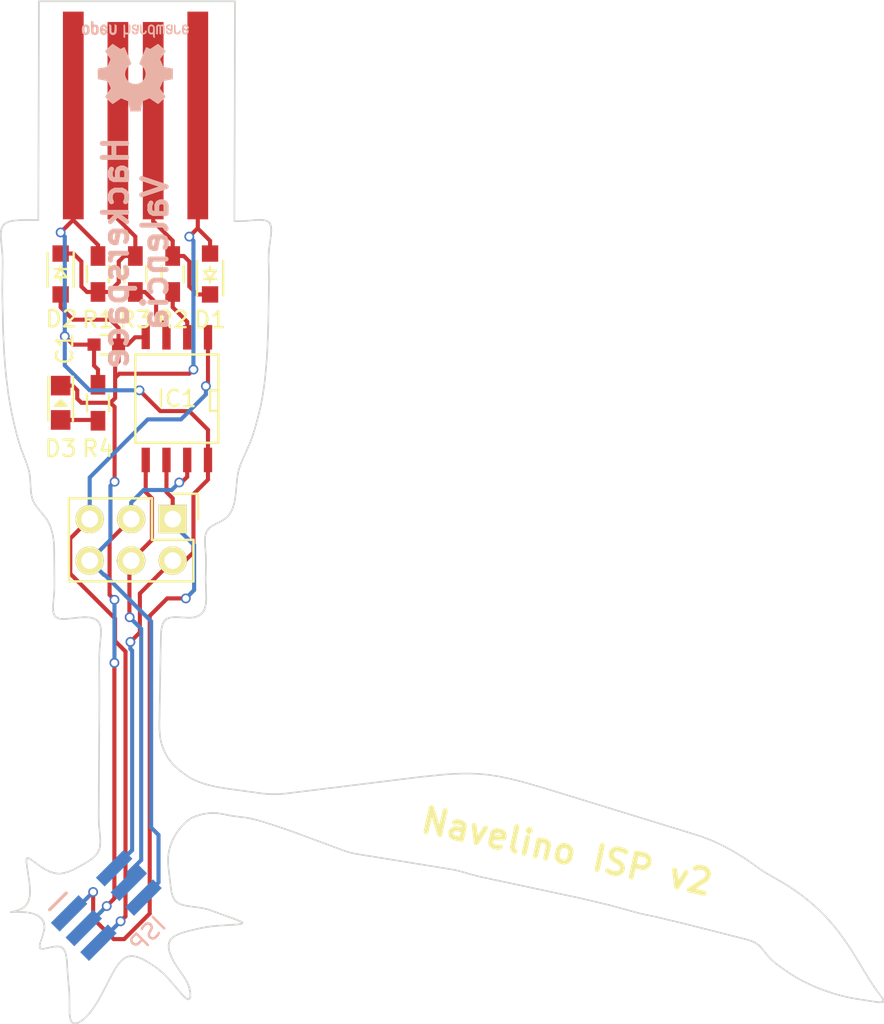
<source format=kicad_pcb>
(kicad_pcb (version 4) (host pcbnew 4.0.4-stable)
  (layers (0 F.Cu signal) (31 B.Cu signal) (34 B.Paste user) (35 F.Paste user) (36 B.SilkS user) (37 F.SilkS user) (38 B.Mask user) (39 F.Mask user) (44 Edge.Cuts user))
  (net 0 "")
  (net 1 GND)
  (net 2 VCC)
  (net 3 D+)
  (net 4 D-)
  (net 5 SCK)
  (net 6 MISO)
  (net 7 MOSI)
  (net 8 "Net-(IC1-Pad3)")
  (net 9 "Net-(IC1-Pad2)")
  (net 10 RESET)
  (net 11 "Net-(D3-Pad2)")
  (module SMD_Packages:SOIC-8-N (layer F.Cu) (at 71.882 62.484 180)
    (fp_text reference IC1 (at 0 0 180) (layer F.SilkS))
    (fp_text value ATTINY45-S)
    (pad 8 smd rect (at -1.905 -3.75 180) (size 0.508 1.5) (layers F.Cu F.Paste F.Mask) (net 2 VCC))
    (pad 7 smd rect (at -0.635 -3.75 180) (size 0.508 1.5) (layers F.Cu F.Paste F.Mask) (net 5 SCK))
    (pad 6 smd rect (at 0.635 -3.75 180) (size 0.508 1.5) (layers F.Cu F.Paste F.Mask) (net 6 MISO))
    (pad 5 smd rect (at 1.905 -3.75 180) (size 0.508 1.5) (layers F.Cu F.Paste F.Mask) (net 7 MOSI))
    (pad 4 smd rect (at 1.905 3.75 180) (size 0.508 1.45) (layers F.Cu F.Paste F.Mask) (net 1 GND))
    (pad 3 smd rect (at 0.635 3.75 180) (size 0.508 1.5) (layers F.Cu F.Paste F.Mask) (net 8 "Net-(IC1-Pad3)"))
    (pad 2 smd rect (at -0.635 3.75 180) (size 0.508 1.5) (layers F.Cu F.Paste F.Mask) (net 9 "Net-(IC1-Pad2)"))
    (pad 1 smd rect (at -1.905 3.75 180) (size 0.508 1.5) (layers F.Cu F.Paste F.Mask) (net 10 RESET))
  )
  (module LEDs:LED_0805 (layer F.Cu) (at 64.77 62.738 270)
    (fp_text reference D3 (at 2.794 0 360) (layer F.SilkS))
    (fp_text value LED)
    (pad 2 smd rect (at 1.04902 0 90) (size 1.19888 1.19888) (layers F.Cu F.Paste F.Mask) (net 11 "Net-(D3-Pad2)"))
    (pad 1 smd rect (at -1.04902 0 90) (size 1.19888 1.19888) (layers F.Cu F.Paste F.Mask) (net 1 GND))
  )
  (module SOD-323_HandSoldering (layer F.Cu) (at 73.914 54.864 90)
    (fp_text reference D1 (at -2.794 0 180) (layer F.SilkS))
    (fp_text value "ZENNER 3V6")
    (pad 1 smd rect (at -1.25 0 90) (size 1 1) (layers F.Cu F.Paste F.Mask) (net 3 D+))
    (pad 2 smd rect (at 1.25 0 90) (size 1 1) (layers F.Cu F.Paste F.Mask) (net 1 GND))
  )
  (module navelino:ISPSMD (layer B.Cu) (at 67.564 93.472 135)
    (fp_text reference ISP (at -3.053287 0.538815 225) (layer B.SilkS) (effects (justify mirror)))
    (fp_text value CONN_02X03)
    (pad 6 smd rect (at -1.27 1.95 135) (size 0.76 2.4) (layers B.Cu B.Paste B.Mask) (net 1 GND))
    (pad 4 smd rect (at 0 1.95 135) (size 0.76 2.4) (layers B.Cu B.Paste B.Mask) (net 7 MOSI))
    (pad 2 smd rect (at 1.27 1.95 135) (size 0.76 2.4) (layers B.Cu B.Paste B.Mask) (net 2 VCC))
    (pad 5 smd rect (at -1.27 -1.95 135) (size 0.76 2.4) (layers B.Cu B.Paste B.Mask) (net 10 RESET))
    (pad 3 smd rect (at 0 -1.95 135) (size 0.76 2.4) (layers B.Cu B.Paste B.Mask) (net 5 SCK))
    (pad 1 smd rect (at 1.27 -1.95 135) (size 0.76 2.4) (layers B.Cu B.Paste B.Mask) (net 6 MISO))
  )
  (module SEEED:USB-A-PCB (layer F.Cu) (at 69.354 45.172)
    (fp_text reference P2 hide)
    (fp_text value CONN_01X04)
    (pad 1 smd rect (at -3.81 0) (size 1.27 12.7) (layers F.Cu F.Paste F.Mask) (net 2 VCC))
    (pad 4 smd rect (at 3.81 0) (size 1.27 12.7) (layers F.Cu F.Paste F.Mask) (net 1 GND))
    (pad 2 smd rect (at -1.0795 0.3175) (size 1.27 12.065) (layers F.Cu F.Paste F.Mask) (net 4 D-))
    (pad 3 smd rect (at 1.0795 0.3175) (size 1.27 12.065) (layers F.Cu F.Paste F.Mask) (net 3 D+))
  )
  (module Capacitors_SMD:C_0603 (layer F.Cu) (at 67.564 59.182)
    (fp_text reference C1 (at -2.54 0.254 90) (layer F.SilkS))
    (fp_text value 0.1uF)
    (pad 1 smd rect (at -0.75 0) (size 0.8 0.75) (layers F.Cu F.Paste F.Mask) (net 2 VCC))
    (pad 2 smd rect (at 0.75 0) (size 0.8 0.75) (layers F.Cu F.Paste F.Mask) (net 1 GND))
  )
  (module Resistors_SMD:R_0603_HandSoldering (layer F.Cu) (at 67.056 54.864 270)
    (fp_text reference R1 (at 2.794 0 360) (layer F.SilkS))
    (fp_text value 1.5K)
    (pad 1 smd rect (at -1.1 0 270) (size 1.2 0.9) (layers F.Cu F.Paste F.Mask) (net 2 VCC))
    (pad 2 smd rect (at 1.1 0 270) (size 1.2 0.9) (layers F.Cu F.Paste F.Mask) (net 4 D-))
  )
  (module Resistors_SMD:R_0603_HandSoldering (layer F.Cu) (at 71.628 54.864 270)
    (fp_text reference R2 (at 2.794 0 360) (layer F.SilkS))
    (fp_text value 68)
    (pad 1 smd rect (at -1.1 0 270) (size 1.2 0.9) (layers F.Cu F.Paste F.Mask) (net 3 D+))
    (pad 2 smd rect (at 1.1 0 270) (size 1.2 0.9) (layers F.Cu F.Paste F.Mask) (net 9 "Net-(IC1-Pad2)"))
  )
  (module Resistors_SMD:R_0603_HandSoldering (layer F.Cu) (at 69.342 54.864 270)
    (fp_text reference R3 (at 2.794 0 360) (layer F.SilkS))
    (fp_text value 68)
    (pad 1 smd rect (at -1.1 0 270) (size 1.2 0.9) (layers F.Cu F.Paste F.Mask) (net 4 D-))
    (pad 2 smd rect (at 1.1 0 270) (size 1.2 0.9) (layers F.Cu F.Paste F.Mask) (net 8 "Net-(IC1-Pad3)"))
  )
  (module Resistors_SMD:R_0603_HandSoldering (layer F.Cu) (at 67.056 62.738 270)
    (fp_text reference R4 (at 2.794 0 360) (layer F.SilkS))
    (fp_text value 330)
    (pad 1 smd rect (at -1.1 0 270) (size 1.2 0.9) (layers F.Cu F.Paste F.Mask) (net 2 VCC))
    (pad 2 smd rect (at 1.1 0 270) (size 1.2 0.9) (layers F.Cu F.Paste F.Mask) (net 11 "Net-(D3-Pad2)"))
  )
  (module Symbols:OSHW-Logo2_7.3x6mm_SilkScreen (layer B.Cu) (at 69.342 42.164)
    (fp_text reference REF*** hide)
    (fp_text value OSHW-Logo2_7.3x6mm_SilkScreen hide)
  )
  (module Pin_Headers:Pin_Header_Straight_2x03 (layer F.Cu) (at 71.628 69.85 270)
    (fp_text reference P3 hide)
    (fp_text value CONN_02X03)
    (pad 1 thru_hole rect (at 0 0 270) (size 1.7272 1.7272) (drill 1.016) (layers *.Cu *.Mask F.SilkS) (net 6 MISO))
    (pad 2 thru_hole oval (at 2.54 0 270) (size 1.7272 1.7272) (drill 1.016) (layers *.Cu *.Mask F.SilkS) (net 2 VCC))
    (pad 3 thru_hole oval (at 0 2.54 270) (size 1.7272 1.7272) (drill 1.016) (layers *.Cu *.Mask F.SilkS) (net 5 SCK))
    (pad 4 thru_hole oval (at 2.54 2.54 270) (size 1.7272 1.7272) (drill 1.016) (layers *.Cu *.Mask F.SilkS) (net 7 MOSI))
    (pad 5 thru_hole oval (at 0 5.08 270) (size 1.7272 1.7272) (drill 1.016) (layers *.Cu *.Mask F.SilkS) (net 10 RESET))
    (pad 6 thru_hole oval (at 2.54 5.08 270) (size 1.7272 1.7272) (drill 1.016) (layers *.Cu *.Mask F.SilkS) (net 1 GND))
  )
  (module Diodes_SMD:SOD-323_HandSoldering (layer F.Cu) (at 64.77 54.864 270)
    (fp_text reference D2 (at 2.746 -0.05 360) (layer F.SilkS))
    (fp_text value "ZENER 3V6")
    (pad 1 smd rect (at -1.25 0 270) (size 1 1) (layers F.Cu F.Paste F.Mask) (net 4 D-))
    (pad 2 smd rect (at 1.25 0 270) (size 1 1) (layers F.Cu F.Paste F.Mask) (net 1 GND))
  )
  (gr_line (start 64.098 93.73) (end 65.114 92.714) (angle 90) (layer B.SilkS) (width 0.2))
  (gr_line (start 75.439812 38.192) (end 63.440255 38.192) (angle 90) (layer Edge.Cuts) (width 0.1))
  (gr_line (start 63.440255 38.192) (end 63.40511 51.567403) (angle 90) (layer Edge.Cuts) (width 0.1))
  (gr_line (start 75.404133 51.635949) (end 75.439812 38.192) (angle 90) (layer Edge.Cuts) (width 0.1))
  (gr_line (start 72.762478 85.70899) (end 72.600991 85.605721) (angle 90) (layer Edge.Cuts) (width 0.1))
  (gr_line (start 72.600991 85.605721) (end 72.440801 85.499267) (angle 90) (layer Edge.Cuts) (width 0.1))
  (gr_line (start 72.440801 85.499267) (end 72.283037 85.388865) (angle 90) (layer Edge.Cuts) (width 0.1))
  (gr_line (start 72.283037 85.388865) (end 72.128826 85.273753) (angle 90) (layer Edge.Cuts) (width 0.1))
  (gr_line (start 72.128826 85.273753) (end 72.053404 85.214192) (angle 90) (layer Edge.Cuts) (width 0.1))
  (gr_line (start 72.053404 85.214192) (end 71.979294 85.153167) (angle 90) (layer Edge.Cuts) (width 0.1))
  (gr_line (start 71.979294 85.153167) (end 71.906636 85.090584) (angle 90) (layer Edge.Cuts) (width 0.1))
  (gr_line (start 71.906636 85.090584) (end 71.83557 85.026346) (angle 90) (layer Edge.Cuts) (width 0.1))
  (gr_line (start 71.83557 85.026346) (end 71.766238 84.960359) (angle 90) (layer Edge.Cuts) (width 0.1))
  (gr_line (start 71.766238 84.960359) (end 71.69878 84.892526) (angle 90) (layer Edge.Cuts) (width 0.1))
  (gr_line (start 71.69878 84.892526) (end 71.633339 84.822753) (angle 90) (layer Edge.Cuts) (width 0.1))
  (gr_line (start 71.633339 84.822753) (end 71.570053 84.750945) (angle 90) (layer Edge.Cuts) (width 0.1))
  (gr_line (start 71.570053 84.750945) (end 71.509049 84.677039) (angle 90) (layer Edge.Cuts) (width 0.1))
  (gr_line (start 71.509049 84.677039) (end 71.450384 84.601106) (angle 90) (layer Edge.Cuts) (width 0.1))
  (gr_line (start 71.450384 84.601106) (end 71.394102 84.523252) (angle 90) (layer Edge.Cuts) (width 0.1))
  (gr_line (start 71.394102 84.523252) (end 71.340246 84.443582) (angle 90) (layer Edge.Cuts) (width 0.1))
  (gr_line (start 71.340246 84.443582) (end 71.288857 84.3622) (angle 90) (layer Edge.Cuts) (width 0.1))
  (gr_line (start 71.288857 84.3622) (end 71.239978 84.279211) (angle 90) (layer Edge.Cuts) (width 0.1))
  (gr_line (start 71.239978 84.279211) (end 71.193652 84.194719) (angle 90) (layer Edge.Cuts) (width 0.1))
  (gr_line (start 71.193652 84.194719) (end 71.149922 84.108831) (angle 90) (layer Edge.Cuts) (width 0.1))
  (gr_line (start 71.149922 84.108831) (end 71.10883 84.02165) (angle 90) (layer Edge.Cuts) (width 0.1))
  (gr_line (start 71.10883 84.02165) (end 71.070419 83.933281) (angle 90) (layer Edge.Cuts) (width 0.1))
  (gr_line (start 71.070419 83.933281) (end 71.034731 83.843829) (angle 90) (layer Edge.Cuts) (width 0.1))
  (gr_line (start 71.034731 83.843829) (end 71.001809 83.7534) (angle 90) (layer Edge.Cuts) (width 0.1))
  (gr_line (start 71.001809 83.7534) (end 70.971696 83.662097) (angle 90) (layer Edge.Cuts) (width 0.1))
  (gr_line (start 70.971696 83.662097) (end 70.944433 83.570026) (angle 90) (layer Edge.Cuts) (width 0.1))
  (gr_line (start 70.944433 83.570026) (end 70.920065 83.477291) (angle 90) (layer Edge.Cuts) (width 0.1))
  (gr_line (start 70.920065 83.477291) (end 70.898633 83.383998) (angle 90) (layer Edge.Cuts) (width 0.1))
  (gr_line (start 70.898633 83.383998) (end 70.880139 83.290239) (angle 90) (layer Edge.Cuts) (width 0.1))
  (gr_line (start 70.880139 83.290239) (end 70.864422 83.196061) (angle 90) (layer Edge.Cuts) (width 0.1))
  (gr_line (start 70.864422 83.196061) (end 70.851283 83.101498) (angle 90) (layer Edge.Cuts) (width 0.1))
  (gr_line (start 70.851283 83.101498) (end 70.840518 83.006584) (angle 90) (layer Edge.Cuts) (width 0.1))
  (gr_line (start 70.840518 83.006584) (end 70.831928 82.911356) (angle 90) (layer Edge.Cuts) (width 0.1))
  (gr_line (start 70.831928 82.911356) (end 70.825311 82.815846) (angle 90) (layer Edge.Cuts) (width 0.1))
  (gr_line (start 70.825311 82.815846) (end 70.817189 82.624123) (angle 90) (layer Edge.Cuts) (width 0.1))
  (gr_line (start 70.817189 82.624123) (end 70.814545 82.43169) (angle 90) (layer Edge.Cuts) (width 0.1))
  (gr_line (start 70.814545 82.43169) (end 70.815769 82.238827) (angle 90) (layer Edge.Cuts) (width 0.1))
  (gr_line (start 70.815769 82.238827) (end 70.905621 77.041893) (angle 90) (layer Edge.Cuts) (width 0.1))
  (gr_line (start 70.905621 77.041893) (end 70.914923 76.842619) (angle 90) (layer Edge.Cuts) (width 0.1))
  (gr_line (start 70.914923 76.842619) (end 70.922312 76.744994) (angle 90) (layer Edge.Cuts) (width 0.1))
  (gr_line (start 70.922312 76.744994) (end 70.932204 76.649504) (angle 90) (layer Edge.Cuts) (width 0.1))
  (gr_line (start 70.932204 76.649504) (end 70.938247 76.602745) (angle 90) (layer Edge.Cuts) (width 0.1))
  (gr_line (start 70.938247 76.602745) (end 70.945105 76.556743) (angle 90) (layer Edge.Cuts) (width 0.1))
  (gr_line (start 70.945105 76.556743) (end 70.952843 76.511572) (angle 90) (layer Edge.Cuts) (width 0.1))
  (gr_line (start 70.952843 76.511572) (end 70.961524 76.467306) (angle 90) (layer Edge.Cuts) (width 0.1))
  (gr_line (start 70.961524 76.467306) (end 70.971211 76.42402) (angle 90) (layer Edge.Cuts) (width 0.1))
  (gr_line (start 70.971211 76.42402) (end 70.981967 76.381788) (angle 90) (layer Edge.Cuts) (width 0.1))
  (gr_line (start 70.981967 76.381788) (end 70.993857 76.340685) (angle 90) (layer Edge.Cuts) (width 0.1))
  (gr_line (start 70.993857 76.340685) (end 71.000246 76.320579) (angle 90) (layer Edge.Cuts) (width 0.1))
  (gr_line (start 71.000246 76.320579) (end 71.006943 76.300784) (angle 90) (layer Edge.Cuts) (width 0.1))
  (gr_line (start 71.006943 76.300784) (end 71.013955 76.281308) (angle 90) (layer Edge.Cuts) (width 0.1))
  (gr_line (start 71.013955 76.281308) (end 71.021289 76.26216) (angle 90) (layer Edge.Cuts) (width 0.1))
  (gr_line (start 71.021289 76.26216) (end 71.028954 76.243351) (angle 90) (layer Edge.Cuts) (width 0.1))
  (gr_line (start 71.028954 76.243351) (end 71.036958 76.224888) (angle 90) (layer Edge.Cuts) (width 0.1))
  (gr_line (start 71.036958 76.224888) (end 71.045309 76.206782) (angle 90) (layer Edge.Cuts) (width 0.1))
  (gr_line (start 71.045309 76.206782) (end 71.054015 76.189042) (angle 90) (layer Edge.Cuts) (width 0.1))
  (gr_line (start 71.054015 76.189042) (end 71.063083 76.171677) (angle 90) (layer Edge.Cuts) (width 0.1))
  (gr_line (start 71.063083 76.171677) (end 71.072521 76.154696) (angle 90) (layer Edge.Cuts) (width 0.1))
  (gr_line (start 71.072521 76.154696) (end 71.082338 76.138109) (angle 90) (layer Edge.Cuts) (width 0.1))
  (gr_line (start 71.082338 76.138109) (end 71.092541 76.121925) (angle 90) (layer Edge.Cuts) (width 0.1))
  (gr_line (start 71.092541 76.121925) (end 71.103139 76.106153) (angle 90) (layer Edge.Cuts) (width 0.1))
  (gr_line (start 71.103139 76.106153) (end 71.114139 76.090802) (angle 90) (layer Edge.Cuts) (width 0.1))
  (gr_line (start 71.114139 76.090802) (end 71.125548 76.075883) (angle 90) (layer Edge.Cuts) (width 0.1))
  (gr_line (start 71.125548 76.075883) (end 71.137376 76.061403) (angle 90) (layer Edge.Cuts) (width 0.1))
  (gr_line (start 71.137376 76.061403) (end 71.14963 76.047373) (angle 90) (layer Edge.Cuts) (width 0.1))
  (gr_line (start 71.14963 76.047373) (end 71.162318 76.033802) (angle 90) (layer Edge.Cuts) (width 0.1))
  (gr_line (start 71.162318 76.033802) (end 71.168827 76.027191) (angle 90) (layer Edge.Cuts) (width 0.1))
  (gr_line (start 71.168827 76.027191) (end 71.175448 76.020698) (angle 90) (layer Edge.Cuts) (width 0.1))
  (gr_line (start 71.175448 76.020698) (end 71.182181 76.014325) (angle 90) (layer Edge.Cuts) (width 0.1))
  (gr_line (start 71.182181 76.014325) (end 71.189028 76.008072) (angle 90) (layer Edge.Cuts) (width 0.1))
  (gr_line (start 71.189028 76.008072) (end 71.195989 76.001941) (angle 90) (layer Edge.Cuts) (width 0.1))
  (gr_line (start 71.195989 76.001941) (end 71.203065 75.995933) (angle 90) (layer Edge.Cuts) (width 0.1))
  (gr_line (start 71.203065 75.995933) (end 71.210258 75.990048) (angle 90) (layer Edge.Cuts) (width 0.1))
  (gr_line (start 71.210258 75.990048) (end 71.217568 75.984289) (angle 90) (layer Edge.Cuts) (width 0.1))
  (gr_line (start 71.217568 75.984289) (end 71.224996 75.978656) (angle 90) (layer Edge.Cuts) (width 0.1))
  (gr_line (start 71.224996 75.978656) (end 71.232544 75.973151) (angle 90) (layer Edge.Cuts) (width 0.1))
  (gr_line (start 71.232544 75.973151) (end 71.240213 75.967774) (angle 90) (layer Edge.Cuts) (width 0.1))
  (gr_line (start 71.240213 75.967774) (end 71.248002 75.962527) (angle 90) (layer Edge.Cuts) (width 0.1))
  (gr_line (start 71.248002 75.962527) (end 71.255915 75.957411) (angle 90) (layer Edge.Cuts) (width 0.1))
  (gr_line (start 71.255915 75.957411) (end 71.26395 75.952426) (angle 90) (layer Edge.Cuts) (width 0.1))
  (gr_line (start 71.26395 75.952426) (end 71.27211 75.947576) (angle 90) (layer Edge.Cuts) (width 0.1))
  (gr_line (start 71.27211 75.947576) (end 71.280395 75.942859) (angle 90) (layer Edge.Cuts) (width 0.1))
  (gr_line (start 71.280395 75.942859) (end 71.288806 75.938278) (angle 90) (layer Edge.Cuts) (width 0.1))
  (gr_line (start 71.288806 75.938278) (end 71.297341 75.933831) (angle 90) (layer Edge.Cuts) (width 0.1))
  (gr_line (start 71.297341 75.933831) (end 71.306 75.929516) (angle 90) (layer Edge.Cuts) (width 0.1))
  (gr_line (start 71.306 75.929516) (end 71.31478 75.925331) (angle 90) (layer Edge.Cuts) (width 0.1))
  (gr_line (start 71.31478 75.925331) (end 71.332699 75.917347) (angle 90) (layer Edge.Cuts) (width 0.1))
  (gr_line (start 71.332699 75.917347) (end 71.351083 75.909865) (angle 90) (layer Edge.Cuts) (width 0.1))
  (gr_line (start 71.351083 75.909865) (end 71.369921 75.902872) (angle 90) (layer Edge.Cuts) (width 0.1))
  (gr_line (start 71.369921 75.902872) (end 71.389198 75.896354) (angle 90) (layer Edge.Cuts) (width 0.1))
  (gr_line (start 71.389198 75.896354) (end 71.408903 75.890298) (angle 90) (layer Edge.Cuts) (width 0.1))
  (gr_line (start 71.408903 75.890298) (end 71.429022 75.88469) (angle 90) (layer Edge.Cuts) (width 0.1))
  (gr_line (start 71.429022 75.88469) (end 71.449542 75.879517) (angle 90) (layer Edge.Cuts) (width 0.1))
  (gr_line (start 71.449542 75.879517) (end 71.47045 75.874766) (angle 90) (layer Edge.Cuts) (width 0.1))
  (gr_line (start 71.47045 75.874766) (end 71.491733 75.870423) (angle 90) (layer Edge.Cuts) (width 0.1))
  (gr_line (start 71.491733 75.870423) (end 71.513378 75.866476) (angle 90) (layer Edge.Cuts) (width 0.1))
  (gr_line (start 71.513378 75.866476) (end 71.535373 75.862909) (angle 90) (layer Edge.Cuts) (width 0.1))
  (gr_line (start 71.535373 75.862909) (end 71.557703 75.85971) (angle 90) (layer Edge.Cuts) (width 0.1))
  (gr_line (start 71.557703 75.85971) (end 71.603318 75.854364) (angle 90) (layer Edge.Cuts) (width 0.1))
  (gr_line (start 71.603318 75.854364) (end 71.650121 75.850328) (angle 90) (layer Edge.Cuts) (width 0.1))
  (gr_line (start 71.650121 75.850328) (end 71.698007 75.847496) (angle 90) (layer Edge.Cuts) (width 0.1))
  (gr_line (start 71.698007 75.847496) (end 71.746872 75.84576) (angle 90) (layer Edge.Cuts) (width 0.1))
  (gr_line (start 71.746872 75.84576) (end 71.796612 75.845013) (angle 90) (layer Edge.Cuts) (width 0.1))
  (gr_line (start 71.796612 75.845013) (end 71.898299 75.846058) (angle 90) (layer Edge.Cuts) (width 0.1))
  (gr_line (start 71.898299 75.846058) (end 72.526444 75.878322) (angle 90) (layer Edge.Cuts) (width 0.1))
  (gr_line (start 72.526444 75.878322) (end 72.626356 75.88002) (angle 90) (layer Edge.Cuts) (width 0.1))
  (gr_line (start 72.626356 75.88002) (end 72.675019 75.87967) (angle 90) (layer Edge.Cuts) (width 0.1))
  (gr_line (start 72.675019 75.87967) (end 72.72268 75.878377) (angle 90) (layer Edge.Cuts) (width 0.1))
  (gr_line (start 72.72268 75.878377) (end 72.769235 75.876035) (angle 90) (layer Edge.Cuts) (width 0.1))
  (gr_line (start 72.769235 75.876035) (end 72.814581 75.872536) (angle 90) (layer Edge.Cuts) (width 0.1))
  (gr_line (start 72.814581 75.872536) (end 72.858632 75.867792) (angle 90) (layer Edge.Cuts) (width 0.1))
  (gr_line (start 72.858632 75.867792) (end 72.90138 75.861794) (angle 90) (layer Edge.Cuts) (width 0.1))
  (gr_line (start 72.90138 75.861794) (end 72.942836 75.85455) (angle 90) (layer Edge.Cuts) (width 0.1))
  (gr_line (start 72.942836 75.85455) (end 72.963084 75.850464) (angle 90) (layer Edge.Cuts) (width 0.1))
  (gr_line (start 72.963084 75.850464) (end 72.983013 75.84607) (angle 90) (layer Edge.Cuts) (width 0.1))
  (gr_line (start 72.983013 75.84607) (end 73.002625 75.84137) (angle 90) (layer Edge.Cuts) (width 0.1))
  (gr_line (start 73.002625 75.84137) (end 73.021922 75.836364) (angle 90) (layer Edge.Cuts) (width 0.1))
  (gr_line (start 73.021922 75.836364) (end 73.040904 75.831054) (angle 90) (layer Edge.Cuts) (width 0.1))
  (gr_line (start 73.040904 75.831054) (end 73.059573 75.825442) (angle 90) (layer Edge.Cuts) (width 0.1))
  (gr_line (start 73.059573 75.825442) (end 73.077931 75.819527) (angle 90) (layer Edge.Cuts) (width 0.1))
  (gr_line (start 73.077931 75.819527) (end 73.095979 75.813312) (angle 90) (layer Edge.Cuts) (width 0.1))
  (gr_line (start 73.095979 75.813312) (end 73.113718 75.806797) (angle 90) (layer Edge.Cuts) (width 0.1))
  (gr_line (start 73.113718 75.806797) (end 73.13115 75.799984) (angle 90) (layer Edge.Cuts) (width 0.1))
  (gr_line (start 73.13115 75.799984) (end 73.148277 75.792875) (angle 90) (layer Edge.Cuts) (width 0.1))
  (gr_line (start 73.148277 75.792875) (end 73.165099 75.785469) (angle 90) (layer Edge.Cuts) (width 0.1))
  (gr_line (start 73.165099 75.785469) (end 73.181618 75.777769) (angle 90) (layer Edge.Cuts) (width 0.1))
  (gr_line (start 73.181618 75.777769) (end 73.197836 75.769775) (angle 90) (layer Edge.Cuts) (width 0.1))
  (gr_line (start 73.197836 75.769775) (end 73.213754 75.761489) (angle 90) (layer Edge.Cuts) (width 0.1))
  (gr_line (start 73.213754 75.761489) (end 73.229373 75.752912) (angle 90) (layer Edge.Cuts) (width 0.1))
  (gr_line (start 73.229373 75.752912) (end 73.244696 75.744045) (angle 90) (layer Edge.Cuts) (width 0.1))
  (gr_line (start 73.244696 75.744045) (end 73.259722 75.734889) (angle 90) (layer Edge.Cuts) (width 0.1))
  (gr_line (start 73.259722 75.734889) (end 73.274454 75.725446) (angle 90) (layer Edge.Cuts) (width 0.1))
  (gr_line (start 73.274454 75.725446) (end 73.288894 75.715717) (angle 90) (layer Edge.Cuts) (width 0.1))
  (gr_line (start 73.288894 75.715717) (end 73.303042 75.705702) (angle 90) (layer Edge.Cuts) (width 0.1))
  (gr_line (start 73.303042 75.705702) (end 73.316899 75.695404) (angle 90) (layer Edge.Cuts) (width 0.1))
  (gr_line (start 73.316899 75.695404) (end 73.330469 75.684823) (angle 90) (layer Edge.Cuts) (width 0.1))
  (gr_line (start 73.330469 75.684823) (end 73.343751 75.67396) (angle 90) (layer Edge.Cuts) (width 0.1))
  (gr_line (start 73.343751 75.67396) (end 73.356747 75.662817) (angle 90) (layer Edge.Cuts) (width 0.1))
  (gr_line (start 73.356747 75.662817) (end 73.369459 75.651395) (angle 90) (layer Edge.Cuts) (width 0.1))
  (gr_line (start 73.369459 75.651395) (end 73.381889 75.639694) (angle 90) (layer Edge.Cuts) (width 0.1))
  (gr_line (start 73.381889 75.639694) (end 73.394036 75.627717) (angle 90) (layer Edge.Cuts) (width 0.1))
  (gr_line (start 73.394036 75.627717) (end 73.405904 75.615465) (angle 90) (layer Edge.Cuts) (width 0.1))
  (gr_line (start 73.405904 75.615465) (end 73.417493 75.602938) (angle 90) (layer Edge.Cuts) (width 0.1))
  (gr_line (start 73.417493 75.602938) (end 73.428805 75.590138) (angle 90) (layer Edge.Cuts) (width 0.1))
  (gr_line (start 73.428805 75.590138) (end 73.439841 75.577066) (angle 90) (layer Edge.Cuts) (width 0.1))
  (gr_line (start 73.439841 75.577066) (end 73.450603 75.563723) (angle 90) (layer Edge.Cuts) (width 0.1))
  (gr_line (start 73.450603 75.563723) (end 73.461092 75.55011) (angle 90) (layer Edge.Cuts) (width 0.1))
  (gr_line (start 73.461092 75.55011) (end 73.47131 75.536229) (angle 90) (layer Edge.Cuts) (width 0.1))
  (gr_line (start 73.47131 75.536229) (end 73.481257 75.52208) (angle 90) (layer Edge.Cuts) (width 0.1))
  (gr_line (start 73.481257 75.52208) (end 73.490936 75.507666) (angle 90) (layer Edge.Cuts) (width 0.1))
  (gr_line (start 73.490936 75.507666) (end 73.500348 75.492987) (angle 90) (layer Edge.Cuts) (width 0.1))
  (gr_line (start 73.500348 75.492987) (end 73.509494 75.478044) (angle 90) (layer Edge.Cuts) (width 0.1))
  (gr_line (start 73.509494 75.478044) (end 73.518376 75.462838) (angle 90) (layer Edge.Cuts) (width 0.1))
  (gr_line (start 73.518376 75.462838) (end 73.526994 75.447372) (angle 90) (layer Edge.Cuts) (width 0.1))
  (gr_line (start 73.526994 75.447372) (end 73.535352 75.431645) (angle 90) (layer Edge.Cuts) (width 0.1))
  (gr_line (start 73.535352 75.431645) (end 73.543449 75.415659) (angle 90) (layer Edge.Cuts) (width 0.1))
  (gr_line (start 73.543449 75.415659) (end 73.551287 75.399416) (angle 90) (layer Edge.Cuts) (width 0.1))
  (gr_line (start 73.551287 75.399416) (end 73.558869 75.382916) (angle 90) (layer Edge.Cuts) (width 0.1))
  (gr_line (start 73.558869 75.382916) (end 73.566194 75.36616) (angle 90) (layer Edge.Cuts) (width 0.1))
  (gr_line (start 73.566194 75.36616) (end 73.573265 75.349151) (angle 90) (layer Edge.Cuts) (width 0.1))
  (gr_line (start 73.573265 75.349151) (end 73.580084 75.331888) (angle 90) (layer Edge.Cuts) (width 0.1))
  (gr_line (start 73.580084 75.331888) (end 73.592967 75.296609) (angle 90) (layer Edge.Cuts) (width 0.1))
  (gr_line (start 73.592967 75.296609) (end 73.604856 75.260333) (angle 90) (layer Edge.Cuts) (width 0.1))
  (gr_line (start 73.604856 75.260333) (end 73.615762 75.223068) (angle 90) (layer Edge.Cuts) (width 0.1))
  (gr_line (start 73.615762 75.223068) (end 73.625696 75.184825) (angle 90) (layer Edge.Cuts) (width 0.1))
  (gr_line (start 73.625696 75.184825) (end 73.63467 75.145613) (angle 90) (layer Edge.Cuts) (width 0.1))
  (gr_line (start 73.63467 75.145613) (end 73.6427 75.105447) (angle 90) (layer Edge.Cuts) (width 0.1))
  (gr_line (start 73.6427 75.105447) (end 73.649822 75.064362) (angle 90) (layer Edge.Cuts) (width 0.1))
  (gr_line (start 73.649822 75.064362) (end 73.656077 75.0224) (angle 90) (layer Edge.Cuts) (width 0.1))
  (gr_line (start 73.656077 75.0224) (end 73.661507 74.979603) (angle 90) (layer Edge.Cuts) (width 0.1))
  (gr_line (start 73.661507 74.979603) (end 73.666152 74.936009) (angle 90) (layer Edge.Cuts) (width 0.1))
  (gr_line (start 73.666152 74.936009) (end 73.670054 74.891662) (angle 90) (layer Edge.Cuts) (width 0.1))
  (gr_line (start 73.670054 74.891662) (end 73.675792 74.800871) (angle 90) (layer Edge.Cuts) (width 0.1))
  (gr_line (start 73.675792 74.800871) (end 73.67905 74.707557) (angle 90) (layer Edge.Cuts) (width 0.1))
  (gr_line (start 73.67905 74.707557) (end 73.680156 74.612048) (angle 90) (layer Edge.Cuts) (width 0.1))
  (gr_line (start 73.680156 74.612048) (end 73.645256 73.608619) (angle 90) (layer Edge.Cuts) (width 0.1))
  (gr_line (start 73.645256 73.608619) (end 73.644621 73.413768) (angle 90) (layer Edge.Cuts) (width 0.1))
  (gr_line (start 73.644621 73.413768) (end 73.668713 72.467577) (angle 90) (layer Edge.Cuts) (width 0.1))
  (gr_line (start 73.668713 72.467577) (end 73.666841 72.272496) (angle 90) (layer Edge.Cuts) (width 0.1))
  (gr_line (start 73.666841 72.272496) (end 73.65869 72.07165) (angle 90) (layer Edge.Cuts) (width 0.1))
  (gr_line (start 73.65869 72.07165) (end 73.610297 71.443354) (angle 90) (layer Edge.Cuts) (width 0.1))
  (gr_line (start 73.610297 71.443354) (end 73.605024 71.339675) (angle 90) (layer Edge.Cuts) (width 0.1))
  (gr_line (start 73.605024 71.339675) (end 73.602273 71.237613) (angle 90) (layer Edge.Cuts) (width 0.1))
  (gr_line (start 73.602273 71.237613) (end 73.602046 71.187344) (angle 90) (layer Edge.Cuts) (width 0.1))
  (gr_line (start 73.602046 71.187344) (end 73.602691 71.137664) (angle 90) (layer Edge.Cuts) (width 0.1))
  (gr_line (start 73.602691 71.137664) (end 73.604289 71.088637) (angle 90) (layer Edge.Cuts) (width 0.1))
  (gr_line (start 73.604289 71.088637) (end 73.606923 71.040323) (angle 90) (layer Edge.Cuts) (width 0.1))
  (gr_line (start 73.606923 71.040323) (end 73.610671 70.992786) (angle 90) (layer Edge.Cuts) (width 0.1))
  (gr_line (start 73.610671 70.992786) (end 73.615616 70.946086) (angle 90) (layer Edge.Cuts) (width 0.1))
  (gr_line (start 73.615616 70.946086) (end 73.621837 70.900286) (angle 90) (layer Edge.Cuts) (width 0.1))
  (gr_line (start 73.621837 70.900286) (end 73.629416 70.855448) (angle 90) (layer Edge.Cuts) (width 0.1))
  (gr_line (start 73.629416 70.855448) (end 73.63374 70.833409) (angle 90) (layer Edge.Cuts) (width 0.1))
  (gr_line (start 73.63374 70.833409) (end 73.638434 70.811633) (angle 90) (layer Edge.Cuts) (width 0.1))
  (gr_line (start 73.638434 70.811633) (end 73.643507 70.790129) (angle 90) (layer Edge.Cuts) (width 0.1))
  (gr_line (start 73.643507 70.790129) (end 73.648971 70.768904) (angle 90) (layer Edge.Cuts) (width 0.1))
  (gr_line (start 73.648971 70.768904) (end 73.654834 70.747966) (angle 90) (layer Edge.Cuts) (width 0.1))
  (gr_line (start 73.654834 70.747966) (end 73.661108 70.727322) (angle 90) (layer Edge.Cuts) (width 0.1))
  (gr_line (start 73.661108 70.727322) (end 73.667801 70.706981) (angle 90) (layer Edge.Cuts) (width 0.1))
  (gr_line (start 73.667801 70.706981) (end 73.674925 70.68695) (angle 90) (layer Edge.Cuts) (width 0.1))
  (gr_line (start 73.674925 70.68695) (end 73.68249 70.667237) (angle 90) (layer Edge.Cuts) (width 0.1))
  (gr_line (start 73.68249 70.667237) (end 73.690505 70.647849) (angle 90) (layer Edge.Cuts) (width 0.1))
  (gr_line (start 73.690505 70.647849) (end 73.698981 70.628795) (angle 90) (layer Edge.Cuts) (width 0.1))
  (gr_line (start 73.698981 70.628795) (end 73.707927 70.610081) (angle 90) (layer Edge.Cuts) (width 0.1))
  (gr_line (start 73.707927 70.610081) (end 73.717354 70.591717) (angle 90) (layer Edge.Cuts) (width 0.1))
  (gr_line (start 73.717354 70.591717) (end 73.727273 70.573709) (angle 90) (layer Edge.Cuts) (width 0.1))
  (gr_line (start 73.727273 70.573709) (end 73.737692 70.556065) (angle 90) (layer Edge.Cuts) (width 0.1))
  (gr_line (start 73.737692 70.556065) (end 73.748622 70.538793) (angle 90) (layer Edge.Cuts) (width 0.1))
  (gr_line (start 73.748622 70.538793) (end 73.76007 70.521898) (angle 90) (layer Edge.Cuts) (width 0.1))
  (gr_line (start 73.76007 70.521898) (end 73.772025 70.505371) (angle 90) (layer Edge.Cuts) (width 0.1))
  (gr_line (start 73.772025 70.505371) (end 73.784474 70.489202) (angle 90) (layer Edge.Cuts) (width 0.1))
  (gr_line (start 73.784474 70.489202) (end 73.797405 70.47338) (angle 90) (layer Edge.Cuts) (width 0.1))
  (gr_line (start 73.797405 70.47338) (end 73.810802 70.457893) (angle 90) (layer Edge.Cuts) (width 0.1))
  (gr_line (start 73.810802 70.457893) (end 73.824652 70.442731) (angle 90) (layer Edge.Cuts) (width 0.1))
  (gr_line (start 73.824652 70.442731) (end 73.838943 70.427882) (angle 90) (layer Edge.Cuts) (width 0.1))
  (gr_line (start 73.838943 70.427882) (end 73.85366 70.413336) (angle 90) (layer Edge.Cuts) (width 0.1))
  (gr_line (start 73.85366 70.413336) (end 73.86879 70.399081) (angle 90) (layer Edge.Cuts) (width 0.1))
  (gr_line (start 73.86879 70.399081) (end 73.884319 70.385106) (angle 90) (layer Edge.Cuts) (width 0.1))
  (gr_line (start 73.884319 70.385106) (end 73.900235 70.3714) (angle 90) (layer Edge.Cuts) (width 0.1))
  (gr_line (start 73.900235 70.3714) (end 73.916522 70.357953) (angle 90) (layer Edge.Cuts) (width 0.1))
  (gr_line (start 73.916522 70.357953) (end 73.933168 70.344752) (angle 90) (layer Edge.Cuts) (width 0.1))
  (gr_line (start 73.933168 70.344752) (end 73.950159 70.331788) (angle 90) (layer Edge.Cuts) (width 0.1))
  (gr_line (start 73.950159 70.331788) (end 73.985124 70.306523) (angle 90) (layer Edge.Cuts) (width 0.1))
  (gr_line (start 73.985124 70.306523) (end 74.021306 70.28207) (angle 90) (layer Edge.Cuts) (width 0.1))
  (gr_line (start 74.021306 70.28207) (end 74.058598 70.258341) (angle 90) (layer Edge.Cuts) (width 0.1))
  (gr_line (start 74.058598 70.258341) (end 74.096892 70.235245) (angle 90) (layer Edge.Cuts) (width 0.1))
  (gr_line (start 74.096892 70.235245) (end 74.13608 70.212696) (angle 90) (layer Edge.Cuts) (width 0.1))
  (gr_line (start 74.13608 70.212696) (end 74.216701 70.168884) (angle 90) (layer Edge.Cuts) (width 0.1))
  (gr_line (start 74.216701 70.168884) (end 74.55325 69.9978) (angle 90) (layer Edge.Cuts) (width 0.1))
  (gr_line (start 74.55325 69.9978) (end 74.63657 69.952534) (angle 90) (layer Edge.Cuts) (width 0.1))
  (gr_line (start 74.63657 69.952534) (end 74.677512 69.92904) (angle 90) (layer Edge.Cuts) (width 0.1))
  (gr_line (start 74.677512 69.92904) (end 74.71783 69.904855) (angle 90) (layer Edge.Cuts) (width 0.1))
  (gr_line (start 74.71783 69.904855) (end 74.757417 69.879889) (angle 90) (layer Edge.Cuts) (width 0.1))
  (gr_line (start 74.757417 69.879889) (end 74.796164 69.854055) (angle 90) (layer Edge.Cuts) (width 0.1))
  (gr_line (start 74.796164 69.854055) (end 74.833962 69.827264) (angle 90) (layer Edge.Cuts) (width 0.1))
  (gr_line (start 74.833962 69.827264) (end 74.870704 69.799427) (angle 90) (layer Edge.Cuts) (width 0.1))
  (gr_line (start 74.870704 69.799427) (end 74.888644 69.78509) (angle 90) (layer Edge.Cuts) (width 0.1))
  (gr_line (start 74.888644 69.78509) (end 74.90628 69.770457) (angle 90) (layer Edge.Cuts) (width 0.1))
  (gr_line (start 74.90628 69.770457) (end 74.923598 69.755519) (angle 90) (layer Edge.Cuts) (width 0.1))
  (gr_line (start 74.923598 69.755519) (end 74.940584 69.740265) (angle 90) (layer Edge.Cuts) (width 0.1))
  (gr_line (start 74.940584 69.740265) (end 74.957227 69.724685) (angle 90) (layer Edge.Cuts) (width 0.1))
  (gr_line (start 74.957227 69.724685) (end 74.973529 69.708784) (angle 90) (layer Edge.Cuts) (width 0.1))
  (gr_line (start 74.973529 69.708784) (end 74.989493 69.692567) (angle 90) (layer Edge.Cuts) (width 0.1))
  (gr_line (start 74.989493 69.692567) (end 75.005124 69.67604) (angle 90) (layer Edge.Cuts) (width 0.1))
  (gr_line (start 75.005124 69.67604) (end 75.020425 69.659208) (angle 90) (layer Edge.Cuts) (width 0.1))
  (gr_line (start 75.020425 69.659208) (end 75.035401 69.642078) (angle 90) (layer Edge.Cuts) (width 0.1))
  (gr_line (start 75.035401 69.642078) (end 75.050055 69.624655) (angle 90) (layer Edge.Cuts) (width 0.1))
  (gr_line (start 75.050055 69.624655) (end 75.064392 69.606946) (angle 90) (layer Edge.Cuts) (width 0.1))
  (gr_line (start 75.064392 69.606946) (end 75.078415 69.588956) (angle 90) (layer Edge.Cuts) (width 0.1))
  (gr_line (start 75.078415 69.588956) (end 75.092129 69.57069) (angle 90) (layer Edge.Cuts) (width 0.1))
  (gr_line (start 75.092129 69.57069) (end 75.118643 69.533358) (angle 90) (layer Edge.Cuts) (width 0.1))
  (gr_line (start 75.118643 69.533358) (end 75.143967 69.494995) (angle 90) (layer Edge.Cuts) (width 0.1))
  (gr_line (start 75.143967 69.494995) (end 75.168132 69.455649) (angle 90) (layer Edge.Cuts) (width 0.1))
  (gr_line (start 75.168132 69.455649) (end 75.191171 69.415367) (angle 90) (layer Edge.Cuts) (width 0.1))
  (gr_line (start 75.191171 69.415367) (end 75.213114 69.374195) (angle 90) (layer Edge.Cuts) (width 0.1))
  (gr_line (start 75.213114 69.374195) (end 75.233994 69.332179) (angle 90) (layer Edge.Cuts) (width 0.1))
  (gr_line (start 75.233994 69.332179) (end 75.253843 69.289368) (angle 90) (layer Edge.Cuts) (width 0.1))
  (gr_line (start 75.253843 69.289368) (end 75.272693 69.245806) (angle 90) (layer Edge.Cuts) (width 0.1))
  (gr_line (start 75.272693 69.245806) (end 75.290575 69.201543) (angle 90) (layer Edge.Cuts) (width 0.1))
  (gr_line (start 75.290575 69.201543) (end 75.307521 69.156623) (angle 90) (layer Edge.Cuts) (width 0.1))
  (gr_line (start 75.307521 69.156623) (end 75.323564 69.111094) (angle 90) (layer Edge.Cuts) (width 0.1))
  (gr_line (start 75.323564 69.111094) (end 75.338734 69.065002) (angle 90) (layer Edge.Cuts) (width 0.1))
  (gr_line (start 75.338734 69.065002) (end 75.353064 69.018395) (angle 90) (layer Edge.Cuts) (width 0.1))
  (gr_line (start 75.353064 69.018395) (end 75.366586 68.971318) (angle 90) (layer Edge.Cuts) (width 0.1))
  (gr_line (start 75.366586 68.971318) (end 75.379332 68.92382) (angle 90) (layer Edge.Cuts) (width 0.1))
  (gr_line (start 75.379332 68.92382) (end 75.402621 68.827743) (angle 90) (layer Edge.Cuts) (width 0.1))
  (gr_line (start 75.402621 68.827743) (end 75.423186 68.730539) (angle 90) (layer Edge.Cuts) (width 0.1))
  (gr_line (start 75.423186 68.730539) (end 75.441283 68.632581) (angle 90) (layer Edge.Cuts) (width 0.1))
  (gr_line (start 75.441283 68.632581) (end 75.457166 68.534244) (angle 90) (layer Edge.Cuts) (width 0.1))
  (gr_line (start 75.457166 68.534244) (end 75.48331 68.337928) (angle 90) (layer Edge.Cuts) (width 0.1))
  (gr_line (start 75.48331 68.337928) (end 75.571673 67.393448) (angle 90) (layer Edge.Cuts) (width 0.1))
  (gr_line (start 75.571673 67.393448) (end 75.583235 67.301936) (angle 90) (layer Edge.Cuts) (width 0.1))
  (gr_line (start 75.583235 67.301936) (end 75.596403 67.210839) (angle 90) (layer Edge.Cuts) (width 0.1))
  (gr_line (start 75.596403 67.210839) (end 75.611455 67.120127) (angle 90) (layer Edge.Cuts) (width 0.1))
  (gr_line (start 75.611455 67.120127) (end 75.62867 67.02977) (angle 90) (layer Edge.Cuts) (width 0.1))
  (gr_line (start 75.62867 67.02977) (end 75.648325 66.939737) (angle 90) (layer Edge.Cuts) (width 0.1))
  (gr_line (start 75.648325 66.939737) (end 75.670698 66.85) (angle 90) (layer Edge.Cuts) (width 0.1))
  (gr_line (start 75.670698 66.85) (end 75.695978 66.760528) (angle 90) (layer Edge.Cuts) (width 0.1))
  (gr_line (start 75.695978 66.760528) (end 75.723993 66.671291) (angle 90) (layer Edge.Cuts) (width 0.1))
  (gr_line (start 75.723993 66.671291) (end 75.754482 66.582259) (angle 90) (layer Edge.Cuts) (width 0.1))
  (gr_line (start 75.754482 66.582259) (end 75.787187 66.4934) (angle 90) (layer Edge.Cuts) (width 0.1))
  (gr_line (start 75.787187 66.4934) (end 75.858198 66.316084) (angle 90) (layer Edge.Cuts) (width 0.1))
  (gr_line (start 75.858198 66.316084) (end 76.257587 65.429617) (angle 90) (layer Edge.Cuts) (width 0.1))
  (gr_line (start 76.257587 65.429617) (end 76.332157 65.250689) (angle 90) (layer Edge.Cuts) (width 0.1))
  (gr_line (start 76.332157 65.250689) (end 76.402417 65.070903) (angle 90) (layer Edge.Cuts) (width 0.1))
  (gr_line (start 76.402417 65.070903) (end 76.468737 64.890285) (angle 90) (layer Edge.Cuts) (width 0.1))
  (gr_line (start 76.468737 64.890285) (end 76.531491 64.708862) (angle 90) (layer Edge.Cuts) (width 0.1))
  (gr_line (start 76.531491 64.708862) (end 76.647789 64.343706) (angle 90) (layer Edge.Cuts) (width 0.1))
  (gr_line (start 76.647789 64.343706) (end 76.754288 63.975645) (angle 90) (layer Edge.Cuts) (width 0.1))
  (gr_line (start 76.754288 63.975645) (end 76.853343 63.604899) (angle 90) (layer Edge.Cuts) (width 0.1))
  (gr_line (start 76.853343 63.604899) (end 76.944808 63.231723) (angle 90) (layer Edge.Cuts) (width 0.1))
  (gr_line (start 76.944808 63.231723) (end 77.027913 62.85638) (angle 90) (layer Edge.Cuts) (width 0.1))
  (gr_line (start 77.027913 62.85638) (end 77.101889 62.479135) (angle 90) (layer Edge.Cuts) (width 0.1))
  (gr_line (start 77.101889 62.479135) (end 77.166269 62.100257) (angle 90) (layer Edge.Cuts) (width 0.1))
  (gr_line (start 77.166269 62.100257) (end 77.221798 61.720033) (angle 90) (layer Edge.Cuts) (width 0.1))
  (gr_line (start 77.221798 61.720033) (end 77.269527 61.338757) (angle 90) (layer Edge.Cuts) (width 0.1))
  (gr_line (start 77.269527 61.338757) (end 77.310504 60.956723) (angle 90) (layer Edge.Cuts) (width 0.1))
  (gr_line (start 77.310504 60.956723) (end 77.37584 60.191191) (angle 90) (layer Edge.Cuts) (width 0.1))
  (gr_line (start 77.37584 60.191191) (end 77.423394 59.423992) (angle 90) (layer Edge.Cuts) (width 0.1))
  (gr_line (start 77.423394 59.423992) (end 77.479514 57.888034) (angle 90) (layer Edge.Cuts) (width 0.1))
  (gr_line (start 77.479514 57.888034) (end 77.522292 55.190901) (angle 90) (layer Edge.Cuts) (width 0.1))
  (gr_line (start 77.522292 55.190901) (end 77.495581 54.075045) (angle 90) (layer Edge.Cuts) (width 0.1))
  (gr_line (start 77.495581 54.075045) (end 77.495248 53.885057) (angle 90) (layer Edge.Cuts) (width 0.1))
  (gr_line (start 77.495248 53.885057) (end 77.500233 53.689824) (angle 90) (layer Edge.Cuts) (width 0.1))
  (gr_line (start 77.500233 53.689824) (end 77.505219 53.589745) (angle 90) (layer Edge.Cuts) (width 0.1))
  (gr_line (start 77.505219 53.589745) (end 77.512135 53.48776) (angle 90) (layer Edge.Cuts) (width 0.1))
  (gr_line (start 77.512135 53.48776) (end 77.521181 53.383671) (angle 90) (layer Edge.Cuts) (width 0.1))
  (gr_line (start 77.521181 53.383671) (end 77.532557 53.277281) (angle 90) (layer Edge.Cuts) (width 0.1))
  (gr_line (start 77.532557 53.277281) (end 77.626786 52.61325) (angle 90) (layer Edge.Cuts) (width 0.1))
  (gr_line (start 77.626786 52.61325) (end 77.639991 52.505043) (angle 90) (layer Edge.Cuts) (width 0.1))
  (gr_line (start 77.639991 52.505043) (end 77.650486 52.399511) (angle 90) (layer Edge.Cuts) (width 0.1))
  (gr_line (start 77.650486 52.399511) (end 77.657522 52.297394) (angle 90) (layer Edge.Cuts) (width 0.1))
  (gr_line (start 77.657522 52.297394) (end 77.659509 52.247848) (angle 90) (layer Edge.Cuts) (width 0.1))
  (gr_line (start 77.659509 52.247848) (end 77.66035 52.199433) (angle 90) (layer Edge.Cuts) (width 0.1))
  (gr_line (start 77.66035 52.199433) (end 77.659953 52.152241) (angle 90) (layer Edge.Cuts) (width 0.1))
  (gr_line (start 77.659953 52.152241) (end 77.658223 52.106365) (angle 90) (layer Edge.Cuts) (width 0.1))
  (gr_line (start 77.658223 52.106365) (end 77.656829 52.083949) (angle 90) (layer Edge.Cuts) (width 0.1))
  (gr_line (start 77.656829 52.083949) (end 77.655066 52.061897) (angle 90) (layer Edge.Cuts) (width 0.1))
  (gr_line (start 77.655066 52.061897) (end 77.652924 52.040221) (angle 90) (layer Edge.Cuts) (width 0.1))
  (gr_line (start 77.652924 52.040221) (end 77.65039 52.018931) (angle 90) (layer Edge.Cuts) (width 0.1))
  (gr_line (start 77.65039 52.018931) (end 77.647453 51.998039) (angle 90) (layer Edge.Cuts) (width 0.1))
  (gr_line (start 77.647453 51.998039) (end 77.644101 51.977557) (angle 90) (layer Edge.Cuts) (width 0.1))
  (gr_line (start 77.644101 51.977557) (end 77.640322 51.957497) (angle 90) (layer Edge.Cuts) (width 0.1))
  (gr_line (start 77.640322 51.957497) (end 77.636104 51.937869) (angle 90) (layer Edge.Cuts) (width 0.1))
  (gr_line (start 77.636104 51.937869) (end 77.631437 51.918687) (angle 90) (layer Edge.Cuts) (width 0.1))
  (gr_line (start 77.631437 51.918687) (end 77.626308 51.89996) (angle 90) (layer Edge.Cuts) (width 0.1))
  (gr_line (start 77.626308 51.89996) (end 77.620705 51.881701) (angle 90) (layer Edge.Cuts) (width 0.1))
  (gr_line (start 77.620705 51.881701) (end 77.614617 51.863921) (angle 90) (layer Edge.Cuts) (width 0.1))
  (gr_line (start 77.614617 51.863921) (end 77.611387 51.855214) (angle 90) (layer Edge.Cuts) (width 0.1))
  (gr_line (start 77.611387 51.855214) (end 77.608032 51.846631) (angle 90) (layer Edge.Cuts) (width 0.1))
  (gr_line (start 77.608032 51.846631) (end 77.604549 51.838174) (angle 90) (layer Edge.Cuts) (width 0.1))
  (gr_line (start 77.604549 51.838174) (end 77.600938 51.829844) (angle 90) (layer Edge.Cuts) (width 0.1))
  (gr_line (start 77.600938 51.829844) (end 77.597197 51.821643) (angle 90) (layer Edge.Cuts) (width 0.1))
  (gr_line (start 77.597197 51.821643) (end 77.593324 51.813571) (angle 90) (layer Edge.Cuts) (width 0.1))
  (gr_line (start 77.593324 51.813571) (end 77.589318 51.805631) (angle 90) (layer Edge.Cuts) (width 0.1))
  (gr_line (start 77.589318 51.805631) (end 77.585178 51.797824) (angle 90) (layer Edge.Cuts) (width 0.1))
  (gr_line (start 77.585178 51.797824) (end 77.580902 51.79015) (angle 90) (layer Edge.Cuts) (width 0.1))
  (gr_line (start 77.580902 51.79015) (end 77.576489 51.782613) (angle 90) (layer Edge.Cuts) (width 0.1))
  (gr_line (start 77.576489 51.782613) (end 77.571936 51.775212) (angle 90) (layer Edge.Cuts) (width 0.1))
  (gr_line (start 77.571936 51.775212) (end 77.567244 51.767951) (angle 90) (layer Edge.Cuts) (width 0.1))
  (gr_line (start 77.567244 51.767951) (end 77.562409 51.760829) (angle 90) (layer Edge.Cuts) (width 0.1))
  (gr_line (start 77.562409 51.760829) (end 77.557432 51.753848) (angle 90) (layer Edge.Cuts) (width 0.1))
  (gr_line (start 77.557432 51.753848) (end 77.552309 51.747011) (angle 90) (layer Edge.Cuts) (width 0.1))
  (gr_line (start 77.552309 51.747011) (end 77.547041 51.740318) (angle 90) (layer Edge.Cuts) (width 0.1))
  (gr_line (start 77.547041 51.740318) (end 77.541625 51.73377) (angle 90) (layer Edge.Cuts) (width 0.1))
  (gr_line (start 77.541625 51.73377) (end 77.536063 51.727367) (angle 90) (layer Edge.Cuts) (width 0.1))
  (gr_line (start 77.536063 51.727367) (end 77.530356 51.721106) (angle 90) (layer Edge.Cuts) (width 0.1))
  (gr_line (start 77.530356 51.721106) (end 77.524506 51.714988) (angle 90) (layer Edge.Cuts) (width 0.1))
  (gr_line (start 77.524506 51.714988) (end 77.518513 51.70901) (angle 90) (layer Edge.Cuts) (width 0.1))
  (gr_line (start 77.518513 51.70901) (end 77.51238 51.703171) (angle 90) (layer Edge.Cuts) (width 0.1))
  (gr_line (start 77.51238 51.703171) (end 77.506108 51.697469) (angle 90) (layer Edge.Cuts) (width 0.1))
  (gr_line (start 77.506108 51.697469) (end 77.499697 51.691904) (angle 90) (layer Edge.Cuts) (width 0.1))
  (gr_line (start 77.499697 51.691904) (end 77.49315 51.686474) (angle 90) (layer Edge.Cuts) (width 0.1))
  (gr_line (start 77.49315 51.686474) (end 77.486467 51.681178) (angle 90) (layer Edge.Cuts) (width 0.1))
  (gr_line (start 77.486467 51.681178) (end 77.47965 51.676013) (angle 90) (layer Edge.Cuts) (width 0.1))
  (gr_line (start 77.47965 51.676013) (end 77.472701 51.67098) (angle 90) (layer Edge.Cuts) (width 0.1))
  (gr_line (start 77.472701 51.67098) (end 77.465621 51.666076) (angle 90) (layer Edge.Cuts) (width 0.1))
  (gr_line (start 77.465621 51.666076) (end 77.458411 51.661301) (angle 90) (layer Edge.Cuts) (width 0.1))
  (gr_line (start 77.458411 51.661301) (end 77.451072 51.656652) (angle 90) (layer Edge.Cuts) (width 0.1))
  (gr_line (start 77.451072 51.656652) (end 77.443606 51.652129) (angle 90) (layer Edge.Cuts) (width 0.1))
  (gr_line (start 77.443606 51.652129) (end 77.436015 51.64773) (angle 90) (layer Edge.Cuts) (width 0.1))
  (gr_line (start 77.436015 51.64773) (end 77.428299 51.643454) (angle 90) (layer Edge.Cuts) (width 0.1))
  (gr_line (start 77.428299 51.643454) (end 77.42046 51.639299) (angle 90) (layer Edge.Cuts) (width 0.1))
  (gr_line (start 77.42046 51.639299) (end 77.4125 51.635265) (angle 90) (layer Edge.Cuts) (width 0.1))
  (gr_line (start 77.4125 51.635265) (end 77.396219 51.627551) (angle 90) (layer Edge.Cuts) (width 0.1))
  (gr_line (start 77.396219 51.627551) (end 77.379469 51.620301) (angle 90) (layer Edge.Cuts) (width 0.1))
  (gr_line (start 77.379469 51.620301) (end 77.36226 51.613504) (angle 90) (layer Edge.Cuts) (width 0.1))
  (gr_line (start 77.36226 51.613504) (end 77.344602 51.60715) (angle 90) (layer Edge.Cuts) (width 0.1))
  (gr_line (start 77.344602 51.60715) (end 77.326507 51.601228) (angle 90) (layer Edge.Cuts) (width 0.1))
  (gr_line (start 77.326507 51.601228) (end 77.307986 51.595727) (angle 90) (layer Edge.Cuts) (width 0.1))
  (gr_line (start 77.307986 51.595727) (end 77.28905 51.590636) (angle 90) (layer Edge.Cuts) (width 0.1))
  (gr_line (start 77.28905 51.590636) (end 77.269709 51.585944) (angle 90) (layer Edge.Cuts) (width 0.1))
  (gr_line (start 77.269709 51.585944) (end 77.249975 51.581641) (angle 90) (layer Edge.Cuts) (width 0.1))
  (gr_line (start 77.249975 51.581641) (end 77.229859 51.577715) (angle 90) (layer Edge.Cuts) (width 0.1))
  (gr_line (start 77.229859 51.577715) (end 77.209371 51.574157) (angle 90) (layer Edge.Cuts) (width 0.1))
  (gr_line (start 77.209371 51.574157) (end 77.188522 51.570955) (angle 90) (layer Edge.Cuts) (width 0.1))
  (gr_line (start 77.188522 51.570955) (end 77.145787 51.565575) (angle 90) (layer Edge.Cuts) (width 0.1))
  (gr_line (start 77.145787 51.565575) (end 77.101741 51.56149) (angle 90) (layer Edge.Cuts) (width 0.1))
  (gr_line (start 77.101741 51.56149) (end 77.056471 51.558612) (angle 90) (layer Edge.Cuts) (width 0.1))
  (gr_line (start 77.056471 51.558612) (end 77.010066 51.556857) (angle 90) (layer Edge.Cuts) (width 0.1))
  (gr_line (start 77.010066 51.556857) (end 76.962613 51.556137) (angle 90) (layer Edge.Cuts) (width 0.1))
  (gr_line (start 76.962613 51.556137) (end 76.864913 51.557455) (angle 90) (layer Edge.Cuts) (width 0.1))
  (gr_line (start 76.864913 51.557455) (end 76.764072 51.561876) (angle 90) (layer Edge.Cuts) (width 0.1))
  (gr_line (start 76.764072 51.561876) (end 76.132293 51.614799) (angle 90) (layer Edge.Cuts) (width 0.1))
  (gr_line (start 76.132293 51.614799) (end 75.927215 51.626994) (angle 90) (layer Edge.Cuts) (width 0.1))
  (gr_line (start 75.927215 51.626994) (end 75.728072 51.633326) (angle 90) (layer Edge.Cuts) (width 0.1))
  (gr_line (start 75.728072 51.633326) (end 75.404133 51.635949) (angle 90) (layer Edge.Cuts) (width 0.1))
  (gr_line (start 63.40511 51.567403) (end 62.673277 51.563331) (angle 90) (layer Edge.Cuts) (width 0.1))
  (gr_line (start 62.673277 51.563331) (end 62.29908 51.572203) (angle 90) (layer Edge.Cuts) (width 0.1))
  (gr_line (start 62.29908 51.572203) (end 62.117425 51.582078) (angle 90) (layer Edge.Cuts) (width 0.1))
  (gr_line (start 62.117425 51.582078) (end 62.028847 51.589263) (angle 90) (layer Edge.Cuts) (width 0.1))
  (gr_line (start 62.028847 51.589263) (end 61.942256 51.598435) (angle 90) (layer Edge.Cuts) (width 0.1))
  (gr_line (start 61.942256 51.598435) (end 61.858019 51.609959) (angle 90) (layer Edge.Cuts) (width 0.1))
  (gr_line (start 61.858019 51.609959) (end 61.816898 51.616718) (angle 90) (layer Edge.Cuts) (width 0.1))
  (gr_line (start 61.816898 51.616718) (end 61.776503 51.624202) (angle 90) (layer Edge.Cuts) (width 0.1))
  (gr_line (start 61.776503 51.624202) (end 61.736879 51.632458) (angle 90) (layer Edge.Cuts) (width 0.1))
  (gr_line (start 61.736879 51.632458) (end 61.698073 51.641531) (angle 90) (layer Edge.Cuts) (width 0.1))
  (gr_line (start 61.698073 51.641531) (end 61.660131 51.651467) (angle 90) (layer Edge.Cuts) (width 0.1))
  (gr_line (start 61.660131 51.651467) (end 61.623097 51.662312) (angle 90) (layer Edge.Cuts) (width 0.1))
  (gr_line (start 61.623097 51.662312) (end 61.587018 51.674111) (angle 90) (layer Edge.Cuts) (width 0.1))
  (gr_line (start 61.587018 51.674111) (end 61.569351 51.680383) (angle 90) (layer Edge.Cuts) (width 0.1))
  (gr_line (start 61.569351 51.680383) (end 61.55194 51.68691) (angle 90) (layer Edge.Cuts) (width 0.1))
  (gr_line (start 61.55194 51.68691) (end 61.534791 51.693699) (angle 90) (layer Edge.Cuts) (width 0.1))
  (gr_line (start 61.534791 51.693699) (end 61.517909 51.700756) (angle 90) (layer Edge.Cuts) (width 0.1))
  (gr_line (start 61.517909 51.700756) (end 61.5013 51.708085) (angle 90) (layer Edge.Cuts) (width 0.1))
  (gr_line (start 61.5013 51.708085) (end 61.48497 51.715693) (angle 90) (layer Edge.Cuts) (width 0.1))
  (gr_line (start 61.48497 51.715693) (end 61.468924 51.723586) (angle 90) (layer Edge.Cuts) (width 0.1))
  (gr_line (start 61.468924 51.723586) (end 61.453169 51.731768) (angle 90) (layer Edge.Cuts) (width 0.1))
  (gr_line (start 61.453169 51.731768) (end 61.43771 51.740247) (angle 90) (layer Edge.Cuts) (width 0.1))
  (gr_line (start 61.43771 51.740247) (end 61.422552 51.749027) (angle 90) (layer Edge.Cuts) (width 0.1))
  (gr_line (start 61.422552 51.749027) (end 61.407702 51.758114) (angle 90) (layer Edge.Cuts) (width 0.1))
  (gr_line (start 61.407702 51.758114) (end 61.393165 51.767515) (angle 90) (layer Edge.Cuts) (width 0.1))
  (gr_line (start 61.393165 51.767515) (end 61.378946 51.777234) (angle 90) (layer Edge.Cuts) (width 0.1))
  (gr_line (start 61.378946 51.777234) (end 61.365053 51.787277) (angle 90) (layer Edge.Cuts) (width 0.1))
  (gr_line (start 61.365053 51.787277) (end 61.351489 51.797651) (angle 90) (layer Edge.Cuts) (width 0.1))
  (gr_line (start 61.351489 51.797651) (end 61.338262 51.808361) (angle 90) (layer Edge.Cuts) (width 0.1))
  (gr_line (start 61.338262 51.808361) (end 61.325377 51.819412) (angle 90) (layer Edge.Cuts) (width 0.1))
  (gr_line (start 61.325377 51.819412) (end 61.312839 51.830811) (angle 90) (layer Edge.Cuts) (width 0.1))
  (gr_line (start 61.312839 51.830811) (end 61.300654 51.842563) (angle 90) (layer Edge.Cuts) (width 0.1))
  (gr_line (start 61.300654 51.842563) (end 61.288828 51.854674) (angle 90) (layer Edge.Cuts) (width 0.1))
  (gr_line (start 61.288828 51.854674) (end 61.277367 51.867149) (angle 90) (layer Edge.Cuts) (width 0.1))
  (gr_line (start 61.277367 51.867149) (end 61.266276 51.879994) (angle 90) (layer Edge.Cuts) (width 0.1))
  (gr_line (start 61.266276 51.879994) (end 61.255562 51.893216) (angle 90) (layer Edge.Cuts) (width 0.1))
  (gr_line (start 61.255562 51.893216) (end 61.245229 51.906819) (angle 90) (layer Edge.Cuts) (width 0.1))
  (gr_line (start 61.245229 51.906819) (end 61.235284 51.920809) (angle 90) (layer Edge.Cuts) (width 0.1))
  (gr_line (start 61.235284 51.920809) (end 61.225732 51.935193) (angle 90) (layer Edge.Cuts) (width 0.1))
  (gr_line (start 61.225732 51.935193) (end 61.216579 51.949976) (angle 90) (layer Edge.Cuts) (width 0.1))
  (gr_line (start 61.216579 51.949976) (end 61.207831 51.965163) (angle 90) (layer Edge.Cuts) (width 0.1))
  (gr_line (start 61.207831 51.965163) (end 61.199494 51.980761) (angle 90) (layer Edge.Cuts) (width 0.1))
  (gr_line (start 61.199494 51.980761) (end 61.191572 51.996774) (angle 90) (layer Edge.Cuts) (width 0.1))
  (gr_line (start 61.191572 51.996774) (end 61.184071 52.013207) (angle 90) (layer Edge.Cuts) (width 0.1))
  (gr_line (start 61.184071 52.013207) (end 61.176982 52.030054) (angle 90) (layer Edge.Cuts) (width 0.1))
  (gr_line (start 61.176982 52.030054) (end 61.170299 52.047306) (angle 90) (layer Edge.Cuts) (width 0.1))
  (gr_line (start 61.170299 52.047306) (end 61.164013 52.064954) (angle 90) (layer Edge.Cuts) (width 0.1))
  (gr_line (start 61.164013 52.064954) (end 61.158116 52.08299) (angle 90) (layer Edge.Cuts) (width 0.1))
  (gr_line (start 61.158116 52.08299) (end 61.152598 52.101407) (angle 90) (layer Edge.Cuts) (width 0.1))
  (gr_line (start 61.152598 52.101407) (end 61.147453 52.120195) (angle 90) (layer Edge.Cuts) (width 0.1))
  (gr_line (start 61.147453 52.120195) (end 61.14267 52.139347) (angle 90) (layer Edge.Cuts) (width 0.1))
  (gr_line (start 61.14267 52.139347) (end 61.138243 52.158853) (angle 90) (layer Edge.Cuts) (width 0.1))
  (gr_line (start 61.138243 52.158853) (end 61.134163 52.178706) (angle 90) (layer Edge.Cuts) (width 0.1))
  (gr_line (start 61.134163 52.178706) (end 61.130421 52.198898) (angle 90) (layer Edge.Cuts) (width 0.1))
  (gr_line (start 61.130421 52.198898) (end 61.127009 52.219419) (angle 90) (layer Edge.Cuts) (width 0.1))
  (gr_line (start 61.127009 52.219419) (end 61.121141 52.261417) (angle 90) (layer Edge.Cuts) (width 0.1))
  (gr_line (start 61.121141 52.261417) (end 61.116494 52.304635) (angle 90) (layer Edge.Cuts) (width 0.1))
  (gr_line (start 61.116494 52.304635) (end 61.113 52.349004) (angle 90) (layer Edge.Cuts) (width 0.1))
  (gr_line (start 61.113 52.349004) (end 61.110591 52.39446) (angle 90) (layer Edge.Cuts) (width 0.1))
  (gr_line (start 61.110591 52.39446) (end 61.109203 52.440934) (angle 90) (layer Edge.Cuts) (width 0.1))
  (gr_line (start 61.109203 52.440934) (end 61.108766 52.488359) (angle 90) (layer Edge.Cuts) (width 0.1))
  (gr_line (start 61.108766 52.488359) (end 61.110484 52.585798) (angle 90) (layer Edge.Cuts) (width 0.1))
  (gr_line (start 61.110484 52.585798) (end 61.115209 52.686243) (angle 90) (layer Edge.Cuts) (width 0.1))
  (gr_line (start 61.115209 52.686243) (end 61.131546 52.894006) (angle 90) (layer Edge.Cuts) (width 0.1))
  (gr_line (start 61.131546 52.894006) (end 61.19714 53.533795) (angle 90) (layer Edge.Cuts) (width 0.1))
  (gr_line (start 61.19714 53.533795) (end 61.211178 53.739201) (angle 90) (layer Edge.Cuts) (width 0.1))
  (gr_line (start 61.211178 53.739201) (end 61.219133 53.93852) (angle 90) (layer Edge.Cuts) (width 0.1))
  (gr_line (start 61.219133 53.93852) (end 61.222142 54.132898) (angle 90) (layer Edge.Cuts) (width 0.1))
  (gr_line (start 61.222142 54.132898) (end 61.199153 55.833658) (angle 90) (layer Edge.Cuts) (width 0.1))
  (gr_line (start 61.199153 55.833658) (end 61.24035 58.144522) (angle 90) (layer Edge.Cuts) (width 0.1))
  (gr_line (start 61.24035 58.144522) (end 61.312677 59.679784) (angle 90) (layer Edge.Cuts) (width 0.1))
  (gr_line (start 61.312677 59.679784) (end 61.369859 60.446253) (angle 90) (layer Edge.Cuts) (width 0.1))
  (gr_line (start 61.369859 60.446253) (end 61.443887 61.211073) (angle 90) (layer Edge.Cuts) (width 0.1))
  (gr_line (start 61.443887 61.211073) (end 61.537866 61.973856) (angle 90) (layer Edge.Cuts) (width 0.1))
  (gr_line (start 61.537866 61.973856) (end 61.593655 62.354046) (angle 90) (layer Edge.Cuts) (width 0.1))
  (gr_line (start 61.593655 62.354046) (end 61.656072 62.733145) (angle 90) (layer Edge.Cuts) (width 0.1))
  (gr_line (start 61.656072 62.733145) (end 61.725515 63.11098) (angle 90) (layer Edge.Cuts) (width 0.1))
  (gr_line (start 61.725515 63.11098) (end 61.801693 63.487533) (angle 90) (layer Edge.Cuts) (width 0.1))
  (gr_line (start 61.801693 63.487533) (end 61.972404 64.236895) (angle 90) (layer Edge.Cuts) (width 0.1))
  (gr_line (start 61.972404 64.236895) (end 62.066525 64.609586) (angle 90) (layer Edge.Cuts) (width 0.1))
  (gr_line (start 62.066525 64.609586) (end 62.16862 64.980097) (angle 90) (layer Edge.Cuts) (width 0.1))
  (gr_line (start 62.16862 64.980097) (end 62.281318 65.347455) (angle 90) (layer Edge.Cuts) (width 0.1))
  (gr_line (start 62.281318 65.347455) (end 62.342465 65.529649) (angle 90) (layer Edge.Cuts) (width 0.1))
  (gr_line (start 62.342465 65.529649) (end 62.68259 66.429491) (angle 90) (layer Edge.Cuts) (width 0.1))
  (gr_line (start 62.68259 66.429491) (end 62.745008 66.611139) (angle 90) (layer Edge.Cuts) (width 0.1))
  (gr_line (start 62.745008 66.611139) (end 62.773757 66.702726) (angle 90) (layer Edge.Cuts) (width 0.1))
  (gr_line (start 62.773757 66.702726) (end 62.800504 66.794936) (angle 90) (layer Edge.Cuts) (width 0.1))
  (gr_line (start 62.800504 66.794936) (end 62.824976 66.887853) (angle 90) (layer Edge.Cuts) (width 0.1))
  (gr_line (start 62.824976 66.887853) (end 62.846901 66.981565) (angle 90) (layer Edge.Cuts) (width 0.1))
  (gr_line (start 62.846901 66.981565) (end 62.866006 67.076155) (angle 90) (layer Edge.Cuts) (width 0.1))
  (gr_line (start 62.866006 67.076155) (end 62.88202 67.171711) (angle 90) (layer Edge.Cuts) (width 0.1))
  (gr_line (start 62.88202 67.171711) (end 62.894812 67.268265) (angle 90) (layer Edge.Cuts) (width 0.1))
  (gr_line (start 62.894812 67.268265) (end 62.90481 67.365647) (angle 90) (layer Edge.Cuts) (width 0.1))
  (gr_line (start 62.90481 67.365647) (end 62.944564 68.051786) (angle 90) (layer Edge.Cuts) (width 0.1))
  (gr_line (start 62.944564 68.051786) (end 62.952775 68.147771) (angle 90) (layer Edge.Cuts) (width 0.1))
  (gr_line (start 62.952775 68.147771) (end 62.963331 68.242579) (angle 90) (layer Edge.Cuts) (width 0.1))
  (gr_line (start 62.963331 68.242579) (end 62.969668 68.289472) (angle 90) (layer Edge.Cuts) (width 0.1))
  (gr_line (start 62.969668 68.289472) (end 62.976804 68.335987) (angle 90) (layer Edge.Cuts) (width 0.1))
  (gr_line (start 62.976804 68.335987) (end 62.984813 68.382097) (angle 90) (layer Edge.Cuts) (width 0.1))
  (gr_line (start 62.984813 68.382097) (end 62.993765 68.427773) (angle 90) (layer Edge.Cuts) (width 0.1))
  (gr_line (start 62.993765 68.427773) (end 63.003731 68.472988) (angle 90) (layer Edge.Cuts) (width 0.1))
  (gr_line (start 63.003731 68.472988) (end 63.014784 68.517713) (angle 90) (layer Edge.Cuts) (width 0.1))
  (gr_line (start 63.014784 68.517713) (end 63.026994 68.561922) (angle 90) (layer Edge.Cuts) (width 0.1))
  (gr_line (start 63.026994 68.561922) (end 63.040432 68.605586) (angle 90) (layer Edge.Cuts) (width 0.1))
  (gr_line (start 63.040432 68.605586) (end 63.055171 68.648677) (angle 90) (layer Edge.Cuts) (width 0.1))
  (gr_line (start 63.055171 68.648677) (end 63.071281 68.691168) (angle 90) (layer Edge.Cuts) (width 0.1))
  (gr_line (start 63.071281 68.691168) (end 63.088809 68.733041) (angle 90) (layer Edge.Cuts) (width 0.1))
  (gr_line (start 63.088809 68.733041) (end 63.107706 68.774319) (angle 90) (layer Edge.Cuts) (width 0.1))
  (gr_line (start 63.107706 68.774319) (end 63.127898 68.815038) (angle 90) (layer Edge.Cuts) (width 0.1))
  (gr_line (start 63.127898 68.815038) (end 63.149309 68.855232) (angle 90) (layer Edge.Cuts) (width 0.1))
  (gr_line (start 63.149309 68.855232) (end 63.171867 68.894934) (angle 90) (layer Edge.Cuts) (width 0.1))
  (gr_line (start 63.171867 68.894934) (end 63.195496 68.934179) (angle 90) (layer Edge.Cuts) (width 0.1))
  (gr_line (start 63.195496 68.934179) (end 63.220123 68.973001) (angle 90) (layer Edge.Cuts) (width 0.1))
  (gr_line (start 63.220123 68.973001) (end 63.245673 69.011434) (angle 90) (layer Edge.Cuts) (width 0.1))
  (gr_line (start 63.245673 69.011434) (end 63.272072 69.049514) (angle 90) (layer Edge.Cuts) (width 0.1))
  (gr_line (start 63.272072 69.049514) (end 63.299246 69.087273) (angle 90) (layer Edge.Cuts) (width 0.1))
  (gr_line (start 63.299246 69.087273) (end 63.355622 69.161969) (angle 90) (layer Edge.Cuts) (width 0.1))
  (gr_line (start 63.355622 69.161969) (end 63.778858 69.675867) (angle 90) (layer Edge.Cuts) (width 0.1))
  (gr_line (start 63.778858 69.675867) (end 63.836282 69.751288) (angle 90) (layer Edge.Cuts) (width 0.1))
  (gr_line (start 63.836282 69.751288) (end 63.891166 69.828033) (angle 90) (layer Edge.Cuts) (width 0.1))
  (gr_line (start 63.891166 69.828033) (end 63.917469 69.866988) (angle 90) (layer Edge.Cuts) (width 0.1))
  (gr_line (start 63.917469 69.866988) (end 63.942915 69.906376) (angle 90) (layer Edge.Cuts) (width 0.1))
  (gr_line (start 63.942915 69.906376) (end 63.967444 69.946225) (angle 90) (layer Edge.Cuts) (width 0.1))
  (gr_line (start 63.967444 69.946225) (end 63.991057 69.986529) (angle 90) (layer Edge.Cuts) (width 0.1))
  (gr_line (start 63.991057 69.986529) (end 64.013772 70.027276) (angle 90) (layer Edge.Cuts) (width 0.1))
  (gr_line (start 64.013772 70.027276) (end 64.035605 70.068453) (angle 90) (layer Edge.Cuts) (width 0.1))
  (gr_line (start 64.035605 70.068453) (end 64.056572 70.110046) (angle 90) (layer Edge.Cuts) (width 0.1))
  (gr_line (start 64.056572 70.110046) (end 64.076691 70.152044) (angle 90) (layer Edge.Cuts) (width 0.1))
  (gr_line (start 64.076691 70.152044) (end 64.095978 70.194434) (angle 90) (layer Edge.Cuts) (width 0.1))
  (gr_line (start 64.095978 70.194434) (end 64.114449 70.237202) (angle 90) (layer Edge.Cuts) (width 0.1))
  (gr_line (start 64.114449 70.237202) (end 64.132122 70.280337) (angle 90) (layer Edge.Cuts) (width 0.1))
  (gr_line (start 64.132122 70.280337) (end 64.149012 70.323825) (angle 90) (layer Edge.Cuts) (width 0.1))
  (gr_line (start 64.149012 70.323825) (end 64.180514 70.41181) (angle 90) (layer Edge.Cuts) (width 0.1))
  (gr_line (start 64.180514 70.41181) (end 64.209087 70.501056) (angle 90) (layer Edge.Cuts) (width 0.1))
  (gr_line (start 64.209087 70.501056) (end 64.234866 70.591461) (angle 90) (layer Edge.Cuts) (width 0.1))
  (gr_line (start 64.234866 70.591461) (end 64.257983 70.682922) (angle 90) (layer Edge.Cuts) (width 0.1))
  (gr_line (start 64.257983 70.682922) (end 64.278571 70.775339) (angle 90) (layer Edge.Cuts) (width 0.1))
  (gr_line (start 64.278571 70.775339) (end 64.296765 70.868608) (angle 90) (layer Edge.Cuts) (width 0.1))
  (gr_line (start 64.296765 70.868608) (end 64.312697 70.962628) (angle 90) (layer Edge.Cuts) (width 0.1))
  (gr_line (start 64.312697 70.962628) (end 64.3265 71.057297) (angle 90) (layer Edge.Cuts) (width 0.1))
  (gr_line (start 64.3265 71.057297) (end 64.338309 71.152513) (angle 90) (layer Edge.Cuts) (width 0.1))
  (gr_line (start 64.338309 71.152513) (end 64.348255 71.248174) (angle 90) (layer Edge.Cuts) (width 0.1))
  (gr_line (start 64.348255 71.248174) (end 64.356473 71.344178) (angle 90) (layer Edge.Cuts) (width 0.1))
  (gr_line (start 64.356473 71.344178) (end 64.368277 71.536882) (angle 90) (layer Edge.Cuts) (width 0.1))
  (gr_line (start 64.368277 71.536882) (end 64.374886 71.730172) (angle 90) (layer Edge.Cuts) (width 0.1))
  (gr_line (start 64.374886 71.730172) (end 64.39121 73.819156) (angle 90) (layer Edge.Cuts) (width 0.1))
  (gr_line (start 64.39121 73.819156) (end 64.389599 74.013455) (angle 90) (layer Edge.Cuts) (width 0.1))
  (gr_line (start 64.389599 74.013455) (end 64.383022 74.212708) (angle 90) (layer Edge.Cuts) (width 0.1))
  (gr_line (start 64.383022 74.212708) (end 64.370133 74.418084) (angle 90) (layer Edge.Cuts) (width 0.1))
  (gr_line (start 64.370133 74.418084) (end 64.312103 75.051979) (angle 90) (layer Edge.Cuts) (width 0.1))
  (gr_line (start 64.312103 75.051979) (end 64.306647 75.153306) (angle 90) (layer Edge.Cuts) (width 0.1))
  (gr_line (start 64.306647 75.153306) (end 64.304314 75.251517) (angle 90) (layer Edge.Cuts) (width 0.1))
  (gr_line (start 64.304314 75.251517) (end 64.304544 75.299233) (angle 90) (layer Edge.Cuts) (width 0.1))
  (gr_line (start 64.304544 75.299233) (end 64.305824 75.345905) (angle 90) (layer Edge.Cuts) (width 0.1))
  (gr_line (start 64.305824 75.345905) (end 64.308245 75.391446) (angle 90) (layer Edge.Cuts) (width 0.1))
  (gr_line (start 64.308245 75.391446) (end 64.311897 75.435766) (angle 90) (layer Edge.Cuts) (width 0.1))
  (gr_line (start 64.311897 75.435766) (end 64.314213 75.457441) (angle 90) (layer Edge.Cuts) (width 0.1))
  (gr_line (start 64.314213 75.457441) (end 64.31687 75.478778) (angle 90) (layer Edge.Cuts) (width 0.1))
  (gr_line (start 64.31687 75.478778) (end 64.31988 75.499766) (angle 90) (layer Edge.Cuts) (width 0.1))
  (gr_line (start 64.31988 75.499766) (end 64.323253 75.520394) (angle 90) (layer Edge.Cuts) (width 0.1))
  (gr_line (start 64.323253 75.520394) (end 64.327002 75.54065) (angle 90) (layer Edge.Cuts) (width 0.1))
  (gr_line (start 64.327002 75.54065) (end 64.331137 75.560524) (angle 90) (layer Edge.Cuts) (width 0.1))
  (gr_line (start 64.331137 75.560524) (end 64.33567 75.580005) (angle 90) (layer Edge.Cuts) (width 0.1))
  (gr_line (start 64.33567 75.580005) (end 64.340611 75.599082) (angle 90) (layer Edge.Cuts) (width 0.1))
  (gr_line (start 64.340611 75.599082) (end 64.345973 75.617743) (angle 90) (layer Edge.Cuts) (width 0.1))
  (gr_line (start 64.345973 75.617743) (end 64.351766 75.635978) (angle 90) (layer Edge.Cuts) (width 0.1))
  (gr_line (start 64.351766 75.635978) (end 64.358002 75.653776) (angle 90) (layer Edge.Cuts) (width 0.1))
  (gr_line (start 64.358002 75.653776) (end 64.364692 75.671125) (angle 90) (layer Edge.Cuts) (width 0.1))
  (gr_line (start 64.364692 75.671125) (end 64.371846 75.688015) (angle 90) (layer Edge.Cuts) (width 0.1))
  (gr_line (start 64.371846 75.688015) (end 64.375602 75.696284) (angle 90) (layer Edge.Cuts) (width 0.1))
  (gr_line (start 64.375602 75.696284) (end 64.379477 75.704434) (angle 90) (layer Edge.Cuts) (width 0.1))
  (gr_line (start 64.379477 75.704434) (end 64.383475 75.712464) (angle 90) (layer Edge.Cuts) (width 0.1))
  (gr_line (start 64.383475 75.712464) (end 64.387596 75.720372) (angle 90) (layer Edge.Cuts) (width 0.1))
  (gr_line (start 64.387596 75.720372) (end 64.391842 75.728157) (angle 90) (layer Edge.Cuts) (width 0.1))
  (gr_line (start 64.391842 75.728157) (end 64.396214 75.735818) (angle 90) (layer Edge.Cuts) (width 0.1))
  (gr_line (start 64.396214 75.735818) (end 64.400713 75.743352) (angle 90) (layer Edge.Cuts) (width 0.1))
  (gr_line (start 64.400713 75.743352) (end 64.405341 75.75076) (angle 90) (layer Edge.Cuts) (width 0.1))
  (gr_line (start 64.405341 75.75076) (end 64.4101 75.758039) (angle 90) (layer Edge.Cuts) (width 0.1))
  (gr_line (start 64.4101 75.758039) (end 64.41499 75.765187) (angle 90) (layer Edge.Cuts) (width 0.1))
  (gr_line (start 64.41499 75.765187) (end 64.420014 75.772205) (angle 90) (layer Edge.Cuts) (width 0.1))
  (gr_line (start 64.420014 75.772205) (end 64.425172 75.779089) (angle 90) (layer Edge.Cuts) (width 0.1))
  (gr_line (start 64.425172 75.779089) (end 64.430466 75.78584) (angle 90) (layer Edge.Cuts) (width 0.1))
  (gr_line (start 64.430466 75.78584) (end 64.435897 75.792454) (angle 90) (layer Edge.Cuts) (width 0.1))
  (gr_line (start 64.435897 75.792454) (end 64.441467 75.798932) (angle 90) (layer Edge.Cuts) (width 0.1))
  (gr_line (start 64.441467 75.798932) (end 64.447177 75.805272) (angle 90) (layer Edge.Cuts) (width 0.1))
  (gr_line (start 64.447177 75.805272) (end 64.453029 75.811472) (angle 90) (layer Edge.Cuts) (width 0.1))
  (gr_line (start 64.453029 75.811472) (end 64.459024 75.817531) (angle 90) (layer Edge.Cuts) (width 0.1))
  (gr_line (start 64.459024 75.817531) (end 64.465163 75.823448) (angle 90) (layer Edge.Cuts) (width 0.1))
  (gr_line (start 64.465163 75.823448) (end 64.471448 75.829221) (angle 90) (layer Edge.Cuts) (width 0.1))
  (gr_line (start 64.471448 75.829221) (end 64.477881 75.834848) (angle 90) (layer Edge.Cuts) (width 0.1))
  (gr_line (start 64.477881 75.834848) (end 64.484461 75.840329) (angle 90) (layer Edge.Cuts) (width 0.1))
  (gr_line (start 64.484461 75.840329) (end 64.491192 75.845663) (angle 90) (layer Edge.Cuts) (width 0.1))
  (gr_line (start 64.491192 75.845663) (end 64.498071 75.85085) (angle 90) (layer Edge.Cuts) (width 0.1))
  (gr_line (start 64.498071 75.85085) (end 64.505096 75.855893) (angle 90) (layer Edge.Cuts) (width 0.1))
  (gr_line (start 64.505096 75.855893) (end 64.512267 75.860792) (angle 90) (layer Edge.Cuts) (width 0.1))
  (gr_line (start 64.512267 75.860792) (end 64.519582 75.865549) (angle 90) (layer Edge.Cuts) (width 0.1))
  (gr_line (start 64.519582 75.865549) (end 64.527039 75.870166) (angle 90) (layer Edge.Cuts) (width 0.1))
  (gr_line (start 64.527039 75.870166) (end 64.534637 75.874644) (angle 90) (layer Edge.Cuts) (width 0.1))
  (gr_line (start 64.534637 75.874644) (end 64.542374 75.878985) (angle 90) (layer Edge.Cuts) (width 0.1))
  (gr_line (start 64.542374 75.878985) (end 64.550248 75.883191) (angle 90) (layer Edge.Cuts) (width 0.1))
  (gr_line (start 64.550248 75.883191) (end 64.558259 75.887262) (angle 90) (layer Edge.Cuts) (width 0.1))
  (gr_line (start 64.558259 75.887262) (end 64.566404 75.891201) (angle 90) (layer Edge.Cuts) (width 0.1))
  (gr_line (start 64.566404 75.891201) (end 64.574682 75.895008) (angle 90) (layer Edge.Cuts) (width 0.1))
  (gr_line (start 64.574682 75.895008) (end 64.583091 75.898687) (angle 90) (layer Edge.Cuts) (width 0.1))
  (gr_line (start 64.583091 75.898687) (end 64.59163 75.902237) (angle 90) (layer Edge.Cuts) (width 0.1))
  (gr_line (start 64.59163 75.902237) (end 64.609091 75.908959) (angle 90) (layer Edge.Cuts) (width 0.1))
  (gr_line (start 64.609091 75.908959) (end 64.627052 75.915188) (angle 90) (layer Edge.Cuts) (width 0.1))
  (gr_line (start 64.627052 75.915188) (end 64.645502 75.920936) (angle 90) (layer Edge.Cuts) (width 0.1))
  (gr_line (start 64.645502 75.920936) (end 64.664427 75.926215) (angle 90) (layer Edge.Cuts) (width 0.1))
  (gr_line (start 64.664427 75.926215) (end 64.683815 75.931037) (angle 90) (layer Edge.Cuts) (width 0.1))
  (gr_line (start 64.683815 75.931037) (end 64.703653 75.935415) (angle 90) (layer Edge.Cuts) (width 0.1))
  (gr_line (start 64.703653 75.935415) (end 64.72393 75.93936) (angle 90) (layer Edge.Cuts) (width 0.1))
  (gr_line (start 64.72393 75.93936) (end 64.744633 75.942886) (angle 90) (layer Edge.Cuts) (width 0.1))
  (gr_line (start 64.744633 75.942886) (end 64.765749 75.946004) (angle 90) (layer Edge.Cuts) (width 0.1))
  (gr_line (start 64.765749 75.946004) (end 64.787266 75.948727) (angle 90) (layer Edge.Cuts) (width 0.1))
  (gr_line (start 64.787266 75.948727) (end 64.809172 75.951067) (angle 90) (layer Edge.Cuts) (width 0.1))
  (gr_line (start 64.809172 75.951067) (end 64.854098 75.954646) (angle 90) (layer Edge.Cuts) (width 0.1))
  (gr_line (start 64.854098 75.954646) (end 64.900429 75.956841) (angle 90) (layer Edge.Cuts) (width 0.1))
  (gr_line (start 64.900429 75.956841) (end 64.948064 75.957749) (angle 90) (layer Edge.Cuts) (width 0.1))
  (gr_line (start 64.948064 75.957749) (end 64.996905 75.957468) (angle 90) (layer Edge.Cuts) (width 0.1))
  (gr_line (start 64.996905 75.957468) (end 65.046851 75.956098) (angle 90) (layer Edge.Cuts) (width 0.1))
  (gr_line (start 65.046851 75.956098) (end 65.149661 75.950478) (angle 90) (layer Edge.Cuts) (width 0.1))
  (gr_line (start 65.149661 75.950478) (end 65.255699 75.941676) (angle 90) (layer Edge.Cuts) (width 0.1))
  (gr_line (start 65.255699 75.941676) (end 65.915082 75.86602) (angle 90) (layer Edge.Cuts) (width 0.1))
  (gr_line (start 65.915082 75.86602) (end 66.021403 75.856936) (angle 90) (layer Edge.Cuts) (width 0.1))
  (gr_line (start 66.021403 75.856936) (end 66.124676 75.850856) (angle 90) (layer Edge.Cuts) (width 0.1))
  (gr_line (start 66.124676 75.850856) (end 66.224604 75.848075) (angle 90) (layer Edge.Cuts) (width 0.1))
  (gr_line (start 66.224604 75.848075) (end 66.273251 75.847983) (angle 90) (layer Edge.Cuts) (width 0.1))
  (gr_line (start 66.273251 75.847983) (end 66.320986 75.84879) (angle 90) (layer Edge.Cuts) (width 0.1))
  (gr_line (start 66.320986 75.84879) (end 66.367785 75.85052) (angle 90) (layer Edge.Cuts) (width 0.1))
  (gr_line (start 66.367785 75.85052) (end 66.413622 75.853198) (angle 90) (layer Edge.Cuts) (width 0.1))
  (gr_line (start 66.413622 75.853198) (end 66.458473 75.856848) (angle 90) (layer Edge.Cuts) (width 0.1))
  (gr_line (start 66.458473 75.856848) (end 66.502313 75.861496) (angle 90) (layer Edge.Cuts) (width 0.1))
  (gr_line (start 66.502313 75.861496) (end 66.545116 75.867165) (angle 90) (layer Edge.Cuts) (width 0.1))
  (gr_line (start 66.545116 75.867165) (end 66.586858 75.873881) (angle 90) (layer Edge.Cuts) (width 0.1))
  (gr_line (start 66.586858 75.873881) (end 66.627514 75.881667) (angle 90) (layer Edge.Cuts) (width 0.1))
  (gr_line (start 66.627514 75.881667) (end 66.667059 75.89055) (angle 90) (layer Edge.Cuts) (width 0.1))
  (gr_line (start 66.667059 75.89055) (end 66.686406 75.895409) (angle 90) (layer Edge.Cuts) (width 0.1))
  (gr_line (start 66.686406 75.895409) (end 66.705467 75.900552) (angle 90) (layer Edge.Cuts) (width 0.1))
  (gr_line (start 66.705467 75.900552) (end 66.724237 75.905981) (angle 90) (layer Edge.Cuts) (width 0.1))
  (gr_line (start 66.724237 75.905981) (end 66.742714 75.911699) (angle 90) (layer Edge.Cuts) (width 0.1))
  (gr_line (start 66.742714 75.911699) (end 66.760895 75.91771) (angle 90) (layer Edge.Cuts) (width 0.1))
  (gr_line (start 66.760895 75.91771) (end 66.778776 75.924016) (angle 90) (layer Edge.Cuts) (width 0.1))
  (gr_line (start 66.778776 75.924016) (end 66.796354 75.930621) (angle 90) (layer Edge.Cuts) (width 0.1))
  (gr_line (start 66.796354 75.930621) (end 66.813626 75.937527) (angle 90) (layer Edge.Cuts) (width 0.1))
  (gr_line (start 66.813626 75.937527) (end 66.830589 75.944738) (angle 90) (layer Edge.Cuts) (width 0.1))
  (gr_line (start 66.830589 75.944738) (end 66.84724 75.952256) (angle 90) (layer Edge.Cuts) (width 0.1))
  (gr_line (start 66.84724 75.952256) (end 66.863576 75.960086) (angle 90) (layer Edge.Cuts) (width 0.1))
  (gr_line (start 66.863576 75.960086) (end 66.879593 75.968229) (angle 90) (layer Edge.Cuts) (width 0.1))
  (gr_line (start 66.879593 75.968229) (end 66.895289 75.976689) (angle 90) (layer Edge.Cuts) (width 0.1))
  (gr_line (start 66.895289 75.976689) (end 66.91066 75.98547) (angle 90) (layer Edge.Cuts) (width 0.1))
  (gr_line (start 66.91066 75.98547) (end 66.925704 75.994573) (angle 90) (layer Edge.Cuts) (width 0.1))
  (gr_line (start 66.925704 75.994573) (end 66.940416 76.004003) (angle 90) (layer Edge.Cuts) (width 0.1))
  (gr_line (start 66.940416 76.004003) (end 66.954795 76.013762) (angle 90) (layer Edge.Cuts) (width 0.1))
  (gr_line (start 66.954795 76.013762) (end 66.968836 76.023853) (angle 90) (layer Edge.Cuts) (width 0.1))
  (gr_line (start 66.968836 76.023853) (end 66.982538 76.03428) (angle 90) (layer Edge.Cuts) (width 0.1))
  (gr_line (start 66.982538 76.03428) (end 66.995896 76.045045) (angle 90) (layer Edge.Cuts) (width 0.1))
  (gr_line (start 66.995896 76.045045) (end 67.008907 76.056152) (angle 90) (layer Edge.Cuts) (width 0.1))
  (gr_line (start 67.008907 76.056152) (end 67.021569 76.067604) (angle 90) (layer Edge.Cuts) (width 0.1))
  (gr_line (start 67.021569 76.067604) (end 67.033878 76.079403) (angle 90) (layer Edge.Cuts) (width 0.1))
  (gr_line (start 67.033878 76.079403) (end 67.045832 76.091554) (angle 90) (layer Edge.Cuts) (width 0.1))
  (gr_line (start 67.045832 76.091554) (end 67.057426 76.104058) (angle 90) (layer Edge.Cuts) (width 0.1))
  (gr_line (start 67.057426 76.104058) (end 67.068659 76.116919) (angle 90) (layer Edge.Cuts) (width 0.1))
  (gr_line (start 67.068659 76.116919) (end 67.079526 76.13014) (angle 90) (layer Edge.Cuts) (width 0.1))
  (gr_line (start 67.079526 76.13014) (end 67.090025 76.143724) (angle 90) (layer Edge.Cuts) (width 0.1))
  (gr_line (start 67.090025 76.143724) (end 67.100152 76.157675) (angle 90) (layer Edge.Cuts) (width 0.1))
  (gr_line (start 67.100152 76.157675) (end 67.109905 76.171995) (angle 90) (layer Edge.Cuts) (width 0.1))
  (gr_line (start 67.109905 76.171995) (end 67.11928 76.186687) (angle 90) (layer Edge.Cuts) (width 0.1))
  (gr_line (start 67.11928 76.186687) (end 67.128274 76.201755) (angle 90) (layer Edge.Cuts) (width 0.1))
  (gr_line (start 67.128274 76.201755) (end 67.136885 76.217201) (angle 90) (layer Edge.Cuts) (width 0.1))
  (gr_line (start 67.136885 76.217201) (end 67.145108 76.233029) (angle 90) (layer Edge.Cuts) (width 0.1))
  (gr_line (start 67.145108 76.233029) (end 67.152942 76.249241) (angle 90) (layer Edge.Cuts) (width 0.1))
  (gr_line (start 67.152942 76.249241) (end 67.160382 76.265841) (angle 90) (layer Edge.Cuts) (width 0.1))
  (gr_line (start 67.160382 76.265841) (end 67.167427 76.282831) (angle 90) (layer Edge.Cuts) (width 0.1))
  (gr_line (start 67.167427 76.282831) (end 67.174084 76.300203) (angle 90) (layer Edge.Cuts) (width 0.1))
  (gr_line (start 67.174084 76.300203) (end 67.18036 76.317951) (angle 90) (layer Edge.Cuts) (width 0.1))
  (gr_line (start 67.18036 76.317951) (end 67.186263 76.336066) (angle 90) (layer Edge.Cuts) (width 0.1))
  (gr_line (start 67.186263 76.336066) (end 67.191801 76.354541) (angle 90) (layer Edge.Cuts) (width 0.1))
  (gr_line (start 67.191801 76.354541) (end 67.196983 76.373369) (angle 90) (layer Edge.Cuts) (width 0.1))
  (gr_line (start 67.196983 76.373369) (end 67.201814 76.39254) (angle 90) (layer Edge.Cuts) (width 0.1))
  (gr_line (start 67.201814 76.39254) (end 67.206305 76.412049) (angle 90) (layer Edge.Cuts) (width 0.1))
  (gr_line (start 67.206305 76.412049) (end 67.210462 76.431886) (angle 90) (layer Edge.Cuts) (width 0.1))
  (gr_line (start 67.210462 76.431886) (end 67.214293 76.452044) (angle 90) (layer Edge.Cuts) (width 0.1))
  (gr_line (start 67.214293 76.452044) (end 67.221009 76.493294) (angle 90) (layer Edge.Cuts) (width 0.1))
  (gr_line (start 67.221009 76.493294) (end 67.226517 76.535735) (angle 90) (layer Edge.Cuts) (width 0.1))
  (gr_line (start 67.226517 76.535735) (end 67.230879 76.579306) (angle 90) (layer Edge.Cuts) (width 0.1))
  (gr_line (start 67.230879 76.579306) (end 67.234158 76.623944) (angle 90) (layer Edge.Cuts) (width 0.1))
  (gr_line (start 67.234158 76.623944) (end 67.236417 76.669588) (angle 90) (layer Edge.Cuts) (width 0.1))
  (gr_line (start 67.236417 76.669588) (end 67.237718 76.716177) (angle 90) (layer Edge.Cuts) (width 0.1))
  (gr_line (start 67.237718 76.716177) (end 67.238125 76.763647) (angle 90) (layer Edge.Cuts) (width 0.1))
  (gr_line (start 67.238125 76.763647) (end 67.236507 76.860985) (angle 90) (layer Edge.Cuts) (width 0.1))
  (gr_line (start 67.236507 76.860985) (end 67.232064 76.961108) (angle 90) (layer Edge.Cuts) (width 0.1))
  (gr_line (start 67.232064 76.961108) (end 67.216717 77.167725) (angle 90) (layer Edge.Cuts) (width 0.1))
  (gr_line (start 67.216717 77.167725) (end 67.155165 77.802863) (angle 90) (layer Edge.Cuts) (width 0.1))
  (gr_line (start 67.155165 77.802863) (end 67.142031 78.007294) (angle 90) (layer Edge.Cuts) (width 0.1))
  (gr_line (start 67.142031 78.007294) (end 67.134618 78.206085) (angle 90) (layer Edge.Cuts) (width 0.1))
  (gr_line (start 67.134618 78.206085) (end 67.131847 78.400298) (angle 90) (layer Edge.Cuts) (width 0.1))
  (gr_line (start 67.131847 78.400298) (end 67.144731 80.876908) (angle 90) (layer Edge.Cuts) (width 0.1))
  (gr_line (start 67.144731 80.876908) (end 67.096764 87.972897) (angle 90) (layer Edge.Cuts) (width 0.1))
  (gr_line (start 67.096764 87.972897) (end 67.098353 88.166286) (angle 90) (layer Edge.Cuts) (width 0.1))
  (gr_line (start 67.098353 88.166286) (end 67.104934 88.362444) (angle 90) (layer Edge.Cuts) (width 0.1))
  (gr_line (start 67.104934 88.362444) (end 67.117662 88.562015) (angle 90) (layer Edge.Cuts) (width 0.1))
  (gr_line (start 67.117662 88.562015) (end 67.188187 89.274939) (angle 90) (layer Edge.Cuts) (width 0.1))
  (gr_line (start 67.188187 89.274939) (end 67.194764 89.374844) (angle 90) (layer Edge.Cuts) (width 0.1))
  (gr_line (start 67.194764 89.374844) (end 67.198845 89.473364) (angle 90) (layer Edge.Cuts) (width 0.1))
  (gr_line (start 67.198845 89.473364) (end 67.199891 89.570199) (angle 90) (layer Edge.Cuts) (width 0.1))
  (gr_line (start 67.199891 89.570199) (end 67.199107 89.617891) (angle 90) (layer Edge.Cuts) (width 0.1))
  (gr_line (start 67.199107 89.617891) (end 67.197361 89.66505) (angle 90) (layer Edge.Cuts) (width 0.1))
  (gr_line (start 67.197361 89.66505) (end 67.194587 89.711637) (angle 90) (layer Edge.Cuts) (width 0.1))
  (gr_line (start 67.194587 89.711637) (end 67.190716 89.757616) (angle 90) (layer Edge.Cuts) (width 0.1))
  (gr_line (start 67.190716 89.757616) (end 67.18568 89.802948) (angle 90) (layer Edge.Cuts) (width 0.1))
  (gr_line (start 67.18568 89.802948) (end 67.179414 89.847597) (angle 90) (layer Edge.Cuts) (width 0.1))
  (gr_line (start 67.179414 89.847597) (end 67.171848 89.891525) (angle 90) (layer Edge.Cuts) (width 0.1))
  (gr_line (start 67.171848 89.891525) (end 67.162916 89.934694) (angle 90) (layer Edge.Cuts) (width 0.1))
  (gr_line (start 67.162916 89.934694) (end 67.157916 89.955983) (angle 90) (layer Edge.Cuts) (width 0.1))
  (gr_line (start 67.157916 89.955983) (end 67.152549 89.977068) (angle 90) (layer Edge.Cuts) (width 0.1))
  (gr_line (start 67.152549 89.977068) (end 67.146807 89.997944) (angle 90) (layer Edge.Cuts) (width 0.1))
  (gr_line (start 67.146807 89.997944) (end 67.140681 90.018607) (angle 90) (layer Edge.Cuts) (width 0.1))
  (gr_line (start 67.140681 90.018607) (end 67.134163 90.039053) (angle 90) (layer Edge.Cuts) (width 0.1))
  (gr_line (start 67.134163 90.039053) (end 67.127244 90.059276) (angle 90) (layer Edge.Cuts) (width 0.1))
  (gr_line (start 67.127244 90.059276) (end 67.119916 90.079272) (angle 90) (layer Edge.Cuts) (width 0.1))
  (gr_line (start 67.119916 90.079272) (end 67.11217 90.099036) (angle 90) (layer Edge.Cuts) (width 0.1))
  (gr_line (start 67.11217 90.099036) (end 67.104 90.118565) (angle 90) (layer Edge.Cuts) (width 0.1))
  (gr_line (start 67.104 90.118565) (end 67.095411 90.137862) (angle 90) (layer Edge.Cuts) (width 0.1))
  (gr_line (start 67.095411 90.137862) (end 67.086409 90.156929) (angle 90) (layer Edge.Cuts) (width 0.1))
  (gr_line (start 67.086409 90.156929) (end 67.077 90.175771) (angle 90) (layer Edge.Cuts) (width 0.1))
  (gr_line (start 67.077 90.175771) (end 67.06719 90.194392) (angle 90) (layer Edge.Cuts) (width 0.1))
  (gr_line (start 67.06719 90.194392) (end 67.056986 90.212795) (angle 90) (layer Edge.Cuts) (width 0.1))
  (gr_line (start 67.056986 90.212795) (end 67.046395 90.230985) (angle 90) (layer Edge.Cuts) (width 0.1))
  (gr_line (start 67.046395 90.230985) (end 67.035422 90.248964) (angle 90) (layer Edge.Cuts) (width 0.1))
  (gr_line (start 67.035422 90.248964) (end 67.024075 90.266737) (angle 90) (layer Edge.Cuts) (width 0.1))
  (gr_line (start 67.024075 90.266737) (end 67.012359 90.284307) (angle 90) (layer Edge.Cuts) (width 0.1))
  (gr_line (start 67.012359 90.284307) (end 67.000281 90.301679) (angle 90) (layer Edge.Cuts) (width 0.1))
  (gr_line (start 67.000281 90.301679) (end 66.987847 90.318855) (angle 90) (layer Edge.Cuts) (width 0.1))
  (gr_line (start 66.987847 90.318855) (end 66.975064 90.335841) (angle 90) (layer Edge.Cuts) (width 0.1))
  (gr_line (start 66.975064 90.335841) (end 66.961939 90.352639) (angle 90) (layer Edge.Cuts) (width 0.1))
  (gr_line (start 66.961939 90.352639) (end 66.934684 90.385688) (angle 90) (layer Edge.Cuts) (width 0.1))
  (gr_line (start 66.934684 90.385688) (end 66.906135 90.418032) (angle 90) (layer Edge.Cuts) (width 0.1))
  (gr_line (start 66.906135 90.418032) (end 66.876343 90.449702) (angle 90) (layer Edge.Cuts) (width 0.1))
  (gr_line (start 66.876343 90.449702) (end 66.845358 90.480728) (angle 90) (layer Edge.Cuts) (width 0.1))
  (gr_line (start 66.845358 90.480728) (end 66.813233 90.51114) (angle 90) (layer Edge.Cuts) (width 0.1))
  (gr_line (start 66.813233 90.51114) (end 66.780017 90.540968) (angle 90) (layer Edge.Cuts) (width 0.1))
  (gr_line (start 66.780017 90.540968) (end 66.745764 90.570243) (angle 90) (layer Edge.Cuts) (width 0.1))
  (gr_line (start 66.745764 90.570243) (end 66.710522 90.598994) (angle 90) (layer Edge.Cuts) (width 0.1))
  (gr_line (start 66.710522 90.598994) (end 66.674345 90.627252) (angle 90) (layer Edge.Cuts) (width 0.1))
  (gr_line (start 66.674345 90.627252) (end 66.637283 90.655048) (angle 90) (layer Edge.Cuts) (width 0.1))
  (gr_line (start 66.637283 90.655048) (end 66.599386 90.68241) (angle 90) (layer Edge.Cuts) (width 0.1))
  (gr_line (start 66.599386 90.68241) (end 66.521298 90.735958) (angle 90) (layer Edge.Cuts) (width 0.1))
  (gr_line (start 66.521298 90.735958) (end 66.440489 90.788136) (angle 90) (layer Edge.Cuts) (width 0.1))
  (gr_line (start 66.440489 90.788136) (end 66.357369 90.839187) (angle 90) (layer Edge.Cuts) (width 0.1))
  (gr_line (start 66.357369 90.839187) (end 66.185834 90.938874) (angle 90) (layer Edge.Cuts) (width 0.1))
  (gr_line (start 66.185834 90.938874) (end 66.009973 91.036949) (angle 90) (layer Edge.Cuts) (width 0.1))
  (gr_line (start 66.009973 91.036949) (end 65.654069 91.228563) (angle 90) (layer Edge.Cuts) (width 0.1))
  (gr_line (start 65.654069 91.228563) (end 65.564483 91.273254) (angle 90) (layer Edge.Cuts) (width 0.1))
  (gr_line (start 65.564483 91.273254) (end 65.474664 91.315748) (angle 90) (layer Edge.Cuts) (width 0.1))
  (gr_line (start 65.474664 91.315748) (end 65.384619 91.355592) (angle 90) (layer Edge.Cuts) (width 0.1))
  (gr_line (start 65.384619 91.355592) (end 65.294355 91.392329) (angle 90) (layer Edge.Cuts) (width 0.1))
  (gr_line (start 65.294355 91.392329) (end 65.249142 91.409391) (angle 90) (layer Edge.Cuts) (width 0.1))
  (gr_line (start 65.249142 91.409391) (end 65.203876 91.425506) (angle 90) (layer Edge.Cuts) (width 0.1))
  (gr_line (start 65.203876 91.425506) (end 65.158559 91.440616) (angle 90) (layer Edge.Cuts) (width 0.1))
  (gr_line (start 65.158559 91.440616) (end 65.11319 91.454665) (angle 90) (layer Edge.Cuts) (width 0.1))
  (gr_line (start 65.11319 91.454665) (end 65.067771 91.467597) (angle 90) (layer Edge.Cuts) (width 0.1))
  (gr_line (start 65.067771 91.467597) (end 65.022302 91.479354) (angle 90) (layer Edge.Cuts) (width 0.1))
  (gr_line (start 65.022302 91.479354) (end 64.976785 91.489879) (angle 90) (layer Edge.Cuts) (width 0.1))
  (gr_line (start 64.976785 91.489879) (end 64.931219 91.499115) (angle 90) (layer Edge.Cuts) (width 0.1))
  (gr_line (start 64.931219 91.499115) (end 64.885606 91.507006) (angle 90) (layer Edge.Cuts) (width 0.1))
  (gr_line (start 64.885606 91.507006) (end 64.839946 91.513494) (angle 90) (layer Edge.Cuts) (width 0.1))
  (gr_line (start 64.839946 91.513494) (end 64.794241 91.518524) (angle 90) (layer Edge.Cuts) (width 0.1))
  (gr_line (start 64.794241 91.518524) (end 64.74849 91.522036) (angle 90) (layer Edge.Cuts) (width 0.1))
  (gr_line (start 64.74849 91.522036) (end 64.725598 91.523207) (angle 90) (layer Edge.Cuts) (width 0.1))
  (gr_line (start 64.725598 91.523207) (end 64.702695 91.523976) (angle 90) (layer Edge.Cuts) (width 0.1))
  (gr_line (start 64.702695 91.523976) (end 64.679782 91.524339) (angle 90) (layer Edge.Cuts) (width 0.1))
  (gr_line (start 64.679782 91.524339) (end 64.656857 91.524286) (angle 90) (layer Edge.Cuts) (width 0.1))
  (gr_line (start 64.656857 91.524286) (end 64.633922 91.523812) (angle 90) (layer Edge.Cuts) (width 0.1))
  (gr_line (start 64.633922 91.523812) (end 64.610976 91.522909) (angle 90) (layer Edge.Cuts) (width 0.1))
  (gr_line (start 64.610976 91.522909) (end 64.58802 91.52157) (angle 90) (layer Edge.Cuts) (width 0.1))
  (gr_line (start 64.58802 91.52157) (end 64.565053 91.519788) (angle 90) (layer Edge.Cuts) (width 0.1))
  (gr_line (start 64.565053 91.519788) (end 64.542076 91.517559) (angle 90) (layer Edge.Cuts) (width 0.1))
  (gr_line (start 64.542076 91.517559) (end 64.519093 91.514889) (angle 90) (layer Edge.Cuts) (width 0.1))
  (gr_line (start 64.519093 91.514889) (end 64.496107 91.511786) (angle 90) (layer Edge.Cuts) (width 0.1))
  (gr_line (start 64.496107 91.511786) (end 64.473122 91.508261) (angle 90) (layer Edge.Cuts) (width 0.1))
  (gr_line (start 64.473122 91.508261) (end 64.427167 91.49998) (angle 90) (layer Edge.Cuts) (width 0.1))
  (gr_line (start 64.427167 91.49998) (end 64.381259 91.490118) (angle 90) (layer Edge.Cuts) (width 0.1))
  (gr_line (start 64.381259 91.490118) (end 64.335426 91.478747) (angle 90) (layer Edge.Cuts) (width 0.1))
  (gr_line (start 64.335426 91.478747) (end 64.289698 91.465943) (angle 90) (layer Edge.Cuts) (width 0.1))
  (gr_line (start 64.289698 91.465943) (end 64.244104 91.451777) (angle 90) (layer Edge.Cuts) (width 0.1))
  (gr_line (start 64.244104 91.451777) (end 64.198673 91.436323) (angle 90) (layer Edge.Cuts) (width 0.1))
  (gr_line (start 64.198673 91.436323) (end 64.153434 91.419655) (angle 90) (layer Edge.Cuts) (width 0.1))
  (gr_line (start 64.153434 91.419655) (end 64.108416 91.401844) (angle 90) (layer Edge.Cuts) (width 0.1))
  (gr_line (start 64.108416 91.401844) (end 64.063649 91.382966) (angle 90) (layer Edge.Cuts) (width 0.1))
  (gr_line (start 64.063649 91.382966) (end 64.019162 91.363093) (angle 90) (layer Edge.Cuts) (width 0.1))
  (gr_line (start 64.019162 91.363093) (end 63.974984 91.342298) (angle 90) (layer Edge.Cuts) (width 0.1))
  (gr_line (start 63.974984 91.342298) (end 63.931144 91.320654) (angle 90) (layer Edge.Cuts) (width 0.1))
  (gr_line (start 63.931144 91.320654) (end 63.844595 91.275114) (angle 90) (layer Edge.Cuts) (width 0.1))
  (gr_line (start 63.844595 91.275114) (end 63.759749 91.227059) (angle 90) (layer Edge.Cuts) (width 0.1))
  (gr_line (start 63.759749 91.227059) (end 63.676839 91.177075) (angle 90) (layer Edge.Cuts) (width 0.1))
  (gr_line (start 63.676839 91.177075) (end 63.596098 91.125747) (angle 90) (layer Edge.Cuts) (width 0.1))
  (gr_line (start 63.596098 91.125747) (end 63.517761 91.073662) (angle 90) (layer Edge.Cuts) (width 0.1))
  (gr_line (start 63.517761 91.073662) (end 63.36923 90.969563) (angle 90) (layer Edge.Cuts) (width 0.1))
  (gr_line (start 63.36923 90.969563) (end 63.003452 90.698894) (angle 90) (layer Edge.Cuts) (width 0.1))
  (gr_line (start 63.003452 90.698894) (end 62.95521 90.665278) (angle 90) (layer Edge.Cuts) (width 0.1))
  (gr_line (start 62.95521 90.665278) (end 62.932488 90.650154) (angle 90) (layer Edge.Cuts) (width 0.1))
  (gr_line (start 62.932488 90.650154) (end 62.910703 90.636232) (angle 90) (layer Edge.Cuts) (width 0.1))
  (gr_line (start 62.910703 90.636232) (end 62.889861 90.623573) (angle 90) (layer Edge.Cuts) (width 0.1))
  (gr_line (start 62.889861 90.623573) (end 62.869965 90.612236) (angle 90) (layer Edge.Cuts) (width 0.1))
  (gr_line (start 62.869965 90.612236) (end 62.860373 90.607082) (angle 90) (layer Edge.Cuts) (width 0.1))
  (gr_line (start 62.860373 90.607082) (end 62.851019 90.602281) (angle 90) (layer Edge.Cuts) (width 0.1))
  (gr_line (start 62.851019 90.602281) (end 62.841903 90.59784) (angle 90) (layer Edge.Cuts) (width 0.1))
  (gr_line (start 62.841903 90.59784) (end 62.833027 90.593768) (angle 90) (layer Edge.Cuts) (width 0.1))
  (gr_line (start 62.833027 90.593768) (end 62.82439 90.590071) (angle 90) (layer Edge.Cuts) (width 0.1))
  (gr_line (start 62.82439 90.590071) (end 62.815994 90.586757) (angle 90) (layer Edge.Cuts) (width 0.1))
  (gr_line (start 62.815994 90.586757) (end 62.807838 90.583834) (angle 90) (layer Edge.Cuts) (width 0.1))
  (gr_line (start 62.807838 90.583834) (end 62.80385 90.582521) (angle 90) (layer Edge.Cuts) (width 0.1))
  (gr_line (start 62.80385 90.582521) (end 62.799923 90.581308) (angle 90) (layer Edge.Cuts) (width 0.1))
  (gr_line (start 62.799923 90.581308) (end 62.796056 90.580197) (angle 90) (layer Edge.Cuts) (width 0.1))
  (gr_line (start 62.796056 90.580197) (end 62.79225 90.579189) (angle 90) (layer Edge.Cuts) (width 0.1))
  (gr_line (start 62.79225 90.579189) (end 62.788504 90.578283) (angle 90) (layer Edge.Cuts) (width 0.1))
  (gr_line (start 62.788504 90.578283) (end 62.784819 90.577482) (angle 90) (layer Edge.Cuts) (width 0.1))
  (gr_line (start 62.784819 90.577482) (end 62.781194 90.576786) (angle 90) (layer Edge.Cuts) (width 0.1))
  (gr_line (start 62.781194 90.576786) (end 62.777631 90.576195) (angle 90) (layer Edge.Cuts) (width 0.1))
  (gr_line (start 62.777631 90.576195) (end 62.774128 90.575712) (angle 90) (layer Edge.Cuts) (width 0.1))
  (gr_line (start 62.774128 90.575712) (end 62.770686 90.575337) (angle 90) (layer Edge.Cuts) (width 0.1))
  (gr_line (start 62.770686 90.575337) (end 62.767305 90.575071) (angle 90) (layer Edge.Cuts) (width 0.1))
  (gr_line (start 62.767305 90.575071) (end 62.763985 90.574914) (angle 90) (layer Edge.Cuts) (width 0.1))
  (gr_line (start 62.763985 90.574914) (end 62.760726 90.574868) (angle 90) (layer Edge.Cuts) (width 0.1))
  (gr_line (start 62.760726 90.574868) (end 62.759119 90.574887) (angle 90) (layer Edge.Cuts) (width 0.1))
  (gr_line (start 62.759119 90.574887) (end 62.757528 90.574934) (angle 90) (layer Edge.Cuts) (width 0.1))
  (gr_line (start 62.757528 90.574934) (end 62.755952 90.575009) (angle 90) (layer Edge.Cuts) (width 0.1))
  (gr_line (start 62.755952 90.575009) (end 62.754391 90.575112) (angle 90) (layer Edge.Cuts) (width 0.1))
  (gr_line (start 62.754391 90.575112) (end 62.752846 90.575244) (angle 90) (layer Edge.Cuts) (width 0.1))
  (gr_line (start 62.752846 90.575244) (end 62.751315 90.575404) (angle 90) (layer Edge.Cuts) (width 0.1))
  (gr_line (start 62.751315 90.575404) (end 62.749801 90.575593) (angle 90) (layer Edge.Cuts) (width 0.1))
  (gr_line (start 62.749801 90.575593) (end 62.748301 90.575811) (angle 90) (layer Edge.Cuts) (width 0.1))
  (gr_line (start 62.748301 90.575811) (end 62.746817 90.576057) (angle 90) (layer Edge.Cuts) (width 0.1))
  (gr_line (start 62.746817 90.576057) (end 62.745349 90.576333) (angle 90) (layer Edge.Cuts) (width 0.1))
  (gr_line (start 62.745349 90.576333) (end 62.743895 90.576637) (angle 90) (layer Edge.Cuts) (width 0.1))
  (gr_line (start 62.743895 90.576637) (end 62.742457 90.576971) (angle 90) (layer Edge.Cuts) (width 0.1))
  (gr_line (start 62.742457 90.576971) (end 62.741035 90.577334) (angle 90) (layer Edge.Cuts) (width 0.1))
  (gr_line (start 62.741035 90.577334) (end 62.739627 90.577727) (angle 90) (layer Edge.Cuts) (width 0.1))
  (gr_line (start 62.739627 90.577727) (end 62.738236 90.578149) (angle 90) (layer Edge.Cuts) (width 0.1))
  (gr_line (start 62.738236 90.578149) (end 62.736859 90.5786) (angle 90) (layer Edge.Cuts) (width 0.1))
  (gr_line (start 62.736859 90.5786) (end 62.735498 90.579082) (angle 90) (layer Edge.Cuts) (width 0.1))
  (gr_line (start 62.735498 90.579082) (end 62.734153 90.579593) (angle 90) (layer Edge.Cuts) (width 0.1))
  (gr_line (start 62.734153 90.579593) (end 62.732822 90.580135) (angle 90) (layer Edge.Cuts) (width 0.1))
  (gr_line (start 62.732822 90.580135) (end 62.731508 90.580706) (angle 90) (layer Edge.Cuts) (width 0.1))
  (gr_line (start 62.731508 90.580706) (end 62.730208 90.581308) (angle 90) (layer Edge.Cuts) (width 0.1))
  (gr_line (start 62.730208 90.581308) (end 62.728925 90.58194) (angle 90) (layer Edge.Cuts) (width 0.1))
  (gr_line (start 62.728925 90.58194) (end 62.727656 90.582603) (angle 90) (layer Edge.Cuts) (width 0.1))
  (gr_line (start 62.727656 90.582603) (end 62.726403 90.583297) (angle 90) (layer Edge.Cuts) (width 0.1))
  (gr_line (start 62.726403 90.583297) (end 62.725166 90.584021) (angle 90) (layer Edge.Cuts) (width 0.1))
  (gr_line (start 62.725166 90.584021) (end 62.723944 90.584776) (angle 90) (layer Edge.Cuts) (width 0.1))
  (gr_line (start 62.723944 90.584776) (end 62.722738 90.585561) (angle 90) (layer Edge.Cuts) (width 0.1))
  (gr_line (start 62.722738 90.585561) (end 62.721547 90.586378) (angle 90) (layer Edge.Cuts) (width 0.1))
  (gr_line (start 62.721547 90.586378) (end 62.720371 90.587226) (angle 90) (layer Edge.Cuts) (width 0.1))
  (gr_line (start 62.720371 90.587226) (end 62.719211 90.588106) (angle 90) (layer Edge.Cuts) (width 0.1))
  (gr_line (start 62.719211 90.588106) (end 62.718067 90.589017) (angle 90) (layer Edge.Cuts) (width 0.1))
  (gr_line (start 62.718067 90.589017) (end 62.716938 90.589959) (angle 90) (layer Edge.Cuts) (width 0.1))
  (gr_line (start 62.716938 90.589959) (end 62.715825 90.590933) (angle 90) (layer Edge.Cuts) (width 0.1))
  (gr_line (start 62.715825 90.590933) (end 62.714727 90.591939) (angle 90) (layer Edge.Cuts) (width 0.1))
  (gr_line (start 62.714727 90.591939) (end 62.713645 90.592977) (angle 90) (layer Edge.Cuts) (width 0.1))
  (gr_line (start 62.713645 90.592977) (end 62.712578 90.594047) (angle 90) (layer Edge.Cuts) (width 0.1))
  (gr_line (start 62.712578 90.594047) (end 62.711527 90.595149) (angle 90) (layer Edge.Cuts) (width 0.1))
  (gr_line (start 62.711527 90.595149) (end 62.710491 90.596283) (angle 90) (layer Edge.Cuts) (width 0.1))
  (gr_line (start 62.710491 90.596283) (end 62.709471 90.59745) (angle 90) (layer Edge.Cuts) (width 0.1))
  (gr_line (start 62.709471 90.59745) (end 62.708467 90.598649) (angle 90) (layer Edge.Cuts) (width 0.1))
  (gr_line (start 62.708467 90.598649) (end 62.707478 90.59988) (angle 90) (layer Edge.Cuts) (width 0.1))
  (gr_line (start 62.707478 90.59988) (end 62.706505 90.601145) (angle 90) (layer Edge.Cuts) (width 0.1))
  (gr_line (start 62.706505 90.601145) (end 62.705548 90.602442) (angle 90) (layer Edge.Cuts) (width 0.1))
  (gr_line (start 62.705548 90.602442) (end 62.704606 90.603772) (angle 90) (layer Edge.Cuts) (width 0.1))
  (gr_line (start 62.704606 90.603772) (end 62.70368 90.605135) (angle 90) (layer Edge.Cuts) (width 0.1))
  (gr_line (start 62.70368 90.605135) (end 62.702769 90.606532) (angle 90) (layer Edge.Cuts) (width 0.1))
  (gr_line (start 62.702769 90.606532) (end 62.701874 90.607961) (angle 90) (layer Edge.Cuts) (width 0.1))
  (gr_line (start 62.701874 90.607961) (end 62.700995 90.609424) (angle 90) (layer Edge.Cuts) (width 0.1))
  (gr_line (start 62.700995 90.609424) (end 62.699283 90.612451) (angle 90) (layer Edge.Cuts) (width 0.1))
  (gr_line (start 62.699283 90.612451) (end 62.697634 90.615614) (angle 90) (layer Edge.Cuts) (width 0.1))
  (gr_line (start 62.697634 90.615614) (end 62.696048 90.618912) (angle 90) (layer Edge.Cuts) (width 0.1))
  (gr_line (start 62.696048 90.618912) (end 62.694525 90.622347) (angle 90) (layer Edge.Cuts) (width 0.1))
  (gr_line (start 62.694525 90.622347) (end 62.693065 90.62592) (angle 90) (layer Edge.Cuts) (width 0.1))
  (gr_line (start 62.693065 90.62592) (end 62.691668 90.629631) (angle 90) (layer Edge.Cuts) (width 0.1))
  (gr_line (start 62.691668 90.629631) (end 62.690333 90.633483) (angle 90) (layer Edge.Cuts) (width 0.1))
  (gr_line (start 62.690333 90.633483) (end 62.689062 90.637475) (angle 90) (layer Edge.Cuts) (width 0.1))
  (gr_line (start 62.689062 90.637475) (end 62.687854 90.641609) (angle 90) (layer Edge.Cuts) (width 0.1))
  (gr_line (start 62.687854 90.641609) (end 62.68671 90.645886) (angle 90) (layer Edge.Cuts) (width 0.1))
  (gr_line (start 62.68671 90.645886) (end 62.685629 90.650306) (angle 90) (layer Edge.Cuts) (width 0.1))
  (gr_line (start 62.685629 90.650306) (end 62.684611 90.65487) (angle 90) (layer Edge.Cuts) (width 0.1))
  (gr_line (start 62.684611 90.65487) (end 62.683656 90.65958) (angle 90) (layer Edge.Cuts) (width 0.1))
  (gr_line (start 62.683656 90.65958) (end 62.682765 90.664436) (angle 90) (layer Edge.Cuts) (width 0.1))
  (gr_line (start 62.682765 90.664436) (end 62.681938 90.66944) (angle 90) (layer Edge.Cuts) (width 0.1))
  (gr_line (start 62.681938 90.66944) (end 62.680474 90.679892) (angle 90) (layer Edge.Cuts) (width 0.1))
  (gr_line (start 62.680474 90.679892) (end 62.679265 90.690945) (angle 90) (layer Edge.Cuts) (width 0.1))
  (gr_line (start 62.679265 90.690945) (end 62.678312 90.702605) (angle 90) (layer Edge.Cuts) (width 0.1))
  (gr_line (start 62.678312 90.702605) (end 62.677614 90.714878) (angle 90) (layer Edge.Cuts) (width 0.1))
  (gr_line (start 62.677614 90.714878) (end 62.677165 90.727754) (angle 90) (layer Edge.Cuts) (width 0.1))
  (gr_line (start 62.677165 90.727754) (end 62.67696 90.741223) (angle 90) (layer Edge.Cuts) (width 0.1))
  (gr_line (start 62.67696 90.741223) (end 62.676992 90.755273) (angle 90) (layer Edge.Cuts) (width 0.1))
  (gr_line (start 62.676992 90.755273) (end 62.677743 90.785068) (angle 90) (layer Edge.Cuts) (width 0.1))
  (gr_line (start 62.677743 90.785068) (end 62.679368 90.817049) (angle 90) (layer Edge.Cuts) (width 0.1))
  (gr_line (start 62.679368 90.817049) (end 62.685035 90.887199) (angle 90) (layer Edge.Cuts) (width 0.1))
  (gr_line (start 62.685035 90.887199) (end 62.693592 90.964987) (angle 90) (layer Edge.Cuts) (width 0.1))
  (gr_line (start 62.693592 90.964987) (end 62.717765 91.140536) (angle 90) (layer Edge.Cuts) (width 0.1))
  (gr_line (start 62.717765 91.140536) (end 62.849518 92.001182) (angle 90) (layer Edge.Cuts) (width 0.1))
  (gr_line (start 62.849518 92.001182) (end 62.875118 92.22654) (angle 90) (layer Edge.Cuts) (width 0.1))
  (gr_line (start 62.875118 92.22654) (end 62.884602 92.33679) (angle 90) (layer Edge.Cuts) (width 0.1))
  (gr_line (start 62.884602 92.33679) (end 62.89134 92.444902) (angle 90) (layer Edge.Cuts) (width 0.1))
  (gr_line (start 62.89134 92.444902) (end 62.894928 92.55066) (angle 90) (layer Edge.Cuts) (width 0.1))
  (gr_line (start 62.894928 92.55066) (end 62.895416 92.602589) (angle 90) (layer Edge.Cuts) (width 0.1))
  (gr_line (start 62.895416 92.602589) (end 62.894964 92.653848) (angle 90) (layer Edge.Cuts) (width 0.1))
  (gr_line (start 62.894964 92.653848) (end 62.893524 92.704411) (angle 90) (layer Edge.Cuts) (width 0.1))
  (gr_line (start 62.893524 92.704411) (end 62.891045 92.75425) (angle 90) (layer Edge.Cuts) (width 0.1))
  (gr_line (start 62.891045 92.75425) (end 62.887476 92.803338) (angle 90) (layer Edge.Cuts) (width 0.1))
  (gr_line (start 62.887476 92.803338) (end 62.882768 92.851649) (angle 90) (layer Edge.Cuts) (width 0.1))
  (gr_line (start 62.882768 92.851649) (end 62.876869 92.899155) (angle 90) (layer Edge.Cuts) (width 0.1))
  (gr_line (start 62.876869 92.899155) (end 62.86973 92.945829) (angle 90) (layer Edge.Cuts) (width 0.1))
  (gr_line (start 62.86973 92.945829) (end 62.8613 92.991645) (angle 90) (layer Edge.Cuts) (width 0.1))
  (gr_line (start 62.8613 92.991645) (end 62.851529 93.036575) (angle 90) (layer Edge.Cuts) (width 0.1))
  (gr_line (start 62.851529 93.036575) (end 62.846125 93.0587) (angle 90) (layer Edge.Cuts) (width 0.1))
  (gr_line (start 62.846125 93.0587) (end 62.840367 93.080593) (angle 90) (layer Edge.Cuts) (width 0.1))
  (gr_line (start 62.840367 93.080593) (end 62.834248 93.102251) (angle 90) (layer Edge.Cuts) (width 0.1))
  (gr_line (start 62.834248 93.102251) (end 62.827762 93.12367) (angle 90) (layer Edge.Cuts) (width 0.1))
  (gr_line (start 62.827762 93.12367) (end 62.820904 93.144848) (angle 90) (layer Edge.Cuts) (width 0.1))
  (gr_line (start 62.820904 93.144848) (end 62.813666 93.165781) (angle 90) (layer Edge.Cuts) (width 0.1))
  (gr_line (start 62.813666 93.165781) (end 62.806042 93.186466) (angle 90) (layer Edge.Cuts) (width 0.1))
  (gr_line (start 62.806042 93.186466) (end 62.798027 93.206899) (angle 90) (layer Edge.Cuts) (width 0.1))
  (gr_line (start 62.798027 93.206899) (end 62.789613 93.227076) (angle 90) (layer Edge.Cuts) (width 0.1))
  (gr_line (start 62.789613 93.227076) (end 62.780795 93.246995) (angle 90) (layer Edge.Cuts) (width 0.1))
  (gr_line (start 62.780795 93.246995) (end 62.771566 93.266652) (angle 90) (layer Edge.Cuts) (width 0.1))
  (gr_line (start 62.771566 93.266652) (end 62.76192 93.286044) (angle 90) (layer Edge.Cuts) (width 0.1))
  (gr_line (start 62.76192 93.286044) (end 62.75185 93.305167) (angle 90) (layer Edge.Cuts) (width 0.1))
  (gr_line (start 62.75185 93.305167) (end 62.741351 93.324018) (angle 90) (layer Edge.Cuts) (width 0.1))
  (gr_line (start 62.741351 93.324018) (end 62.730416 93.342594) (angle 90) (layer Edge.Cuts) (width 0.1))
  (gr_line (start 62.730416 93.342594) (end 62.719039 93.36089) (angle 90) (layer Edge.Cuts) (width 0.1))
  (gr_line (start 62.719039 93.36089) (end 62.707213 93.378905) (angle 90) (layer Edge.Cuts) (width 0.1))
  (gr_line (start 62.707213 93.378905) (end 62.694932 93.396634) (angle 90) (layer Edge.Cuts) (width 0.1))
  (gr_line (start 62.694932 93.396634) (end 62.68219 93.414074) (angle 90) (layer Edge.Cuts) (width 0.1))
  (gr_line (start 62.68219 93.414074) (end 62.668981 93.431221) (angle 90) (layer Edge.Cuts) (width 0.1))
  (gr_line (start 62.668981 93.431221) (end 62.655298 93.448073) (angle 90) (layer Edge.Cuts) (width 0.1))
  (gr_line (start 62.655298 93.448073) (end 62.641135 93.464626) (angle 90) (layer Edge.Cuts) (width 0.1))
  (gr_line (start 62.641135 93.464626) (end 62.626485 93.480877) (angle 90) (layer Edge.Cuts) (width 0.1))
  (gr_line (start 62.626485 93.480877) (end 62.611343 93.496821) (angle 90) (layer Edge.Cuts) (width 0.1))
  (gr_line (start 62.611343 93.496821) (end 62.595703 93.512457) (angle 90) (layer Edge.Cuts) (width 0.1))
  (gr_line (start 62.595703 93.512457) (end 62.579557 93.527779) (angle 90) (layer Edge.Cuts) (width 0.1))
  (gr_line (start 62.579557 93.527779) (end 62.562899 93.542786) (angle 90) (layer Edge.Cuts) (width 0.1))
  (gr_line (start 62.562899 93.542786) (end 62.545724 93.557474) (angle 90) (layer Edge.Cuts) (width 0.1))
  (gr_line (start 62.545724 93.557474) (end 62.528024 93.571838) (angle 90) (layer Edge.Cuts) (width 0.1))
  (gr_line (start 62.528024 93.571838) (end 62.509795 93.585877) (angle 90) (layer Edge.Cuts) (width 0.1))
  (gr_line (start 62.509795 93.585877) (end 62.491028 93.599586) (angle 90) (layer Edge.Cuts) (width 0.1))
  (gr_line (start 62.491028 93.599586) (end 62.471719 93.612963) (angle 90) (layer Edge.Cuts) (width 0.1))
  (gr_line (start 62.471719 93.612963) (end 62.451866 93.626004) (angle 90) (layer Edge.Cuts) (width 0.1))
  (gr_line (start 62.451866 93.626004) (end 62.431492 93.638713) (angle 90) (layer Edge.Cuts) (width 0.1))
  (gr_line (start 62.431492 93.638713) (end 62.410624 93.651092) (angle 90) (layer Edge.Cuts) (width 0.1))
  (gr_line (start 62.410624 93.651092) (end 62.38929 93.663146) (angle 90) (layer Edge.Cuts) (width 0.1))
  (gr_line (start 62.38929 93.663146) (end 62.367517 93.674879) (angle 90) (layer Edge.Cuts) (width 0.1))
  (gr_line (start 62.367517 93.674879) (end 62.345334 93.686293) (angle 90) (layer Edge.Cuts) (width 0.1))
  (gr_line (start 62.345334 93.686293) (end 62.299847 93.70818) (angle 90) (layer Edge.Cuts) (width 0.1))
  (gr_line (start 62.299847 93.70818) (end 62.25305 93.728837) (angle 90) (layer Edge.Cuts) (width 0.1))
  (gr_line (start 62.25305 93.728837) (end 62.205165 93.748292) (angle 90) (layer Edge.Cuts) (width 0.1))
  (gr_line (start 62.205165 93.748292) (end 62.156413 93.766574) (angle 90) (layer Edge.Cuts) (width 0.1))
  (gr_line (start 62.156413 93.766574) (end 62.107017 93.783712) (angle 90) (layer Edge.Cuts) (width 0.1))
  (gr_line (start 62.107017 93.783712) (end 62.057198 93.799735) (angle 90) (layer Edge.Cuts) (width 0.1))
  (gr_line (start 62.057198 93.799735) (end 62.007178 93.81467) (angle 90) (layer Edge.Cuts) (width 0.1))
  (gr_line (start 62.007178 93.81467) (end 61.957179 93.828547) (angle 90) (layer Edge.Cuts) (width 0.1))
  (gr_line (start 61.957179 93.828547) (end 61.907423 93.841394) (angle 90) (layer Edge.Cuts) (width 0.1))
  (gr_line (start 61.907423 93.841394) (end 61.809525 93.864114) (angle 90) (layer Edge.Cuts) (width 0.1))
  (gr_line (start 61.809525 93.864114) (end 61.717667 93.882575) (angle 90) (layer Edge.Cuts) (width 0.1))
  (gr_line (start 61.717667 93.882575) (end 61.859286 93.87457) (angle 90) (layer Edge.Cuts) (width 0.1))
  (gr_line (start 61.859286 93.87457) (end 62.096955 93.868664) (angle 90) (layer Edge.Cuts) (width 0.1))
  (gr_line (start 62.096955 93.868664) (end 62.221758 93.868974) (angle 90) (layer Edge.Cuts) (width 0.1))
  (gr_line (start 62.221758 93.868974) (end 62.348385 93.871995) (angle 90) (layer Edge.Cuts) (width 0.1))
  (gr_line (start 62.348385 93.871995) (end 62.47522 93.87813) (angle 90) (layer Edge.Cuts) (width 0.1))
  (gr_line (start 62.47522 93.87813) (end 62.600648 93.88778) (angle 90) (layer Edge.Cuts) (width 0.1))
  (gr_line (start 62.600648 93.88778) (end 62.662329 93.89405) (angle 90) (layer Edge.Cuts) (width 0.1))
  (gr_line (start 62.662329 93.89405) (end 62.723052 93.901349) (angle 90) (layer Edge.Cuts) (width 0.1))
  (gr_line (start 62.723052 93.901349) (end 62.782616 93.909728) (angle 90) (layer Edge.Cuts) (width 0.1))
  (gr_line (start 62.782616 93.909728) (end 62.840817 93.919237) (angle 90) (layer Edge.Cuts) (width 0.1))
  (gr_line (start 62.840817 93.919237) (end 62.897486 93.929918) (angle 90) (layer Edge.Cuts) (width 0.1))
  (gr_line (start 62.897486 93.929918) (end 62.952571 93.941774) (angle 90) (layer Edge.Cuts) (width 0.1))
  (gr_line (start 62.952571 93.941774) (end 63.006055 93.954801) (angle 90) (layer Edge.Cuts) (width 0.1))
  (gr_line (start 63.006055 93.954801) (end 63.057917 93.968993) (angle 90) (layer Edge.Cuts) (width 0.1))
  (gr_line (start 63.057917 93.968993) (end 63.108139 93.984345) (angle 90) (layer Edge.Cuts) (width 0.1))
  (gr_line (start 63.108139 93.984345) (end 63.156702 94.000853) (angle 90) (layer Edge.Cuts) (width 0.1))
  (gr_line (start 63.156702 94.000853) (end 63.203587 94.018512) (angle 90) (layer Edge.Cuts) (width 0.1))
  (gr_line (start 63.203587 94.018512) (end 63.226394 94.027771) (angle 90) (layer Edge.Cuts) (width 0.1))
  (gr_line (start 63.226394 94.027771) (end 63.248774 94.037316) (angle 90) (layer Edge.Cuts) (width 0.1))
  (gr_line (start 63.248774 94.037316) (end 63.270725 94.047146) (angle 90) (layer Edge.Cuts) (width 0.1))
  (gr_line (start 63.270725 94.047146) (end 63.292245 94.057261) (angle 90) (layer Edge.Cuts) (width 0.1))
  (gr_line (start 63.292245 94.057261) (end 63.31333 94.067659) (angle 90) (layer Edge.Cuts) (width 0.1))
  (gr_line (start 63.31333 94.067659) (end 63.333979 94.078341) (angle 90) (layer Edge.Cuts) (width 0.1))
  (gr_line (start 63.333979 94.078341) (end 63.35419 94.089305) (angle 90) (layer Edge.Cuts) (width 0.1))
  (gr_line (start 63.35419 94.089305) (end 63.37396 94.100551) (angle 90) (layer Edge.Cuts) (width 0.1))
  (gr_line (start 63.37396 94.100551) (end 63.393286 94.112079) (angle 90) (layer Edge.Cuts) (width 0.1))
  (gr_line (start 63.393286 94.112079) (end 63.412166 94.123887) (angle 90) (layer Edge.Cuts) (width 0.1))
  (gr_line (start 63.412166 94.123887) (end 63.430598 94.135976) (angle 90) (layer Edge.Cuts) (width 0.1))
  (gr_line (start 63.430598 94.135976) (end 63.448579 94.148344) (angle 90) (layer Edge.Cuts) (width 0.1))
  (gr_line (start 63.448579 94.148344) (end 63.466107 94.160991) (angle 90) (layer Edge.Cuts) (width 0.1))
  (gr_line (start 63.466107 94.160991) (end 63.48318 94.173916) (angle 90) (layer Edge.Cuts) (width 0.1))
  (gr_line (start 63.48318 94.173916) (end 63.499795 94.187118) (angle 90) (layer Edge.Cuts) (width 0.1))
  (gr_line (start 63.499795 94.187118) (end 63.51595 94.200598) (angle 90) (layer Edge.Cuts) (width 0.1))
  (gr_line (start 63.51595 94.200598) (end 63.531643 94.214354) (angle 90) (layer Edge.Cuts) (width 0.1))
  (gr_line (start 63.531643 94.214354) (end 63.54687 94.228386) (angle 90) (layer Edge.Cuts) (width 0.1))
  (gr_line (start 63.54687 94.228386) (end 63.56163 94.242692) (angle 90) (layer Edge.Cuts) (width 0.1))
  (gr_line (start 63.56163 94.242692) (end 63.57592 94.257274) (angle 90) (layer Edge.Cuts) (width 0.1))
  (gr_line (start 63.57592 94.257274) (end 63.589739 94.272129) (angle 90) (layer Edge.Cuts) (width 0.1))
  (gr_line (start 63.589739 94.272129) (end 63.603082 94.287257) (angle 90) (layer Edge.Cuts) (width 0.1))
  (gr_line (start 63.603082 94.287257) (end 63.615949 94.302658) (angle 90) (layer Edge.Cuts) (width 0.1))
  (gr_line (start 63.615949 94.302658) (end 63.628337 94.318331) (angle 90) (layer Edge.Cuts) (width 0.1))
  (gr_line (start 63.628337 94.318331) (end 63.640243 94.334276) (angle 90) (layer Edge.Cuts) (width 0.1))
  (gr_line (start 63.640243 94.334276) (end 63.651665 94.350491) (angle 90) (layer Edge.Cuts) (width 0.1))
  (gr_line (start 63.651665 94.350491) (end 63.6626 94.366976) (angle 90) (layer Edge.Cuts) (width 0.1))
  (gr_line (start 63.6626 94.366976) (end 63.673046 94.383731) (angle 90) (layer Edge.Cuts) (width 0.1))
  (gr_line (start 63.673046 94.383731) (end 63.683002 94.400754) (angle 90) (layer Edge.Cuts) (width 0.1))
  (gr_line (start 63.683002 94.400754) (end 63.692464 94.418046) (angle 90) (layer Edge.Cuts) (width 0.1))
  (gr_line (start 63.692464 94.418046) (end 63.701429 94.435605) (angle 90) (layer Edge.Cuts) (width 0.1))
  (gr_line (start 63.701429 94.435605) (end 63.709897 94.453431) (angle 90) (layer Edge.Cuts) (width 0.1))
  (gr_line (start 63.709897 94.453431) (end 63.717863 94.471524) (angle 90) (layer Edge.Cuts) (width 0.1))
  (gr_line (start 63.717863 94.471524) (end 63.725327 94.489882) (angle 90) (layer Edge.Cuts) (width 0.1))
  (gr_line (start 63.725327 94.489882) (end 63.732285 94.508506) (angle 90) (layer Edge.Cuts) (width 0.1))
  (gr_line (start 63.732285 94.508506) (end 63.738735 94.527394) (angle 90) (layer Edge.Cuts) (width 0.1))
  (gr_line (start 63.738735 94.527394) (end 63.744674 94.546546) (angle 90) (layer Edge.Cuts) (width 0.1))
  (gr_line (start 63.744674 94.546546) (end 63.750101 94.56596) (angle 90) (layer Edge.Cuts) (width 0.1))
  (gr_line (start 63.750101 94.56596) (end 63.755013 94.585638) (angle 90) (layer Edge.Cuts) (width 0.1))
  (gr_line (start 63.755013 94.585638) (end 63.759408 94.605578) (angle 90) (layer Edge.Cuts) (width 0.1))
  (gr_line (start 63.759408 94.605578) (end 63.763282 94.625778) (angle 90) (layer Edge.Cuts) (width 0.1))
  (gr_line (start 63.763282 94.625778) (end 63.766635 94.64624) (angle 90) (layer Edge.Cuts) (width 0.1))
  (gr_line (start 63.766635 94.64624) (end 63.769462 94.666962) (angle 90) (layer Edge.Cuts) (width 0.1))
  (gr_line (start 63.769462 94.666962) (end 63.771763 94.687943) (angle 90) (layer Edge.Cuts) (width 0.1))
  (gr_line (start 63.771763 94.687943) (end 63.773534 94.709183) (angle 90) (layer Edge.Cuts) (width 0.1))
  (gr_line (start 63.773534 94.709183) (end 63.774773 94.730681) (angle 90) (layer Edge.Cuts) (width 0.1))
  (gr_line (start 63.774773 94.730681) (end 63.775479 94.752437) (angle 90) (layer Edge.Cuts) (width 0.1))
  (gr_line (start 63.775479 94.752437) (end 63.775647 94.77445) (angle 90) (layer Edge.Cuts) (width 0.1))
  (gr_line (start 63.775647 94.77445) (end 63.775277 94.796719) (angle 90) (layer Edge.Cuts) (width 0.1))
  (gr_line (start 63.775277 94.796719) (end 63.774365 94.819243) (angle 90) (layer Edge.Cuts) (width 0.1))
  (gr_line (start 63.774365 94.819243) (end 63.772914 94.842021) (angle 90) (layer Edge.Cuts) (width 0.1))
  (gr_line (start 63.772914 94.842021) (end 63.77094 94.865037) (angle 90) (layer Edge.Cuts) (width 0.1))
  (gr_line (start 63.77094 94.865037) (end 63.768466 94.888277) (angle 90) (layer Edge.Cuts) (width 0.1))
  (gr_line (start 63.768466 94.888277) (end 63.765513 94.911724) (angle 90) (layer Edge.Cuts) (width 0.1))
  (gr_line (start 63.765513 94.911724) (end 63.758255 94.959177) (angle 90) (layer Edge.Cuts) (width 0.1))
  (gr_line (start 63.758255 94.959177) (end 63.749339 95.007268) (angle 90) (layer Edge.Cuts) (width 0.1))
  (gr_line (start 63.749339 95.007268) (end 63.738937 95.055871) (angle 90) (layer Edge.Cuts) (width 0.1))
  (gr_line (start 63.738937 95.055871) (end 63.727221 95.104859) (angle 90) (layer Edge.Cuts) (width 0.1))
  (gr_line (start 63.727221 95.104859) (end 63.714365 95.154103) (angle 90) (layer Edge.Cuts) (width 0.1))
  (gr_line (start 63.714365 95.154103) (end 63.700539 95.203477) (angle 90) (layer Edge.Cuts) (width 0.1))
  (gr_line (start 63.700539 95.203477) (end 63.670671 95.302105) (angle 90) (layer Edge.Cuts) (width 0.1))
  (gr_line (start 63.670671 95.302105) (end 63.546901 95.676365) (angle 90) (layer Edge.Cuts) (width 0.1))
  (gr_line (start 63.546901 95.676365) (end 63.521776 95.759777) (angle 90) (layer Edge.Cuts) (width 0.1))
  (gr_line (start 63.521776 95.759777) (end 63.511033 95.799261) (angle 90) (layer Edge.Cuts) (width 0.1))
  (gr_line (start 63.511033 95.799261) (end 63.501734 95.837094) (angle 90) (layer Edge.Cuts) (width 0.1))
  (gr_line (start 63.501734 95.837094) (end 63.494051 95.873147) (angle 90) (layer Edge.Cuts) (width 0.1))
  (gr_line (start 63.494051 95.873147) (end 63.490869 95.890468) (angle 90) (layer Edge.Cuts) (width 0.1))
  (gr_line (start 63.490869 95.890468) (end 63.488155 95.907296) (angle 90) (layer Edge.Cuts) (width 0.1))
  (gr_line (start 63.488155 95.907296) (end 63.485932 95.923615) (angle 90) (layer Edge.Cuts) (width 0.1))
  (gr_line (start 63.485932 95.923615) (end 63.48422 95.939411) (angle 90) (layer Edge.Cuts) (width 0.1))
  (gr_line (start 63.48422 95.939411) (end 63.483041 95.954666) (angle 90) (layer Edge.Cuts) (width 0.1))
  (gr_line (start 63.483041 95.954666) (end 63.482658 95.962086) (angle 90) (layer Edge.Cuts) (width 0.1))
  (gr_line (start 63.482658 95.962086) (end 63.482416 95.969366) (angle 90) (layer Edge.Cuts) (width 0.1))
  (gr_line (start 63.482416 95.969366) (end 63.482319 95.976502) (angle 90) (layer Edge.Cuts) (width 0.1))
  (gr_line (start 63.482319 95.976502) (end 63.482368 95.983493) (angle 90) (layer Edge.Cuts) (width 0.1))
  (gr_line (start 63.482368 95.983493) (end 63.482567 95.990338) (angle 90) (layer Edge.Cuts) (width 0.1))
  (gr_line (start 63.482567 95.990338) (end 63.482918 95.997033) (angle 90) (layer Edge.Cuts) (width 0.1))
  (gr_line (start 63.482918 95.997033) (end 63.483424 96.003577) (angle 90) (layer Edge.Cuts) (width 0.1))
  (gr_line (start 63.483424 96.003577) (end 63.484087 96.009969) (angle 90) (layer Edge.Cuts) (width 0.1))
  (gr_line (start 63.484087 96.009969) (end 63.48491 96.016206) (angle 90) (layer Edge.Cuts) (width 0.1))
  (gr_line (start 63.48491 96.016206) (end 63.485896 96.022286) (angle 90) (layer Edge.Cuts) (width 0.1))
  (gr_line (start 63.485896 96.022286) (end 63.487048 96.028207) (angle 90) (layer Edge.Cuts) (width 0.1))
  (gr_line (start 63.487048 96.028207) (end 63.488368 96.033967) (angle 90) (layer Edge.Cuts) (width 0.1))
  (gr_line (start 63.488368 96.033967) (end 63.489092 96.036786) (angle 90) (layer Edge.Cuts) (width 0.1))
  (gr_line (start 63.489092 96.036786) (end 63.48986 96.039564) (angle 90) (layer Edge.Cuts) (width 0.1))
  (gr_line (start 63.48986 96.039564) (end 63.49067 96.042301) (angle 90) (layer Edge.Cuts) (width 0.1))
  (gr_line (start 63.49067 96.042301) (end 63.491524 96.044997) (angle 90) (layer Edge.Cuts) (width 0.1))
  (gr_line (start 63.491524 96.044997) (end 63.492423 96.04765) (angle 90) (layer Edge.Cuts) (width 0.1))
  (gr_line (start 63.492423 96.04765) (end 63.493365 96.050262) (angle 90) (layer Edge.Cuts) (width 0.1))
  (gr_line (start 63.493365 96.050262) (end 63.494353 96.052832) (angle 90) (layer Edge.Cuts) (width 0.1))
  (gr_line (start 63.494353 96.052832) (end 63.495385 96.055359) (angle 90) (layer Edge.Cuts) (width 0.1))
  (gr_line (start 63.495385 96.055359) (end 63.496464 96.057844) (angle 90) (layer Edge.Cuts) (width 0.1))
  (gr_line (start 63.496464 96.057844) (end 63.497587 96.060285) (angle 90) (layer Edge.Cuts) (width 0.1))
  (gr_line (start 63.497587 96.060285) (end 63.498757 96.062683) (angle 90) (layer Edge.Cuts) (width 0.1))
  (gr_line (start 63.498757 96.062683) (end 63.499974 96.065038) (angle 90) (layer Edge.Cuts) (width 0.1))
  (gr_line (start 63.499974 96.065038) (end 63.501237 96.06735) (angle 90) (layer Edge.Cuts) (width 0.1))
  (gr_line (start 63.501237 96.06735) (end 63.502547 96.069617) (angle 90) (layer Edge.Cuts) (width 0.1))
  (gr_line (start 63.502547 96.069617) (end 63.503905 96.07184) (angle 90) (layer Edge.Cuts) (width 0.1))
  (gr_line (start 63.503905 96.07184) (end 63.50531 96.074019) (angle 90) (layer Edge.Cuts) (width 0.1))
  (gr_line (start 63.50531 96.074019) (end 63.506764 96.076153) (angle 90) (layer Edge.Cuts) (width 0.1))
  (gr_line (start 63.506764 96.076153) (end 63.508266 96.078242) (angle 90) (layer Edge.Cuts) (width 0.1))
  (gr_line (start 63.508266 96.078242) (end 63.509817 96.080285) (angle 90) (layer Edge.Cuts) (width 0.1))
  (gr_line (start 63.509817 96.080285) (end 63.511417 96.082284) (angle 90) (layer Edge.Cuts) (width 0.1))
  (gr_line (start 63.511417 96.082284) (end 63.513066 96.084237) (angle 90) (layer Edge.Cuts) (width 0.1))
  (gr_line (start 63.513066 96.084237) (end 63.514766 96.086143) (angle 90) (layer Edge.Cuts) (width 0.1))
  (gr_line (start 63.514766 96.086143) (end 63.516515 96.088004) (angle 90) (layer Edge.Cuts) (width 0.1))
  (gr_line (start 63.516515 96.088004) (end 63.518315 96.089818) (angle 90) (layer Edge.Cuts) (width 0.1))
  (gr_line (start 63.518315 96.089818) (end 63.520166 96.091586) (angle 90) (layer Edge.Cuts) (width 0.1))
  (gr_line (start 63.520166 96.091586) (end 63.522068 96.093306) (angle 90) (layer Edge.Cuts) (width 0.1))
  (gr_line (start 63.522068 96.093306) (end 63.524021 96.09498) (angle 90) (layer Edge.Cuts) (width 0.1))
  (gr_line (start 63.524021 96.09498) (end 63.526026 96.096606) (angle 90) (layer Edge.Cuts) (width 0.1))
  (gr_line (start 63.526026 96.096606) (end 63.528084 96.098184) (angle 90) (layer Edge.Cuts) (width 0.1))
  (gr_line (start 63.528084 96.098184) (end 63.530193 96.099715) (angle 90) (layer Edge.Cuts) (width 0.1))
  (gr_line (start 63.530193 96.099715) (end 63.532353 96.1012) (angle 90) (layer Edge.Cuts) (width 0.1))
  (gr_line (start 63.532353 96.1012) (end 63.534565 96.102637) (angle 90) (layer Edge.Cuts) (width 0.1))
  (gr_line (start 63.534565 96.102637) (end 63.536827 96.104029) (angle 90) (layer Edge.Cuts) (width 0.1))
  (gr_line (start 63.536827 96.104029) (end 63.53914 96.105375) (angle 90) (layer Edge.Cuts) (width 0.1))
  (gr_line (start 63.53914 96.105375) (end 63.541504 96.106675) (angle 90) (layer Edge.Cuts) (width 0.1))
  (gr_line (start 63.541504 96.106675) (end 63.543917 96.107931) (angle 90) (layer Edge.Cuts) (width 0.1))
  (gr_line (start 63.543917 96.107931) (end 63.546379 96.109142) (angle 90) (layer Edge.Cuts) (width 0.1))
  (gr_line (start 63.546379 96.109142) (end 63.54889 96.110309) (angle 90) (layer Edge.Cuts) (width 0.1))
  (gr_line (start 63.54889 96.110309) (end 63.551451 96.111432) (angle 90) (layer Edge.Cuts) (width 0.1))
  (gr_line (start 63.551451 96.111432) (end 63.554059 96.112511) (angle 90) (layer Edge.Cuts) (width 0.1))
  (gr_line (start 63.554059 96.112511) (end 63.556716 96.113548) (angle 90) (layer Edge.Cuts) (width 0.1))
  (gr_line (start 63.556716 96.113548) (end 63.559421 96.114542) (angle 90) (layer Edge.Cuts) (width 0.1))
  (gr_line (start 63.559421 96.114542) (end 63.562172 96.115493) (angle 90) (layer Edge.Cuts) (width 0.1))
  (gr_line (start 63.562172 96.115493) (end 63.564971 96.116403) (angle 90) (layer Edge.Cuts) (width 0.1))
  (gr_line (start 63.564971 96.116403) (end 63.567817 96.117271) (angle 90) (layer Edge.Cuts) (width 0.1))
  (gr_line (start 63.567817 96.117271) (end 63.570709 96.118099) (angle 90) (layer Edge.Cuts) (width 0.1))
  (gr_line (start 63.570709 96.118099) (end 63.576631 96.119631) (angle 90) (layer Edge.Cuts) (width 0.1))
  (gr_line (start 63.576631 96.119631) (end 63.582735 96.121004) (angle 90) (layer Edge.Cuts) (width 0.1))
  (gr_line (start 63.582735 96.121004) (end 63.589017 96.12222) (angle 90) (layer Edge.Cuts) (width 0.1))
  (gr_line (start 63.589017 96.12222) (end 63.595476 96.123283) (angle 90) (layer Edge.Cuts) (width 0.1))
  (gr_line (start 63.595476 96.123283) (end 63.602108 96.124195) (angle 90) (layer Edge.Cuts) (width 0.1))
  (gr_line (start 63.602108 96.124195) (end 63.60891 96.124959) (angle 90) (layer Edge.Cuts) (width 0.1))
  (gr_line (start 63.60891 96.124959) (end 63.615881 96.125579) (angle 90) (layer Edge.Cuts) (width 0.1))
  (gr_line (start 63.615881 96.125579) (end 63.623016 96.126058) (angle 90) (layer Edge.Cuts) (width 0.1))
  (gr_line (start 63.623016 96.126058) (end 63.630314 96.126399) (angle 90) (layer Edge.Cuts) (width 0.1))
  (gr_line (start 63.630314 96.126399) (end 63.637772 96.126605) (angle 90) (layer Edge.Cuts) (width 0.1))
  (gr_line (start 63.637772 96.126605) (end 63.645387 96.126679) (angle 90) (layer Edge.Cuts) (width 0.1))
  (gr_line (start 63.645387 96.126679) (end 63.661078 96.126443) (angle 90) (layer Edge.Cuts) (width 0.1))
  (gr_line (start 63.661078 96.126443) (end 63.677364 96.125717) (angle 90) (layer Edge.Cuts) (width 0.1))
  (gr_line (start 63.677364 96.125717) (end 63.694224 96.124524) (angle 90) (layer Edge.Cuts) (width 0.1))
  (gr_line (start 63.694224 96.124524) (end 63.711637 96.12289) (angle 90) (layer Edge.Cuts) (width 0.1))
  (gr_line (start 63.711637 96.12289) (end 63.72958 96.120839) (angle 90) (layer Edge.Cuts) (width 0.1))
  (gr_line (start 63.72958 96.120839) (end 63.748032 96.118396) (angle 90) (layer Edge.Cuts) (width 0.1))
  (gr_line (start 63.748032 96.118396) (end 63.786375 96.112434) (angle 90) (layer Edge.Cuts) (width 0.1))
  (gr_line (start 63.786375 96.112434) (end 63.826494 96.105201) (angle 90) (layer Edge.Cuts) (width 0.1))
  (gr_line (start 63.826494 96.105201) (end 64.190491 96.025305) (angle 90) (layer Edge.Cuts) (width 0.1))
  (gr_line (start 64.190491 96.025305) (end 64.287078 96.006462) (angle 90) (layer Edge.Cuts) (width 0.1))
  (gr_line (start 64.287078 96.006462) (end 64.335254 95.998298) (angle 90) (layer Edge.Cuts) (width 0.1))
  (gr_line (start 64.335254 95.998298) (end 64.383121 95.991236) (angle 90) (layer Edge.Cuts) (width 0.1))
  (gr_line (start 64.383121 95.991236) (end 64.430504 95.985474) (angle 90) (layer Edge.Cuts) (width 0.1))
  (gr_line (start 64.430504 95.985474) (end 64.477229 95.981208) (angle 90) (layer Edge.Cuts) (width 0.1))
  (gr_line (start 64.477229 95.981208) (end 64.500291 95.979699) (angle 90) (layer Edge.Cuts) (width 0.1))
  (gr_line (start 64.500291 95.979699) (end 64.523124 95.978638) (angle 90) (layer Edge.Cuts) (width 0.1))
  (gr_line (start 64.523124 95.978638) (end 64.545705 95.978051) (angle 90) (layer Edge.Cuts) (width 0.1))
  (gr_line (start 64.545705 95.978051) (end 64.568013 95.977961) (angle 90) (layer Edge.Cuts) (width 0.1))
  (gr_line (start 64.568013 95.977961) (end 64.590027 95.978394) (angle 90) (layer Edge.Cuts) (width 0.1))
  (gr_line (start 64.590027 95.978394) (end 64.611724 95.979374) (angle 90) (layer Edge.Cuts) (width 0.1))
  (gr_line (start 64.611724 95.979374) (end 64.633084 95.980926) (angle 90) (layer Edge.Cuts) (width 0.1))
  (gr_line (start 64.633084 95.980926) (end 64.654083 95.983076) (angle 90) (layer Edge.Cuts) (width 0.1))
  (gr_line (start 64.654083 95.983076) (end 64.674701 95.985846) (angle 90) (layer Edge.Cuts) (width 0.1))
  (gr_line (start 64.674701 95.985846) (end 64.684861 95.987472) (angle 90) (layer Edge.Cuts) (width 0.1))
  (gr_line (start 64.684861 95.987472) (end 64.694916 95.989263) (angle 90) (layer Edge.Cuts) (width 0.1))
  (gr_line (start 64.694916 95.989263) (end 64.704866 95.991222) (angle 90) (layer Edge.Cuts) (width 0.1))
  (gr_line (start 64.704866 95.991222) (end 64.714706 95.993351) (angle 90) (layer Edge.Cuts) (width 0.1))
  (gr_line (start 64.714706 95.993351) (end 64.724435 95.995654) (angle 90) (layer Edge.Cuts) (width 0.1))
  (gr_line (start 64.724435 95.995654) (end 64.734049 95.998135) (angle 90) (layer Edge.Cuts) (width 0.1))
  (gr_line (start 64.734049 95.998135) (end 64.743547 96.000795) (angle 90) (layer Edge.Cuts) (width 0.1))
  (gr_line (start 64.743547 96.000795) (end 64.752924 96.003638) (angle 90) (layer Edge.Cuts) (width 0.1))
  (gr_line (start 64.752924 96.003638) (end 64.762179 96.006668) (angle 90) (layer Edge.Cuts) (width 0.1))
  (gr_line (start 64.762179 96.006668) (end 64.771309 96.009887) (angle 90) (layer Edge.Cuts) (width 0.1))
  (gr_line (start 64.771309 96.009887) (end 64.780311 96.013299) (angle 90) (layer Edge.Cuts) (width 0.1))
  (gr_line (start 64.780311 96.013299) (end 64.789182 96.016906) (angle 90) (layer Edge.Cuts) (width 0.1))
  (gr_line (start 64.789182 96.016906) (end 64.79792 96.020712) (angle 90) (layer Edge.Cuts) (width 0.1))
  (gr_line (start 64.79792 96.020712) (end 64.806522 96.02472) (angle 90) (layer Edge.Cuts) (width 0.1))
  (gr_line (start 64.806522 96.02472) (end 64.814986 96.028931) (angle 90) (layer Edge.Cuts) (width 0.1))
  (gr_line (start 64.814986 96.028931) (end 64.823312 96.033345) (angle 90) (layer Edge.Cuts) (width 0.1))
  (gr_line (start 64.823312 96.033345) (end 64.831501 96.03796) (angle 90) (layer Edge.Cuts) (width 0.1))
  (gr_line (start 64.831501 96.03796) (end 64.839556 96.042774) (angle 90) (layer Edge.Cuts) (width 0.1))
  (gr_line (start 64.839556 96.042774) (end 64.847476 96.047784) (angle 90) (layer Edge.Cuts) (width 0.1))
  (gr_line (start 64.847476 96.047784) (end 64.855264 96.052988) (angle 90) (layer Edge.Cuts) (width 0.1))
  (gr_line (start 64.855264 96.052988) (end 64.86292 96.058385) (angle 90) (layer Edge.Cuts) (width 0.1))
  (gr_line (start 64.86292 96.058385) (end 64.870447 96.063972) (angle 90) (layer Edge.Cuts) (width 0.1))
  (gr_line (start 64.870447 96.063972) (end 64.877844 96.069748) (angle 90) (layer Edge.Cuts) (width 0.1))
  (gr_line (start 64.877844 96.069748) (end 64.885113 96.075709) (angle 90) (layer Edge.Cuts) (width 0.1))
  (gr_line (start 64.885113 96.075709) (end 64.892255 96.081855) (angle 90) (layer Edge.Cuts) (width 0.1))
  (gr_line (start 64.892255 96.081855) (end 64.899273 96.088183) (angle 90) (layer Edge.Cuts) (width 0.1))
  (gr_line (start 64.899273 96.088183) (end 64.906166 96.09469) (angle 90) (layer Edge.Cuts) (width 0.1))
  (gr_line (start 64.906166 96.09469) (end 64.912936 96.101376) (angle 90) (layer Edge.Cuts) (width 0.1))
  (gr_line (start 64.912936 96.101376) (end 64.919584 96.108237) (angle 90) (layer Edge.Cuts) (width 0.1))
  (gr_line (start 64.919584 96.108237) (end 64.926112 96.115272) (angle 90) (layer Edge.Cuts) (width 0.1))
  (gr_line (start 64.926112 96.115272) (end 64.932521 96.122478) (angle 90) (layer Edge.Cuts) (width 0.1))
  (gr_line (start 64.932521 96.122478) (end 64.938811 96.129855) (angle 90) (layer Edge.Cuts) (width 0.1))
  (gr_line (start 64.938811 96.129855) (end 64.944985 96.137398) (angle 90) (layer Edge.Cuts) (width 0.1))
  (gr_line (start 64.944985 96.137398) (end 64.951043 96.145107) (angle 90) (layer Edge.Cuts) (width 0.1))
  (gr_line (start 64.951043 96.145107) (end 64.956986 96.15298) (angle 90) (layer Edge.Cuts) (width 0.1))
  (gr_line (start 64.956986 96.15298) (end 64.962817 96.161013) (angle 90) (layer Edge.Cuts) (width 0.1))
  (gr_line (start 64.962817 96.161013) (end 64.968535 96.169206) (angle 90) (layer Edge.Cuts) (width 0.1))
  (gr_line (start 64.968535 96.169206) (end 64.974143 96.177556) (angle 90) (layer Edge.Cuts) (width 0.1))
  (gr_line (start 64.974143 96.177556) (end 64.985031 96.19472) (angle 90) (layer Edge.Cuts) (width 0.1))
  (gr_line (start 64.985031 96.19472) (end 64.99549 96.212486) (angle 90) (layer Edge.Cuts) (width 0.1))
  (gr_line (start 64.99549 96.212486) (end 65.005531 96.23084) (angle 90) (layer Edge.Cuts) (width 0.1))
  (gr_line (start 65.005531 96.23084) (end 65.015163 96.249765) (angle 90) (layer Edge.Cuts) (width 0.1))
  (gr_line (start 65.015163 96.249765) (end 65.024396 96.269243) (angle 90) (layer Edge.Cuts) (width 0.1))
  (gr_line (start 65.024396 96.269243) (end 65.033239 96.289258) (angle 90) (layer Edge.Cuts) (width 0.1))
  (gr_line (start 65.033239 96.289258) (end 65.041703 96.309795) (angle 90) (layer Edge.Cuts) (width 0.1))
  (gr_line (start 65.041703 96.309795) (end 65.049797 96.330835) (angle 90) (layer Edge.Cuts) (width 0.1))
  (gr_line (start 65.049797 96.330835) (end 65.057531 96.352363) (angle 90) (layer Edge.Cuts) (width 0.1))
  (gr_line (start 65.057531 96.352363) (end 65.064915 96.374362) (angle 90) (layer Edge.Cuts) (width 0.1))
  (gr_line (start 65.064915 96.374362) (end 65.071958 96.396815) (angle 90) (layer Edge.Cuts) (width 0.1))
  (gr_line (start 65.071958 96.396815) (end 65.07867 96.419706) (angle 90) (layer Edge.Cuts) (width 0.1))
  (gr_line (start 65.07867 96.419706) (end 65.091141 96.466735) (angle 90) (layer Edge.Cuts) (width 0.1))
  (gr_line (start 65.091141 96.466735) (end 65.102405 96.515317) (angle 90) (layer Edge.Cuts) (width 0.1))
  (gr_line (start 65.102405 96.515317) (end 65.112541 96.565317) (angle 90) (layer Edge.Cuts) (width 0.1))
  (gr_line (start 65.112541 96.565317) (end 65.121628 96.616605) (angle 90) (layer Edge.Cuts) (width 0.1))
  (gr_line (start 65.121628 96.616605) (end 65.129742 96.669046) (angle 90) (layer Edge.Cuts) (width 0.1))
  (gr_line (start 65.129742 96.669046) (end 65.136961 96.722509) (angle 90) (layer Edge.Cuts) (width 0.1))
  (gr_line (start 65.136961 96.722509) (end 65.149031 96.831968) (angle 90) (layer Edge.Cuts) (width 0.1))
  (gr_line (start 65.149031 96.831968) (end 65.158461 96.943921) (angle 90) (layer Edge.Cuts) (width 0.1))
  (gr_line (start 65.158461 96.943921) (end 65.201947 97.710275) (angle 90) (layer Edge.Cuts) (width 0.1))
  (gr_line (start 65.201947 97.710275) (end 65.291398 98.64079) (angle 90) (layer Edge.Cuts) (width 0.1))
  (gr_line (start 65.291398 98.64079) (end 65.303632 98.832915) (angle 90) (layer Edge.Cuts) (width 0.1))
  (gr_line (start 65.303632 98.832915) (end 65.316126 100.017359) (angle 90) (layer Edge.Cuts) (width 0.1))
  (gr_line (start 65.316126 100.017359) (end 65.322026 100.116351) (angle 90) (layer Edge.Cuts) (width 0.1))
  (gr_line (start 65.322026 100.116351) (end 65.325925 100.163922) (angle 90) (layer Edge.Cuts) (width 0.1))
  (gr_line (start 65.325925 100.163922) (end 65.330528 100.210062) (angle 90) (layer Edge.Cuts) (width 0.1))
  (gr_line (start 65.330528 100.210062) (end 65.335886 100.254659) (angle 90) (layer Edge.Cuts) (width 0.1))
  (gr_line (start 65.335886 100.254659) (end 65.342052 100.297602) (angle 90) (layer Edge.Cuts) (width 0.1))
  (gr_line (start 65.342052 100.297602) (end 65.349079 100.338779) (angle 90) (layer Edge.Cuts) (width 0.1))
  (gr_line (start 65.349079 100.338779) (end 65.357019 100.378079) (angle 90) (layer Edge.Cuts) (width 0.1))
  (gr_line (start 65.357019 100.378079) (end 65.361348 100.39699) (angle 90) (layer Edge.Cuts) (width 0.1))
  (gr_line (start 65.361348 100.39699) (end 65.365925 100.41539) (angle 90) (layer Edge.Cuts) (width 0.1))
  (gr_line (start 65.365925 100.41539) (end 65.370757 100.433266) (angle 90) (layer Edge.Cuts) (width 0.1))
  (gr_line (start 65.370757 100.433266) (end 65.375849 100.450602) (angle 90) (layer Edge.Cuts) (width 0.1))
  (gr_line (start 65.375849 100.450602) (end 65.381209 100.467386) (angle 90) (layer Edge.Cuts) (width 0.1))
  (gr_line (start 65.381209 100.467386) (end 65.386844 100.483603) (angle 90) (layer Edge.Cuts) (width 0.1))
  (gr_line (start 65.386844 100.483603) (end 65.392759 100.499239) (angle 90) (layer Edge.Cuts) (width 0.1))
  (gr_line (start 65.392759 100.499239) (end 65.398962 100.514281) (angle 90) (layer Edge.Cuts) (width 0.1))
  (gr_line (start 65.398962 100.514281) (end 65.405458 100.528714) (angle 90) (layer Edge.Cuts) (width 0.1))
  (gr_line (start 65.405458 100.528714) (end 65.408819 100.535698) (angle 90) (layer Edge.Cuts) (width 0.1))
  (gr_line (start 65.408819 100.535698) (end 65.412255 100.542525) (angle 90) (layer Edge.Cuts) (width 0.1))
  (gr_line (start 65.412255 100.542525) (end 65.415768 100.549193) (angle 90) (layer Edge.Cuts) (width 0.1))
  (gr_line (start 65.415768 100.549193) (end 65.419359 100.5557) (angle 90) (layer Edge.Cuts) (width 0.1))
  (gr_line (start 65.419359 100.5557) (end 65.423028 100.562044) (angle 90) (layer Edge.Cuts) (width 0.1))
  (gr_line (start 65.423028 100.562044) (end 65.426777 100.568224) (angle 90) (layer Edge.Cuts) (width 0.1))
  (gr_line (start 65.426777 100.568224) (end 65.430605 100.574238) (angle 90) (layer Edge.Cuts) (width 0.1))
  (gr_line (start 65.430605 100.574238) (end 65.434512 100.580088) (angle 90) (layer Edge.Cuts) (width 0.1))
  (gr_line (start 65.434512 100.580088) (end 65.438499 100.585773) (angle 90) (layer Edge.Cuts) (width 0.1))
  (gr_line (start 65.438499 100.585773) (end 65.442562 100.591295) (angle 90) (layer Edge.Cuts) (width 0.1))
  (gr_line (start 65.442562 100.591295) (end 65.446704 100.596654) (angle 90) (layer Edge.Cuts) (width 0.1))
  (gr_line (start 65.446704 100.596654) (end 65.450921 100.601852) (angle 90) (layer Edge.Cuts) (width 0.1))
  (gr_line (start 65.450921 100.601852) (end 65.455214 100.606889) (angle 90) (layer Edge.Cuts) (width 0.1))
  (gr_line (start 65.455214 100.606889) (end 65.459582 100.611767) (angle 90) (layer Edge.Cuts) (width 0.1))
  (gr_line (start 65.459582 100.611767) (end 65.464024 100.616485) (angle 90) (layer Edge.Cuts) (width 0.1))
  (gr_line (start 65.464024 100.616485) (end 65.468539 100.621046) (angle 90) (layer Edge.Cuts) (width 0.1))
  (gr_line (start 65.468539 100.621046) (end 65.473127 100.62545) (angle 90) (layer Edge.Cuts) (width 0.1))
  (gr_line (start 65.473127 100.62545) (end 65.477787 100.629698) (angle 90) (layer Edge.Cuts) (width 0.1))
  (gr_line (start 65.477787 100.629698) (end 65.482518 100.63379) (angle 90) (layer Edge.Cuts) (width 0.1))
  (gr_line (start 65.482518 100.63379) (end 65.487319 100.637729) (angle 90) (layer Edge.Cuts) (width 0.1))
  (gr_line (start 65.487319 100.637729) (end 65.492191 100.641514) (angle 90) (layer Edge.Cuts) (width 0.1))
  (gr_line (start 65.492191 100.641514) (end 65.497131 100.645146) (angle 90) (layer Edge.Cuts) (width 0.1))
  (gr_line (start 65.497131 100.645146) (end 65.502139 100.648627) (angle 90) (layer Edge.Cuts) (width 0.1))
  (gr_line (start 65.502139 100.648627) (end 65.507215 100.651958) (angle 90) (layer Edge.Cuts) (width 0.1))
  (gr_line (start 65.507215 100.651958) (end 65.512357 100.655138) (angle 90) (layer Edge.Cuts) (width 0.1))
  (gr_line (start 65.512357 100.655138) (end 65.517566 100.65817) (angle 90) (layer Edge.Cuts) (width 0.1))
  (gr_line (start 65.517566 100.65817) (end 65.52284 100.661054) (angle 90) (layer Edge.Cuts) (width 0.1))
  (gr_line (start 65.52284 100.661054) (end 65.528178 100.663791) (angle 90) (layer Edge.Cuts) (width 0.1))
  (gr_line (start 65.528178 100.663791) (end 65.53358 100.666381) (angle 90) (layer Edge.Cuts) (width 0.1))
  (gr_line (start 65.53358 100.666381) (end 65.539045 100.668827) (angle 90) (layer Edge.Cuts) (width 0.1))
  (gr_line (start 65.539045 100.668827) (end 65.544573 100.671128) (angle 90) (layer Edge.Cuts) (width 0.1))
  (gr_line (start 65.544573 100.671128) (end 65.550162 100.673286) (angle 90) (layer Edge.Cuts) (width 0.1))
  (gr_line (start 65.550162 100.673286) (end 65.555811 100.675301) (angle 90) (layer Edge.Cuts) (width 0.1))
  (gr_line (start 65.555811 100.675301) (end 65.561521 100.677174) (angle 90) (layer Edge.Cuts) (width 0.1))
  (gr_line (start 65.561521 100.677174) (end 65.56729 100.678907) (angle 90) (layer Edge.Cuts) (width 0.1))
  (gr_line (start 65.56729 100.678907) (end 65.573118 100.6805) (angle 90) (layer Edge.Cuts) (width 0.1))
  (gr_line (start 65.573118 100.6805) (end 65.579004 100.681955) (angle 90) (layer Edge.Cuts) (width 0.1))
  (gr_line (start 65.579004 100.681955) (end 65.584946 100.683271) (angle 90) (layer Edge.Cuts) (width 0.1))
  (gr_line (start 65.584946 100.683271) (end 65.590945 100.68445) (angle 90) (layer Edge.Cuts) (width 0.1))
  (gr_line (start 65.590945 100.68445) (end 65.597 100.685493) (angle 90) (layer Edge.Cuts) (width 0.1))
  (gr_line (start 65.597 100.685493) (end 65.60311 100.686401) (angle 90) (layer Edge.Cuts) (width 0.1))
  (gr_line (start 65.60311 100.686401) (end 65.609274 100.687175) (angle 90) (layer Edge.Cuts) (width 0.1))
  (gr_line (start 65.609274 100.687175) (end 65.615491 100.687815) (angle 90) (layer Edge.Cuts) (width 0.1))
  (gr_line (start 65.615491 100.687815) (end 65.621761 100.688322) (angle 90) (layer Edge.Cuts) (width 0.1))
  (gr_line (start 65.621761 100.688322) (end 65.628082 100.688698) (angle 90) (layer Edge.Cuts) (width 0.1))
  (gr_line (start 65.628082 100.688698) (end 65.634455 100.688943) (angle 90) (layer Edge.Cuts) (width 0.1))
  (gr_line (start 65.634455 100.688943) (end 65.640879 100.689058) (angle 90) (layer Edge.Cuts) (width 0.1))
  (gr_line (start 65.640879 100.689058) (end 65.647352 100.689045) (angle 90) (layer Edge.Cuts) (width 0.1))
  (gr_line (start 65.647352 100.689045) (end 65.653874 100.688903) (angle 90) (layer Edge.Cuts) (width 0.1))
  (gr_line (start 65.653874 100.688903) (end 65.660444 100.688634) (angle 90) (layer Edge.Cuts) (width 0.1))
  (gr_line (start 65.660444 100.688634) (end 65.667062 100.68824) (angle 90) (layer Edge.Cuts) (width 0.1))
  (gr_line (start 65.667062 100.68824) (end 65.673727 100.687719) (angle 90) (layer Edge.Cuts) (width 0.1))
  (gr_line (start 65.673727 100.687719) (end 65.687194 100.686306) (angle 90) (layer Edge.Cuts) (width 0.1))
  (gr_line (start 65.687194 100.686306) (end 65.700838 100.684403) (angle 90) (layer Edge.Cuts) (width 0.1))
  (gr_line (start 65.700838 100.684403) (end 65.714655 100.682017) (angle 90) (layer Edge.Cuts) (width 0.1))
  (gr_line (start 65.714655 100.682017) (end 65.728638 100.679155) (angle 90) (layer Edge.Cuts) (width 0.1))
  (gr_line (start 65.728638 100.679155) (end 65.742782 100.675824) (angle 90) (layer Edge.Cuts) (width 0.1))
  (gr_line (start 65.742782 100.675824) (end 65.75708 100.672032) (angle 90) (layer Edge.Cuts) (width 0.1))
  (gr_line (start 65.75708 100.672032) (end 65.771527 100.667786) (angle 90) (layer Edge.Cuts) (width 0.1))
  (gr_line (start 65.771527 100.667786) (end 65.786116 100.663093) (angle 90) (layer Edge.Cuts) (width 0.1))
  (gr_line (start 65.786116 100.663093) (end 65.800842 100.657961) (angle 90) (layer Edge.Cuts) (width 0.1))
  (gr_line (start 65.800842 100.657961) (end 65.815699 100.652396) (angle 90) (layer Edge.Cuts) (width 0.1))
  (gr_line (start 65.815699 100.652396) (end 65.830681 100.646405) (angle 90) (layer Edge.Cuts) (width 0.1))
  (gr_line (start 65.830681 100.646405) (end 65.845782 100.639997) (angle 90) (layer Edge.Cuts) (width 0.1))
  (gr_line (start 65.845782 100.639997) (end 65.860996 100.633179) (angle 90) (layer Edge.Cuts) (width 0.1))
  (gr_line (start 65.860996 100.633179) (end 65.876317 100.625956) (angle 90) (layer Edge.Cuts) (width 0.1))
  (gr_line (start 65.876317 100.625956) (end 65.891739 100.618338) (angle 90) (layer Edge.Cuts) (width 0.1))
  (gr_line (start 65.891739 100.618338) (end 65.922863 100.601942) (angle 90) (layer Edge.Cuts) (width 0.1))
  (gr_line (start 65.922863 100.601942) (end 65.954321 100.584048) (angle 90) (layer Edge.Cuts) (width 0.1))
  (gr_line (start 65.954321 100.584048) (end 65.986066 100.564714) (angle 90) (layer Edge.Cuts) (width 0.1))
  (gr_line (start 65.986066 100.564714) (end 66.01805 100.543998) (angle 90) (layer Edge.Cuts) (width 0.1))
  (gr_line (start 66.01805 100.543998) (end 66.050226 100.521958) (angle 90) (layer Edge.Cuts) (width 0.1))
  (gr_line (start 66.050226 100.521958) (end 66.082546 100.498652) (angle 90) (layer Edge.Cuts) (width 0.1))
  (gr_line (start 66.082546 100.498652) (end 66.114963 100.474138) (angle 90) (layer Edge.Cuts) (width 0.1))
  (gr_line (start 66.114963 100.474138) (end 66.14743 100.448474) (angle 90) (layer Edge.Cuts) (width 0.1))
  (gr_line (start 66.14743 100.448474) (end 66.1799 100.421718) (angle 90) (layer Edge.Cuts) (width 0.1))
  (gr_line (start 66.1799 100.421718) (end 66.212325 100.393927) (angle 90) (layer Edge.Cuts) (width 0.1))
  (gr_line (start 66.212325 100.393927) (end 66.244657 100.36516) (angle 90) (layer Edge.Cuts) (width 0.1))
  (gr_line (start 66.244657 100.36516) (end 66.308856 100.304929) (angle 90) (layer Edge.Cuts) (width 0.1))
  (gr_line (start 66.308856 100.304929) (end 66.372179 100.241448) (angle 90) (layer Edge.Cuts) (width 0.1))
  (gr_line (start 66.372179 100.241448) (end 66.43455 100.17498) (angle 90) (layer Edge.Cuts) (width 0.1))
  (gr_line (start 66.43455 100.17498) (end 66.495955 100.105751) (angle 90) (layer Edge.Cuts) (width 0.1))
  (gr_line (start 66.495955 100.105751) (end 66.55638 100.033984) (angle 90) (layer Edge.Cuts) (width 0.1))
  (gr_line (start 66.55638 100.033984) (end 66.61581 99.959903) (angle 90) (layer Edge.Cuts) (width 0.1))
  (gr_line (start 66.61581 99.959903) (end 66.67423 99.883732) (angle 90) (layer Edge.Cuts) (width 0.1))
  (gr_line (start 66.67423 99.883732) (end 66.731627 99.805696) (angle 90) (layer Edge.Cuts) (width 0.1))
  (gr_line (start 66.731627 99.805696) (end 66.787985 99.726018) (angle 90) (layer Edge.Cuts) (width 0.1))
  (gr_line (start 66.787985 99.726018) (end 66.897529 99.562633) (angle 90) (layer Edge.Cuts) (width 0.1))
  (gr_line (start 66.897529 99.562633) (end 67.002746 99.395371) (angle 90) (layer Edge.Cuts) (width 0.1))
  (gr_line (start 67.002746 99.395371) (end 67.10352 99.226023) (angle 90) (layer Edge.Cuts) (width 0.1))
  (gr_line (start 67.10352 99.226023) (end 67.199735 99.056383) (angle 90) (layer Edge.Cuts) (width 0.1))
  (gr_line (start 67.199735 99.056383) (end 67.379887 98.720112) (angle 90) (layer Edge.Cuts) (width 0.1))
  (gr_line (start 67.379887 98.720112) (end 67.910524 97.693765) (angle 90) (layer Edge.Cuts) (width 0.1))
  (gr_line (start 67.910524 97.693765) (end 68.010856 97.514115) (angle 90) (layer Edge.Cuts) (width 0.1))
  (gr_line (start 68.010856 97.514115) (end 68.0633 97.424493) (angle 90) (layer Edge.Cuts) (width 0.1))
  (gr_line (start 68.0633 97.424493) (end 68.117365 97.335886) (angle 90) (layer Edge.Cuts) (width 0.1))
  (gr_line (start 68.117365 97.335886) (end 68.173127 97.248954) (angle 90) (layer Edge.Cuts) (width 0.1))
  (gr_line (start 68.173127 97.248954) (end 68.230664 97.164354) (angle 90) (layer Edge.Cuts) (width 0.1))
  (gr_line (start 68.230664 97.164354) (end 68.290051 97.082748) (angle 90) (layer Edge.Cuts) (width 0.1))
  (gr_line (start 68.290051 97.082748) (end 68.320463 97.043273) (angle 90) (layer Edge.Cuts) (width 0.1))
  (gr_line (start 68.320463 97.043273) (end 68.351367 97.004793) (angle 90) (layer Edge.Cuts) (width 0.1))
  (gr_line (start 68.351367 97.004793) (end 68.382771 96.967392) (angle 90) (layer Edge.Cuts) (width 0.1))
  (gr_line (start 68.382771 96.967392) (end 68.414686 96.93115) (angle 90) (layer Edge.Cuts) (width 0.1))
  (gr_line (start 68.414686 96.93115) (end 68.447122 96.896152) (angle 90) (layer Edge.Cuts) (width 0.1))
  (gr_line (start 68.447122 96.896152) (end 68.480088 96.862478) (angle 90) (layer Edge.Cuts) (width 0.1))
  (gr_line (start 68.480088 96.862478) (end 68.513593 96.830213) (angle 90) (layer Edge.Cuts) (width 0.1))
  (gr_line (start 68.513593 96.830213) (end 68.547647 96.799437) (angle 90) (layer Edge.Cuts) (width 0.1))
  (gr_line (start 68.547647 96.799437) (end 68.564883 96.784633) (angle 90) (layer Edge.Cuts) (width 0.1))
  (gr_line (start 68.564883 96.784633) (end 68.582259 96.770233) (angle 90) (layer Edge.Cuts) (width 0.1))
  (gr_line (start 68.582259 96.770233) (end 68.599778 96.756247) (angle 90) (layer Edge.Cuts) (width 0.1))
  (gr_line (start 68.599778 96.756247) (end 68.617441 96.742684) (angle 90) (layer Edge.Cuts) (width 0.1))
  (gr_line (start 68.617441 96.742684) (end 68.635247 96.729556) (angle 90) (layer Edge.Cuts) (width 0.1))
  (gr_line (start 68.635247 96.729556) (end 68.653199 96.716873) (angle 90) (layer Edge.Cuts) (width 0.1))
  (gr_line (start 68.653199 96.716873) (end 68.671299 96.704644) (angle 90) (layer Edge.Cuts) (width 0.1))
  (gr_line (start 68.671299 96.704644) (end 68.689546 96.692881) (angle 90) (layer Edge.Cuts) (width 0.1))
  (gr_line (start 68.689546 96.692881) (end 68.707942 96.681593) (angle 90) (layer Edge.Cuts) (width 0.1))
  (gr_line (start 68.707942 96.681593) (end 68.726489 96.670791) (angle 90) (layer Edge.Cuts) (width 0.1))
  (gr_line (start 68.726489 96.670791) (end 68.745188 96.660485) (angle 90) (layer Edge.Cuts) (width 0.1))
  (gr_line (start 68.745188 96.660485) (end 68.764039 96.650686) (angle 90) (layer Edge.Cuts) (width 0.1))
  (gr_line (start 68.764039 96.650686) (end 68.783045 96.641403) (angle 90) (layer Edge.Cuts) (width 0.1))
  (gr_line (start 68.783045 96.641403) (end 68.802206 96.632647) (angle 90) (layer Edge.Cuts) (width 0.1))
  (gr_line (start 68.802206 96.632647) (end 68.821523 96.624429) (angle 90) (layer Edge.Cuts) (width 0.1))
  (gr_line (start 68.821523 96.624429) (end 68.840998 96.616758) (angle 90) (layer Edge.Cuts) (width 0.1))
  (gr_line (start 68.840998 96.616758) (end 68.860632 96.609646) (angle 90) (layer Edge.Cuts) (width 0.1))
  (gr_line (start 68.860632 96.609646) (end 68.880426 96.603101) (angle 90) (layer Edge.Cuts) (width 0.1))
  (gr_line (start 68.880426 96.603101) (end 68.900381 96.597135) (angle 90) (layer Edge.Cuts) (width 0.1))
  (gr_line (start 68.900381 96.597135) (end 68.920498 96.591758) (angle 90) (layer Edge.Cuts) (width 0.1))
  (gr_line (start 68.920498 96.591758) (end 68.940778 96.586976) (angle 90) (layer Edge.Cuts) (width 0.1))
  (gr_line (start 68.940778 96.586976) (end 68.961217 96.582785) (angle 90) (layer Edge.Cuts) (width 0.1))
  (gr_line (start 68.961217 96.582785) (end 68.98181 96.579173) (angle 90) (layer Edge.Cuts) (width 0.1))
  (gr_line (start 68.98181 96.579173) (end 69.002551 96.576131) (angle 90) (layer Edge.Cuts) (width 0.1))
  (gr_line (start 69.002551 96.576131) (end 69.023436 96.57365) (angle 90) (layer Edge.Cuts) (width 0.1))
  (gr_line (start 69.023436 96.57365) (end 69.04446 96.571719) (angle 90) (layer Edge.Cuts) (width 0.1))
  (gr_line (start 69.04446 96.571719) (end 69.065617 96.570331) (angle 90) (layer Edge.Cuts) (width 0.1))
  (gr_line (start 69.065617 96.570331) (end 69.086904 96.569473) (angle 90) (layer Edge.Cuts) (width 0.1))
  (gr_line (start 69.086904 96.569473) (end 69.108314 96.569138) (angle 90) (layer Edge.Cuts) (width 0.1))
  (gr_line (start 69.108314 96.569138) (end 69.129843 96.569315) (angle 90) (layer Edge.Cuts) (width 0.1))
  (gr_line (start 69.129843 96.569315) (end 69.151485 96.569995) (angle 90) (layer Edge.Cuts) (width 0.1))
  (gr_line (start 69.151485 96.569995) (end 69.173237 96.571168) (angle 90) (layer Edge.Cuts) (width 0.1))
  (gr_line (start 69.173237 96.571168) (end 69.195092 96.572825) (angle 90) (layer Edge.Cuts) (width 0.1))
  (gr_line (start 69.195092 96.572825) (end 69.217047 96.574955) (angle 90) (layer Edge.Cuts) (width 0.1))
  (gr_line (start 69.217047 96.574955) (end 69.239095 96.57755) (angle 90) (layer Edge.Cuts) (width 0.1))
  (gr_line (start 69.239095 96.57755) (end 69.261232 96.580599) (angle 90) (layer Edge.Cuts) (width 0.1))
  (gr_line (start 69.261232 96.580599) (end 69.283453 96.584093) (angle 90) (layer Edge.Cuts) (width 0.1))
  (gr_line (start 69.283453 96.584093) (end 69.305754 96.588022) (angle 90) (layer Edge.Cuts) (width 0.1))
  (gr_line (start 69.305754 96.588022) (end 69.350571 96.597148) (angle 90) (layer Edge.Cuts) (width 0.1))
  (gr_line (start 69.350571 96.597148) (end 69.395644 96.607899) (angle 90) (layer Edge.Cuts) (width 0.1))
  (gr_line (start 69.395644 96.607899) (end 69.440934 96.620199) (angle 90) (layer Edge.Cuts) (width 0.1))
  (gr_line (start 69.440934 96.620199) (end 69.4864 96.63397) (angle 90) (layer Edge.Cuts) (width 0.1))
  (gr_line (start 69.4864 96.63397) (end 69.532003 96.649135) (angle 90) (layer Edge.Cuts) (width 0.1))
  (gr_line (start 69.532003 96.649135) (end 69.577702 96.665617) (angle 90) (layer Edge.Cuts) (width 0.1))
  (gr_line (start 69.577702 96.665617) (end 69.623458 96.683339) (angle 90) (layer Edge.Cuts) (width 0.1))
  (gr_line (start 69.623458 96.683339) (end 69.669231 96.702223) (angle 90) (layer Edge.Cuts) (width 0.1))
  (gr_line (start 69.669231 96.702223) (end 69.714981 96.722194) (angle 90) (layer Edge.Cuts) (width 0.1))
  (gr_line (start 69.714981 96.722194) (end 69.760669 96.743172) (angle 90) (layer Edge.Cuts) (width 0.1))
  (gr_line (start 69.760669 96.743172) (end 69.806254 96.765083) (angle 90) (layer Edge.Cuts) (width 0.1))
  (gr_line (start 69.806254 96.765083) (end 69.896957 96.811389) (angle 90) (layer Edge.Cuts) (width 0.1))
  (gr_line (start 69.896957 96.811389) (end 69.986772 96.860496) (angle 90) (layer Edge.Cuts) (width 0.1))
  (gr_line (start 69.986772 96.860496) (end 70.075379 96.911786) (angle 90) (layer Edge.Cuts) (width 0.1))
  (gr_line (start 70.075379 96.911786) (end 70.162461 96.964643) (angle 90) (layer Edge.Cuts) (width 0.1))
  (gr_line (start 70.162461 96.964643) (end 70.33077 97.072589) (angle 90) (layer Edge.Cuts) (width 0.1))
  (gr_line (start 70.33077 97.072589) (end 70.489897 97.180571) (angle 90) (layer Edge.Cuts) (width 0.1))
  (gr_line (start 70.489897 97.180571) (end 70.641029 97.289526) (angle 90) (layer Edge.Cuts) (width 0.1))
  (gr_line (start 70.641029 97.289526) (end 70.7861 97.401561) (angle 90) (layer Edge.Cuts) (width 0.1))
  (gr_line (start 70.7861 97.401561) (end 70.856967 97.459392) (angle 90) (layer Edge.Cuts) (width 0.1))
  (gr_line (start 70.856967 97.459392) (end 70.927044 97.518784) (angle 90) (layer Edge.Cuts) (width 0.1))
  (gr_line (start 70.927044 97.518784) (end 70.996573 97.58) (angle 90) (layer Edge.Cuts) (width 0.1))
  (gr_line (start 70.996573 97.58) (end 71.065795 97.643303) (angle 90) (layer Edge.Cuts) (width 0.1))
  (gr_line (start 71.065795 97.643303) (end 71.134953 97.708958) (angle 90) (layer Edge.Cuts) (width 0.1))
  (gr_line (start 71.134953 97.708958) (end 71.204288 97.777228) (angle 90) (layer Edge.Cuts) (width 0.1))
  (gr_line (start 71.204288 97.777228) (end 71.344458 97.922666) (angle 90) (layer Edge.Cuts) (width 0.1))
  (gr_line (start 71.344458 97.922666) (end 72.151001 98.862123) (angle 90) (layer Edge.Cuts) (width 0.1))
  (gr_line (start 72.151001 98.862123) (end 72.218173 98.935021) (angle 90) (layer Edge.Cuts) (width 0.1))
  (gr_line (start 72.218173 98.935021) (end 72.2825 99.001279) (angle 90) (layer Edge.Cuts) (width 0.1))
  (gr_line (start 72.2825 99.001279) (end 72.313464 99.031588) (angle 90) (layer Edge.Cuts) (width 0.1))
  (gr_line (start 72.313464 99.031588) (end 72.343558 99.059841) (angle 90) (layer Edge.Cuts) (width 0.1))
  (gr_line (start 72.343558 99.059841) (end 72.37273 99.085906) (angle 90) (layer Edge.Cuts) (width 0.1))
  (gr_line (start 72.37273 99.085906) (end 72.400925 99.109651) (angle 90) (layer Edge.Cuts) (width 0.1))
  (gr_line (start 72.400925 99.109651) (end 72.414641 99.120611) (angle 90) (layer Edge.Cuts) (width 0.1))
  (gr_line (start 72.414641 99.120611) (end 72.428092 99.130942) (angle 90) (layer Edge.Cuts) (width 0.1))
  (gr_line (start 72.428092 99.130942) (end 72.441274 99.140627) (angle 90) (layer Edge.Cuts) (width 0.1))
  (gr_line (start 72.441274 99.140627) (end 72.454178 99.149649) (angle 90) (layer Edge.Cuts) (width 0.1))
  (gr_line (start 72.454178 99.149649) (end 72.466798 99.157992) (angle 90) (layer Edge.Cuts) (width 0.1))
  (gr_line (start 72.466798 99.157992) (end 72.479129 99.16564) (angle 90) (layer Edge.Cuts) (width 0.1))
  (gr_line (start 72.479129 99.16564) (end 72.491162 99.172575) (angle 90) (layer Edge.Cuts) (width 0.1))
  (gr_line (start 72.491162 99.172575) (end 72.497066 99.17577) (angle 90) (layer Edge.Cuts) (width 0.1))
  (gr_line (start 72.497066 99.17577) (end 72.502893 99.178781) (angle 90) (layer Edge.Cuts) (width 0.1))
  (gr_line (start 72.502893 99.178781) (end 72.508642 99.181606) (angle 90) (layer Edge.Cuts) (width 0.1))
  (gr_line (start 72.508642 99.181606) (end 72.514313 99.184242) (angle 90) (layer Edge.Cuts) (width 0.1))
  (gr_line (start 72.514313 99.184242) (end 72.519904 99.186688) (angle 90) (layer Edge.Cuts) (width 0.1))
  (gr_line (start 72.519904 99.186688) (end 72.525416 99.188941) (angle 90) (layer Edge.Cuts) (width 0.1))
  (gr_line (start 72.525416 99.188941) (end 72.530847 99.191) (angle 90) (layer Edge.Cuts) (width 0.1))
  (gr_line (start 72.530847 99.191) (end 72.536196 99.192862) (angle 90) (layer Edge.Cuts) (width 0.1))
  (gr_line (start 72.536196 99.192862) (end 72.541463 99.194525) (angle 90) (layer Edge.Cuts) (width 0.1))
  (gr_line (start 72.541463 99.194525) (end 72.546646 99.195988) (angle 90) (layer Edge.Cuts) (width 0.1))
  (gr_line (start 72.546646 99.195988) (end 72.551746 99.197248) (angle 90) (layer Edge.Cuts) (width 0.1))
  (gr_line (start 72.551746 99.197248) (end 72.556762 99.198308) (angle 90) (layer Edge.Cuts) (width 0.1))
  (gr_line (start 72.556762 99.198308) (end 72.559238 99.198762) (angle 90) (layer Edge.Cuts) (width 0.1))
  (gr_line (start 72.559238 99.198762) (end 72.561693 99.199168) (angle 90) (layer Edge.Cuts) (width 0.1))
  (gr_line (start 72.561693 99.199168) (end 72.564128 99.199523) (angle 90) (layer Edge.Cuts) (width 0.1))
  (gr_line (start 72.564128 99.199523) (end 72.566541 99.19983) (angle 90) (layer Edge.Cuts) (width 0.1))
  (gr_line (start 72.566541 99.19983) (end 72.568934 99.200087) (angle 90) (layer Edge.Cuts) (width 0.1))
  (gr_line (start 72.568934 99.200087) (end 72.571306 99.200296) (angle 90) (layer Edge.Cuts) (width 0.1))
  (gr_line (start 72.571306 99.200296) (end 72.573657 99.200457) (angle 90) (layer Edge.Cuts) (width 0.1))
  (gr_line (start 72.573657 99.200457) (end 72.575988 99.200569) (angle 90) (layer Edge.Cuts) (width 0.1))
  (gr_line (start 72.575988 99.200569) (end 72.578297 99.200633) (angle 90) (layer Edge.Cuts) (width 0.1))
  (gr_line (start 72.578297 99.200633) (end 72.580586 99.200649) (angle 90) (layer Edge.Cuts) (width 0.1))
  (gr_line (start 72.580586 99.200649) (end 72.582854 99.200617) (angle 90) (layer Edge.Cuts) (width 0.1))
  (gr_line (start 72.582854 99.200617) (end 72.585102 99.200538) (angle 90) (layer Edge.Cuts) (width 0.1))
  (gr_line (start 72.585102 99.200538) (end 72.587328 99.200412) (angle 90) (layer Edge.Cuts) (width 0.1))
  (gr_line (start 72.587328 99.200412) (end 72.589534 99.200238) (angle 90) (layer Edge.Cuts) (width 0.1))
  (gr_line (start 72.589534 99.200238) (end 72.59172 99.200018) (angle 90) (layer Edge.Cuts) (width 0.1))
  (gr_line (start 72.59172 99.200018) (end 72.593884 99.199752) (angle 90) (layer Edge.Cuts) (width 0.1))
  (gr_line (start 72.593884 99.199752) (end 72.596029 99.199439) (angle 90) (layer Edge.Cuts) (width 0.1))
  (gr_line (start 72.596029 99.199439) (end 72.598152 99.199079) (angle 90) (layer Edge.Cuts) (width 0.1))
  (gr_line (start 72.598152 99.199079) (end 72.600255 99.198674) (angle 90) (layer Edge.Cuts) (width 0.1))
  (gr_line (start 72.600255 99.198674) (end 72.602338 99.198224) (angle 90) (layer Edge.Cuts) (width 0.1))
  (gr_line (start 72.602338 99.198224) (end 72.6044 99.197727) (angle 90) (layer Edge.Cuts) (width 0.1))
  (gr_line (start 72.6044 99.197727) (end 72.606441 99.197186) (angle 90) (layer Edge.Cuts) (width 0.1))
  (gr_line (start 72.606441 99.197186) (end 72.608462 99.196599) (angle 90) (layer Edge.Cuts) (width 0.1))
  (gr_line (start 72.608462 99.196599) (end 72.610463 99.195968) (angle 90) (layer Edge.Cuts) (width 0.1))
  (gr_line (start 72.610463 99.195968) (end 72.612443 99.195292) (angle 90) (layer Edge.Cuts) (width 0.1))
  (gr_line (start 72.612443 99.195292) (end 72.614403 99.194571) (angle 90) (layer Edge.Cuts) (width 0.1))
  (gr_line (start 72.614403 99.194571) (end 72.616342 99.193807) (angle 90) (layer Edge.Cuts) (width 0.1))
  (gr_line (start 72.616342 99.193807) (end 72.618261 99.192998) (angle 90) (layer Edge.Cuts) (width 0.1))
  (gr_line (start 72.618261 99.192998) (end 72.62016 99.192146) (angle 90) (layer Edge.Cuts) (width 0.1))
  (gr_line (start 72.62016 99.192146) (end 72.622038 99.19125) (angle 90) (layer Edge.Cuts) (width 0.1))
  (gr_line (start 72.622038 99.19125) (end 72.623896 99.190311) (angle 90) (layer Edge.Cuts) (width 0.1))
  (gr_line (start 72.623896 99.190311) (end 72.625734 99.189329) (angle 90) (layer Edge.Cuts) (width 0.1))
  (gr_line (start 72.625734 99.189329) (end 72.627552 99.188304) (angle 90) (layer Edge.Cuts) (width 0.1))
  (gr_line (start 72.627552 99.188304) (end 72.629349 99.187236) (angle 90) (layer Edge.Cuts) (width 0.1))
  (gr_line (start 72.629349 99.187236) (end 72.631126 99.186126) (angle 90) (layer Edge.Cuts) (width 0.1))
  (gr_line (start 72.631126 99.186126) (end 72.632883 99.184973) (angle 90) (layer Edge.Cuts) (width 0.1))
  (gr_line (start 72.632883 99.184973) (end 72.63462 99.183779) (angle 90) (layer Edge.Cuts) (width 0.1))
  (gr_line (start 72.63462 99.183779) (end 72.636336 99.182543) (angle 90) (layer Edge.Cuts) (width 0.1))
  (gr_line (start 72.636336 99.182543) (end 72.638033 99.181265) (angle 90) (layer Edge.Cuts) (width 0.1))
  (gr_line (start 72.638033 99.181265) (end 72.639709 99.179946) (angle 90) (layer Edge.Cuts) (width 0.1))
  (gr_line (start 72.639709 99.179946) (end 72.641365 99.178586) (angle 90) (layer Edge.Cuts) (width 0.1))
  (gr_line (start 72.641365 99.178586) (end 72.643001 99.177184) (angle 90) (layer Edge.Cuts) (width 0.1))
  (gr_line (start 72.643001 99.177184) (end 72.644618 99.175743) (angle 90) (layer Edge.Cuts) (width 0.1))
  (gr_line (start 72.644618 99.175743) (end 72.646214 99.17426) (angle 90) (layer Edge.Cuts) (width 0.1))
  (gr_line (start 72.646214 99.17426) (end 72.64779 99.172738) (angle 90) (layer Edge.Cuts) (width 0.1))
  (gr_line (start 72.64779 99.172738) (end 72.649346 99.171175) (angle 90) (layer Edge.Cuts) (width 0.1))
  (gr_line (start 72.649346 99.171175) (end 72.650882 99.169573) (angle 90) (layer Edge.Cuts) (width 0.1))
  (gr_line (start 72.650882 99.169573) (end 72.652399 99.167931) (angle 90) (layer Edge.Cuts) (width 0.1))
  (gr_line (start 72.652399 99.167931) (end 72.653895 99.166249) (angle 90) (layer Edge.Cuts) (width 0.1))
  (gr_line (start 72.653895 99.166249) (end 72.655372 99.164529) (angle 90) (layer Edge.Cuts) (width 0.1))
  (gr_line (start 72.655372 99.164529) (end 72.658265 99.160971) (angle 90) (layer Edge.Cuts) (width 0.1))
  (gr_line (start 72.658265 99.160971) (end 72.661079 99.157259) (angle 90) (layer Edge.Cuts) (width 0.1))
  (gr_line (start 72.661079 99.157259) (end 72.663814 99.153395) (angle 90) (layer Edge.Cuts) (width 0.1))
  (gr_line (start 72.663814 99.153395) (end 72.66647 99.14938) (angle 90) (layer Edge.Cuts) (width 0.1))
  (gr_line (start 72.66647 99.14938) (end 72.669048 99.145216) (angle 90) (layer Edge.Cuts) (width 0.1))
  (gr_line (start 72.669048 99.145216) (end 72.671546 99.140905) (angle 90) (layer Edge.Cuts) (width 0.1))
  (gr_line (start 72.671546 99.140905) (end 72.673967 99.136449) (angle 90) (layer Edge.Cuts) (width 0.1))
  (gr_line (start 72.673967 99.136449) (end 72.676309 99.13185) (angle 90) (layer Edge.Cuts) (width 0.1))
  (gr_line (start 72.676309 99.13185) (end 72.678573 99.127108) (angle 90) (layer Edge.Cuts) (width 0.1))
  (gr_line (start 72.678573 99.127108) (end 72.680759 99.122226) (angle 90) (layer Edge.Cuts) (width 0.1))
  (gr_line (start 72.680759 99.122226) (end 72.682867 99.117206) (angle 90) (layer Edge.Cuts) (width 0.1))
  (gr_line (start 72.682867 99.117206) (end 72.684898 99.11205) (angle 90) (layer Edge.Cuts) (width 0.1))
  (gr_line (start 72.684898 99.11205) (end 72.686851 99.106758) (angle 90) (layer Edge.Cuts) (width 0.1))
  (gr_line (start 72.686851 99.106758) (end 72.688728 99.101333) (angle 90) (layer Edge.Cuts) (width 0.1))
  (gr_line (start 72.688728 99.101333) (end 72.690527 99.095777) (angle 90) (layer Edge.Cuts) (width 0.1))
  (gr_line (start 72.690527 99.095777) (end 72.692249 99.090091) (angle 90) (layer Edge.Cuts) (width 0.1))
  (gr_line (start 72.692249 99.090091) (end 72.693895 99.084277) (angle 90) (layer Edge.Cuts) (width 0.1))
  (gr_line (start 72.693895 99.084277) (end 72.696956 99.072272) (angle 90) (layer Edge.Cuts) (width 0.1))
  (gr_line (start 72.696956 99.072272) (end 72.699713 99.059777) (angle 90) (layer Edge.Cuts) (width 0.1))
  (gr_line (start 72.699713 99.059777) (end 72.702167 99.046805) (angle 90) (layer Edge.Cuts) (width 0.1))
  (gr_line (start 72.702167 99.046805) (end 72.704319 99.033369) (angle 90) (layer Edge.Cuts) (width 0.1))
  (gr_line (start 72.704319 99.033369) (end 72.70617 99.019485) (angle 90) (layer Edge.Cuts) (width 0.1))
  (gr_line (start 72.70617 99.019485) (end 72.707722 99.005165) (angle 90) (layer Edge.Cuts) (width 0.1))
  (gr_line (start 72.707722 99.005165) (end 72.708976 98.990425) (angle 90) (layer Edge.Cuts) (width 0.1))
  (gr_line (start 72.708976 98.990425) (end 72.709934 98.975277) (angle 90) (layer Edge.Cuts) (width 0.1))
  (gr_line (start 72.709934 98.975277) (end 72.710597 98.959735) (angle 90) (layer Edge.Cuts) (width 0.1))
  (gr_line (start 72.710597 98.959735) (end 72.710966 98.943815) (angle 90) (layer Edge.Cuts) (width 0.1))
  (gr_line (start 72.710966 98.943815) (end 72.711043 98.927529) (angle 90) (layer Edge.Cuts) (width 0.1))
  (gr_line (start 72.711043 98.927529) (end 72.710829 98.910891) (angle 90) (layer Edge.Cuts) (width 0.1))
  (gr_line (start 72.710829 98.910891) (end 72.709534 98.876617) (angle 90) (layer Edge.Cuts) (width 0.1))
  (gr_line (start 72.709534 98.876617) (end 72.707092 98.841105) (angle 90) (layer Edge.Cuts) (width 0.1))
  (gr_line (start 72.707092 98.841105) (end 72.703514 98.804465) (angle 90) (layer Edge.Cuts) (width 0.1))
  (gr_line (start 72.703514 98.804465) (end 72.698811 98.766809) (angle 90) (layer Edge.Cuts) (width 0.1))
  (gr_line (start 72.698811 98.766809) (end 72.692994 98.728248) (angle 90) (layer Edge.Cuts) (width 0.1))
  (gr_line (start 72.692994 98.728248) (end 72.686075 98.688895) (angle 90) (layer Edge.Cuts) (width 0.1))
  (gr_line (start 72.686075 98.688895) (end 72.678063 98.648861) (angle 90) (layer Edge.Cuts) (width 0.1))
  (gr_line (start 72.678063 98.648861) (end 72.668972 98.608256) (angle 90) (layer Edge.Cuts) (width 0.1))
  (gr_line (start 72.668972 98.608256) (end 72.65881 98.567193) (angle 90) (layer Edge.Cuts) (width 0.1))
  (gr_line (start 72.65881 98.567193) (end 72.64759 98.525784) (angle 90) (layer Edge.Cuts) (width 0.1))
  (gr_line (start 72.64759 98.525784) (end 72.635323 98.484138) (angle 90) (layer Edge.Cuts) (width 0.1))
  (gr_line (start 72.635323 98.484138) (end 72.62202 98.442369) (angle 90) (layer Edge.Cuts) (width 0.1))
  (gr_line (start 72.62202 98.442369) (end 72.60769 98.400587) (angle 90) (layer Edge.Cuts) (width 0.1))
  (gr_line (start 72.60769 98.400587) (end 72.592347 98.358904) (angle 90) (layer Edge.Cuts) (width 0.1))
  (gr_line (start 72.592347 98.358904) (end 72.576001 98.317432) (angle 90) (layer Edge.Cuts) (width 0.1))
  (gr_line (start 72.576001 98.317432) (end 72.558667 98.276258) (angle 90) (layer Edge.Cuts) (width 0.1))
  (gr_line (start 72.558667 98.276258) (end 72.540384 98.23538) (angle 90) (layer Edge.Cuts) (width 0.1))
  (gr_line (start 72.540384 98.23538) (end 72.521194 98.194772) (angle 90) (layer Edge.Cuts) (width 0.1))
  (gr_line (start 72.521194 98.194772) (end 72.501139 98.154407) (angle 90) (layer Edge.Cuts) (width 0.1))
  (gr_line (start 72.501139 98.154407) (end 72.458605 98.074301) (angle 90) (layer Edge.Cuts) (width 0.1))
  (gr_line (start 72.458605 98.074301) (end 72.413123 97.994855) (angle 90) (layer Edge.Cuts) (width 0.1))
  (gr_line (start 72.413123 97.994855) (end 72.365032 97.915857) (angle 90) (layer Edge.Cuts) (width 0.1))
  (gr_line (start 72.365032 97.915857) (end 72.314673 97.837098) (angle 90) (layer Edge.Cuts) (width 0.1))
  (gr_line (start 72.314673 97.837098) (end 71.870936 97.190477) (angle 90) (layer Edge.Cuts) (width 0.1))
  (gr_line (start 71.870936 97.190477) (end 71.815462 97.104435) (angle 90) (layer Edge.Cuts) (width 0.1))
  (gr_line (start 71.815462 97.104435) (end 71.76112 97.016535) (angle 90) (layer Edge.Cuts) (width 0.1))
  (gr_line (start 71.76112 97.016535) (end 71.708283 96.926674) (angle 90) (layer Edge.Cuts) (width 0.1))
  (gr_line (start 71.708283 96.926674) (end 71.657461 96.835169) (angle 90) (layer Edge.Cuts) (width 0.1))
  (gr_line (start 71.657461 96.835169) (end 71.609196 96.742447) (angle 90) (layer Edge.Cuts) (width 0.1))
  (gr_line (start 71.609196 96.742447) (end 71.564029 96.64893) (angle 90) (layer Edge.Cuts) (width 0.1))
  (gr_line (start 71.564029 96.64893) (end 71.542778 96.602007) (angle 90) (layer Edge.Cuts) (width 0.1))
  (gr_line (start 71.542778 96.602007) (end 71.522505 96.555044) (angle 90) (layer Edge.Cuts) (width 0.1))
  (gr_line (start 71.522505 96.555044) (end 71.503278 96.508095) (angle 90) (layer Edge.Cuts) (width 0.1))
  (gr_line (start 71.503278 96.508095) (end 71.485165 96.461213) (angle 90) (layer Edge.Cuts) (width 0.1))
  (gr_line (start 71.485165 96.461213) (end 71.468233 96.414451) (angle 90) (layer Edge.Cuts) (width 0.1))
  (gr_line (start 71.468233 96.414451) (end 71.452551 96.367862) (angle 90) (layer Edge.Cuts) (width 0.1))
  (gr_line (start 71.452551 96.367862) (end 71.438186 96.321499) (angle 90) (layer Edge.Cuts) (width 0.1))
  (gr_line (start 71.438186 96.321499) (end 71.425206 96.275415) (angle 90) (layer Edge.Cuts) (width 0.1))
  (gr_line (start 71.425206 96.275415) (end 71.413679 96.229663) (angle 90) (layer Edge.Cuts) (width 0.1))
  (gr_line (start 71.413679 96.229663) (end 71.403673 96.184296) (angle 90) (layer Edge.Cuts) (width 0.1))
  (gr_line (start 71.403673 96.184296) (end 71.395256 96.139368) (angle 90) (layer Edge.Cuts) (width 0.1))
  (gr_line (start 71.395256 96.139368) (end 71.391664 96.117085) (angle 90) (layer Edge.Cuts) (width 0.1))
  (gr_line (start 71.391664 96.117085) (end 71.388494 96.094931) (angle 90) (layer Edge.Cuts) (width 0.1))
  (gr_line (start 71.388494 96.094931) (end 71.385756 96.072913) (angle 90) (layer Edge.Cuts) (width 0.1))
  (gr_line (start 71.385756 96.072913) (end 71.383457 96.051038) (angle 90) (layer Edge.Cuts) (width 0.1))
  (gr_line (start 71.383457 96.051038) (end 71.381606 96.029313) (angle 90) (layer Edge.Cuts) (width 0.1))
  (gr_line (start 71.381606 96.029313) (end 71.380212 96.007743) (angle 90) (layer Edge.Cuts) (width 0.1))
  (gr_line (start 71.380212 96.007743) (end 71.379282 95.986336) (angle 90) (layer Edge.Cuts) (width 0.1))
  (gr_line (start 71.379282 95.986336) (end 71.378826 95.965098) (angle 90) (layer Edge.Cuts) (width 0.1))
  (gr_line (start 71.378826 95.965098) (end 71.378852 95.944036) (angle 90) (layer Edge.Cuts) (width 0.1))
  (gr_line (start 71.378852 95.944036) (end 71.379368 95.923157) (angle 90) (layer Edge.Cuts) (width 0.1))
  (gr_line (start 71.379368 95.923157) (end 71.380383 95.902467) (angle 90) (layer Edge.Cuts) (width 0.1))
  (gr_line (start 71.380383 95.902467) (end 71.381905 95.881973) (angle 90) (layer Edge.Cuts) (width 0.1))
  (gr_line (start 71.381905 95.881973) (end 71.383943 95.861681) (angle 90) (layer Edge.Cuts) (width 0.1))
  (gr_line (start 71.383943 95.861681) (end 71.386505 95.841598) (angle 90) (layer Edge.Cuts) (width 0.1))
  (gr_line (start 71.386505 95.841598) (end 71.389601 95.821731) (angle 90) (layer Edge.Cuts) (width 0.1))
  (gr_line (start 71.389601 95.821731) (end 71.393237 95.802086) (angle 90) (layer Edge.Cuts) (width 0.1))
  (gr_line (start 71.393237 95.802086) (end 71.397423 95.78267) (angle 90) (layer Edge.Cuts) (width 0.1))
  (gr_line (start 71.397423 95.78267) (end 71.402167 95.76349) (angle 90) (layer Edge.Cuts) (width 0.1))
  (gr_line (start 71.402167 95.76349) (end 71.407478 95.744552) (angle 90) (layer Edge.Cuts) (width 0.1))
  (gr_line (start 71.407478 95.744552) (end 71.413364 95.725863) (angle 90) (layer Edge.Cuts) (width 0.1))
  (gr_line (start 71.413364 95.725863) (end 71.419833 95.707429) (angle 90) (layer Edge.Cuts) (width 0.1))
  (gr_line (start 71.419833 95.707429) (end 71.426895 95.689258) (angle 90) (layer Edge.Cuts) (width 0.1))
  (gr_line (start 71.426895 95.689258) (end 71.434557 95.671355) (angle 90) (layer Edge.Cuts) (width 0.1))
  (gr_line (start 71.434557 95.671355) (end 71.442828 95.653727) (angle 90) (layer Edge.Cuts) (width 0.1))
  (gr_line (start 71.442828 95.653727) (end 71.447194 95.645019) (angle 90) (layer Edge.Cuts) (width 0.1))
  (gr_line (start 71.447194 95.645019) (end 71.451716 95.636382) (angle 90) (layer Edge.Cuts) (width 0.1))
  (gr_line (start 71.451716 95.636382) (end 71.456395 95.627817) (angle 90) (layer Edge.Cuts) (width 0.1))
  (gr_line (start 71.456395 95.627817) (end 71.461231 95.619325) (angle 90) (layer Edge.Cuts) (width 0.1))
  (gr_line (start 71.461231 95.619325) (end 71.466225 95.610907) (angle 90) (layer Edge.Cuts) (width 0.1))
  (gr_line (start 71.466225 95.610907) (end 71.471376 95.602562) (angle 90) (layer Edge.Cuts) (width 0.1))
  (gr_line (start 71.471376 95.602562) (end 71.482144 95.58609) (angle 90) (layer Edge.Cuts) (width 0.1))
  (gr_line (start 71.482144 95.58609) (end 71.49352 95.569906) (angle 90) (layer Edge.Cuts) (width 0.1))
  (gr_line (start 71.49352 95.569906) (end 71.505492 95.554006) (angle 90) (layer Edge.Cuts) (width 0.1))
  (gr_line (start 71.505492 95.554006) (end 71.518047 95.538386) (angle 90) (layer Edge.Cuts) (width 0.1))
  (gr_line (start 71.518047 95.538386) (end 71.531173 95.523043) (angle 90) (layer Edge.Cuts) (width 0.1))
  (gr_line (start 71.531173 95.523043) (end 71.544856 95.507971) (angle 90) (layer Edge.Cuts) (width 0.1))
  (gr_line (start 71.544856 95.507971) (end 71.559084 95.493169) (angle 90) (layer Edge.Cuts) (width 0.1))
  (gr_line (start 71.559084 95.493169) (end 71.573845 95.478631) (angle 90) (layer Edge.Cuts) (width 0.1))
  (gr_line (start 71.573845 95.478631) (end 71.589124 95.464355) (angle 90) (layer Edge.Cuts) (width 0.1))
  (gr_line (start 71.589124 95.464355) (end 71.60491 95.450335) (angle 90) (layer Edge.Cuts) (width 0.1))
  (gr_line (start 71.60491 95.450335) (end 71.62119 95.436569) (angle 90) (layer Edge.Cuts) (width 0.1))
  (gr_line (start 71.62119 95.436569) (end 71.637951 95.423053) (angle 90) (layer Edge.Cuts) (width 0.1))
  (gr_line (start 71.637951 95.423053) (end 71.65518 95.409783) (angle 90) (layer Edge.Cuts) (width 0.1))
  (gr_line (start 71.65518 95.409783) (end 71.672864 95.396755) (angle 90) (layer Edge.Cuts) (width 0.1))
  (gr_line (start 71.672864 95.396755) (end 71.69099 95.383965) (angle 90) (layer Edge.Cuts) (width 0.1))
  (gr_line (start 71.69099 95.383965) (end 71.709546 95.37141) (angle 90) (layer Edge.Cuts) (width 0.1))
  (gr_line (start 71.709546 95.37141) (end 71.72852 95.359085) (angle 90) (layer Edge.Cuts) (width 0.1))
  (gr_line (start 71.72852 95.359085) (end 71.767665 95.335113) (angle 90) (layer Edge.Cuts) (width 0.1))
  (gr_line (start 71.767665 95.335113) (end 71.808325 95.312017) (angle 90) (layer Edge.Cuts) (width 0.1))
  (gr_line (start 71.808325 95.312017) (end 71.850396 95.289769) (angle 90) (layer Edge.Cuts) (width 0.1))
  (gr_line (start 71.850396 95.289769) (end 71.893777 95.268336) (angle 90) (layer Edge.Cuts) (width 0.1))
  (gr_line (start 71.893777 95.268336) (end 71.938364 95.24769) (angle 90) (layer Edge.Cuts) (width 0.1))
  (gr_line (start 71.938364 95.24769) (end 71.984056 95.2278) (angle 90) (layer Edge.Cuts) (width 0.1))
  (gr_line (start 71.984056 95.2278) (end 72.03075 95.208634) (angle 90) (layer Edge.Cuts) (width 0.1))
  (gr_line (start 72.03075 95.208634) (end 72.078344 95.190163) (angle 90) (layer Edge.Cuts) (width 0.1))
  (gr_line (start 72.078344 95.190163) (end 72.126735 95.172357) (angle 90) (layer Edge.Cuts) (width 0.1))
  (gr_line (start 72.126735 95.172357) (end 72.2255 95.138615) (angle 90) (layer Edge.Cuts) (width 0.1))
  (gr_line (start 72.2255 95.138615) (end 72.326226 95.107167) (angle 90) (layer Edge.Cuts) (width 0.1))
  (gr_line (start 72.326226 95.107167) (end 72.428094 95.077767) (angle 90) (layer Edge.Cuts) (width 0.1))
  (gr_line (start 72.428094 95.077767) (end 72.631978 95.024144) (angle 90) (layer Edge.Cuts) (width 0.1))
  (gr_line (start 72.631978 95.024144) (end 72.830602 94.9758) (angle 90) (layer Edge.Cuts) (width 0.1))
  (gr_line (start 72.830602 94.9758) (end 73.376894 94.851995) (angle 90) (layer Edge.Cuts) (width 0.1))
  (gr_line (start 73.376894 94.851995) (end 73.554055 94.817655) (angle 90) (layer Edge.Cuts) (width 0.1))
  (gr_line (start 73.554055 94.817655) (end 73.735423 94.786871) (angle 90) (layer Edge.Cuts) (width 0.1))
  (gr_line (start 73.735423 94.786871) (end 73.925003 94.7597) (angle 90) (layer Edge.Cuts) (width 0.1))
  (gr_line (start 73.925003 94.7597) (end 74.1268 94.736198) (angle 90) (layer Edge.Cuts) (width 0.1))
  (gr_line (start 74.1268 94.736198) (end 74.344818 94.716419) (angle 90) (layer Edge.Cuts) (width 0.1))
  (gr_line (start 74.344818 94.716419) (end 75.506107 94.642915) (angle 90) (layer Edge.Cuts) (width 0.1))
  (gr_line (start 75.506107 94.642915) (end 75.597179 94.633539) (angle 90) (layer Edge.Cuts) (width 0.1))
  (gr_line (start 75.597179 94.633539) (end 75.678203 94.623046) (angle 90) (layer Edge.Cuts) (width 0.1))
  (gr_line (start 75.678203 94.623046) (end 75.714517 94.617321) (angle 90) (layer Edge.Cuts) (width 0.1))
  (gr_line (start 75.714517 94.617321) (end 75.747804 94.611246) (angle 90) (layer Edge.Cuts) (width 0.1))
  (gr_line (start 75.747804 94.611246) (end 75.777893 94.604797) (angle 90) (layer Edge.Cuts) (width 0.1))
  (gr_line (start 75.777893 94.604797) (end 75.791684 94.601426) (angle 90) (layer Edge.Cuts) (width 0.1))
  (gr_line (start 75.791684 94.601426) (end 75.804611 94.597952) (angle 90) (layer Edge.Cuts) (width 0.1))
  (gr_line (start 75.804611 94.597952) (end 75.816652 94.594373) (angle 90) (layer Edge.Cuts) (width 0.1))
  (gr_line (start 75.816652 94.594373) (end 75.827787 94.590686) (angle 90) (layer Edge.Cuts) (width 0.1))
  (gr_line (start 75.827787 94.590686) (end 75.833007 94.588801) (angle 90) (layer Edge.Cuts) (width 0.1))
  (gr_line (start 75.833007 94.588801) (end 75.837993 94.586888) (angle 90) (layer Edge.Cuts) (width 0.1))
  (gr_line (start 75.837993 94.586888) (end 75.842741 94.584947) (angle 90) (layer Edge.Cuts) (width 0.1))
  (gr_line (start 75.842741 94.584947) (end 75.847249 94.582977) (angle 90) (layer Edge.Cuts) (width 0.1))
  (gr_line (start 75.847249 94.582977) (end 75.851514 94.580977) (angle 90) (layer Edge.Cuts) (width 0.1))
  (gr_line (start 75.851514 94.580977) (end 75.855534 94.578948) (angle 90) (layer Edge.Cuts) (width 0.1))
  (gr_line (start 75.855534 94.578948) (end 75.859305 94.576889) (angle 90) (layer Edge.Cuts) (width 0.1))
  (gr_line (start 75.859305 94.576889) (end 75.861097 94.575848) (angle 90) (layer Edge.Cuts) (width 0.1))
  (gr_line (start 75.861097 94.575848) (end 75.862826 94.5748) (angle 90) (layer Edge.Cuts) (width 0.1))
  (gr_line (start 75.862826 94.5748) (end 75.864491 94.573744) (angle 90) (layer Edge.Cuts) (width 0.1))
  (gr_line (start 75.864491 94.573744) (end 75.866093 94.57268) (angle 90) (layer Edge.Cuts) (width 0.1))
  (gr_line (start 75.866093 94.57268) (end 75.86763 94.571609) (angle 90) (layer Edge.Cuts) (width 0.1))
  (gr_line (start 75.86763 94.571609) (end 75.869103 94.570529) (angle 90) (layer Edge.Cuts) (width 0.1))
  (gr_line (start 75.869103 94.570529) (end 75.870512 94.569442) (angle 90) (layer Edge.Cuts) (width 0.1))
  (gr_line (start 75.870512 94.569442) (end 75.871855 94.568347) (angle 90) (layer Edge.Cuts) (width 0.1))
  (gr_line (start 75.871855 94.568347) (end 75.873133 94.567244) (angle 90) (layer Edge.Cuts) (width 0.1))
  (gr_line (start 75.873133 94.567244) (end 75.874345 94.566133) (angle 90) (layer Edge.Cuts) (width 0.1))
  (gr_line (start 75.874345 94.566133) (end 75.875492 94.565014) (angle 90) (layer Edge.Cuts) (width 0.1))
  (gr_line (start 75.875492 94.565014) (end 75.876572 94.563887) (angle 90) (layer Edge.Cuts) (width 0.1))
  (gr_line (start 75.876572 94.563887) (end 75.877587 94.562751) (angle 90) (layer Edge.Cuts) (width 0.1))
  (gr_line (start 75.877587 94.562751) (end 75.878537 94.561608) (angle 90) (layer Edge.Cuts) (width 0.1))
  (gr_line (start 75.878537 94.561608) (end 75.879422 94.560458) (angle 90) (layer Edge.Cuts) (width 0.1))
  (gr_line (start 75.879422 94.560458) (end 75.880242 94.559299) (angle 90) (layer Edge.Cuts) (width 0.1))
  (gr_line (start 75.880242 94.559299) (end 75.880998 94.558132) (angle 90) (layer Edge.Cuts) (width 0.1))
  (gr_line (start 75.880998 94.558132) (end 75.88169 94.556958) (angle 90) (layer Edge.Cuts) (width 0.1))
  (gr_line (start 75.88169 94.556958) (end 75.882319 94.555775) (angle 90) (layer Edge.Cuts) (width 0.1))
  (gr_line (start 75.882319 94.555775) (end 75.882884 94.554585) (angle 90) (layer Edge.Cuts) (width 0.1))
  (gr_line (start 75.882884 94.554585) (end 75.883385 94.553387) (angle 90) (layer Edge.Cuts) (width 0.1))
  (gr_line (start 75.883385 94.553387) (end 75.883824 94.552182) (angle 90) (layer Edge.Cuts) (width 0.1))
  (gr_line (start 75.883824 94.552182) (end 75.884201 94.550969) (angle 90) (layer Edge.Cuts) (width 0.1))
  (gr_line (start 75.884201 94.550969) (end 75.884515 94.549748) (angle 90) (layer Edge.Cuts) (width 0.1))
  (gr_line (start 75.884515 94.549748) (end 75.884767 94.548519) (angle 90) (layer Edge.Cuts) (width 0.1))
  (gr_line (start 75.884767 94.548519) (end 75.884958 94.547283) (angle 90) (layer Edge.Cuts) (width 0.1))
  (gr_line (start 75.884958 94.547283) (end 75.885087 94.54604) (angle 90) (layer Edge.Cuts) (width 0.1))
  (gr_line (start 75.885087 94.54604) (end 75.885155 94.544789) (angle 90) (layer Edge.Cuts) (width 0.1))
  (gr_line (start 75.885155 94.544789) (end 75.885162 94.54353) (angle 90) (layer Edge.Cuts) (width 0.1))
  (gr_line (start 75.885162 94.54353) (end 75.885109 94.542264) (angle 90) (layer Edge.Cuts) (width 0.1))
  (gr_line (start 75.885109 94.542264) (end 75.884996 94.54099) (angle 90) (layer Edge.Cuts) (width 0.1))
  (gr_line (start 75.884996 94.54099) (end 75.884823 94.539709) (angle 90) (layer Edge.Cuts) (width 0.1))
  (gr_line (start 75.884823 94.539709) (end 75.88459 94.538421) (angle 90) (layer Edge.Cuts) (width 0.1))
  (gr_line (start 75.88459 94.538421) (end 75.884298 94.537125) (angle 90) (layer Edge.Cuts) (width 0.1))
  (gr_line (start 75.884298 94.537125) (end 75.883947 94.535822) (angle 90) (layer Edge.Cuts) (width 0.1))
  (gr_line (start 75.883947 94.535822) (end 75.883537 94.534511) (angle 90) (layer Edge.Cuts) (width 0.1))
  (gr_line (start 75.883537 94.534511) (end 75.883069 94.533194) (angle 90) (layer Edge.Cuts) (width 0.1))
  (gr_line (start 75.883069 94.533194) (end 75.882543 94.531869) (angle 90) (layer Edge.Cuts) (width 0.1))
  (gr_line (start 75.882543 94.531869) (end 75.881959 94.530537) (angle 90) (layer Edge.Cuts) (width 0.1))
  (gr_line (start 75.881959 94.530537) (end 75.881317 94.529197) (angle 90) (layer Edge.Cuts) (width 0.1))
  (gr_line (start 75.881317 94.529197) (end 75.880618 94.527851) (angle 90) (layer Edge.Cuts) (width 0.1))
  (gr_line (start 75.880618 94.527851) (end 75.879863 94.526497) (angle 90) (layer Edge.Cuts) (width 0.1))
  (gr_line (start 75.879863 94.526497) (end 75.87905 94.525136) (angle 90) (layer Edge.Cuts) (width 0.1))
  (gr_line (start 75.87905 94.525136) (end 75.878182 94.523769) (angle 90) (layer Edge.Cuts) (width 0.1))
  (gr_line (start 75.878182 94.523769) (end 75.877257 94.522394) (angle 90) (layer Edge.Cuts) (width 0.1))
  (gr_line (start 75.877257 94.522394) (end 75.876276 94.521012) (angle 90) (layer Edge.Cuts) (width 0.1))
  (gr_line (start 75.876276 94.521012) (end 75.87524 94.519623) (angle 90) (layer Edge.Cuts) (width 0.1))
  (gr_line (start 75.87524 94.519623) (end 75.874149 94.518227) (angle 90) (layer Edge.Cuts) (width 0.1))
  (gr_line (start 75.874149 94.518227) (end 75.873003 94.516825) (angle 90) (layer Edge.Cuts) (width 0.1))
  (gr_line (start 75.873003 94.516825) (end 75.871802 94.515415) (angle 90) (layer Edge.Cuts) (width 0.1))
  (gr_line (start 75.871802 94.515415) (end 75.870548 94.513999) (angle 90) (layer Edge.Cuts) (width 0.1))
  (gr_line (start 75.870548 94.513999) (end 75.869239 94.512575) (angle 90) (layer Edge.Cuts) (width 0.1))
  (gr_line (start 75.869239 94.512575) (end 75.86646 94.509708) (angle 90) (layer Edge.Cuts) (width 0.1))
  (gr_line (start 75.86646 94.509708) (end 75.863469 94.506814) (angle 90) (layer Edge.Cuts) (width 0.1))
  (gr_line (start 75.863469 94.506814) (end 75.860268 94.503894) (angle 90) (layer Edge.Cuts) (width 0.1))
  (gr_line (start 75.860268 94.503894) (end 75.85686 94.500946) (angle 90) (layer Edge.Cuts) (width 0.1))
  (gr_line (start 75.85686 94.500946) (end 75.853246 94.497973) (angle 90) (layer Edge.Cuts) (width 0.1))
  (gr_line (start 75.853246 94.497973) (end 75.849429 94.494973) (angle 90) (layer Edge.Cuts) (width 0.1))
  (gr_line (start 75.849429 94.494973) (end 75.845411 94.491948) (angle 90) (layer Edge.Cuts) (width 0.1))
  (gr_line (start 75.845411 94.491948) (end 75.841196 94.488897) (angle 90) (layer Edge.Cuts) (width 0.1))
  (gr_line (start 75.841196 94.488897) (end 75.836784 94.48582) (angle 90) (layer Edge.Cuts) (width 0.1))
  (gr_line (start 75.836784 94.48582) (end 75.827382 94.479593) (angle 90) (layer Edge.Cuts) (width 0.1))
  (gr_line (start 75.827382 94.479593) (end 75.817226 94.473266) (angle 90) (layer Edge.Cuts) (width 0.1))
  (gr_line (start 75.817226 94.473266) (end 75.806333 94.466843) (angle 90) (layer Edge.Cuts) (width 0.1))
  (gr_line (start 75.806333 94.466843) (end 75.794722 94.460325) (angle 90) (layer Edge.Cuts) (width 0.1))
  (gr_line (start 75.794722 94.460325) (end 75.782413 94.453714) (angle 90) (layer Edge.Cuts) (width 0.1))
  (gr_line (start 75.782413 94.453714) (end 75.755774 94.44022) (angle 90) (layer Edge.Cuts) (width 0.1))
  (gr_line (start 75.755774 94.44022) (end 75.726566 94.426376) (angle 90) (layer Edge.Cuts) (width 0.1))
  (gr_line (start 75.726566 94.426376) (end 75.661052 94.3977) (angle 90) (layer Edge.Cuts) (width 0.1))
  (gr_line (start 75.661052 94.3977) (end 75.587076 94.367805) (angle 90) (layer Edge.Cuts) (width 0.1))
  (gr_line (start 75.587076 94.367805) (end 75.418573 94.304835) (angle 90) (layer Edge.Cuts) (width 0.1))
  (gr_line (start 75.418573 94.304835) (end 73.931951 93.763835) (angle 90) (layer Edge.Cuts) (width 0.1))
  (gr_line (start 73.931951 93.763835) (end 73.842764 93.735571) (angle 90) (layer Edge.Cuts) (width 0.1))
  (gr_line (start 73.842764 93.735571) (end 73.752538 93.708893) (angle 90) (layer Edge.Cuts) (width 0.1))
  (gr_line (start 73.752538 93.708893) (end 73.660959 93.683957) (angle 90) (layer Edge.Cuts) (width 0.1))
  (gr_line (start 73.660959 93.683957) (end 73.567714 93.66092) (angle 90) (layer Edge.Cuts) (width 0.1))
  (gr_line (start 73.567714 93.66092) (end 73.472489 93.63994) (angle 90) (layer Edge.Cuts) (width 0.1))
  (gr_line (start 73.472489 93.63994) (end 73.374971 93.621173) (angle 90) (layer Edge.Cuts) (width 0.1))
  (gr_line (start 73.374971 93.621173) (end 73.275001 93.60466) (angle 90) (layer Edge.Cuts) (width 0.1))
  (gr_line (start 73.275001 93.60466) (end 72.757498 93.538582) (angle 90) (layer Edge.Cuts) (width 0.1))
  (gr_line (start 72.757498 93.538582) (end 72.5537 93.509674) (angle 90) (layer Edge.Cuts) (width 0.1))
  (gr_line (start 72.5537 93.509674) (end 72.454939 93.492509) (angle 90) (layer Edge.Cuts) (width 0.1))
  (gr_line (start 72.454939 93.492509) (end 72.359086 93.472811) (angle 90) (layer Edge.Cuts) (width 0.1))
  (gr_line (start 72.359086 93.472811) (end 72.312442 93.461841) (angle 90) (layer Edge.Cuts) (width 0.1))
  (gr_line (start 72.312442 93.461841) (end 72.266755 93.450034) (angle 90) (layer Edge.Cuts) (width 0.1))
  (gr_line (start 72.266755 93.450034) (end 72.222102 93.437321) (angle 90) (layer Edge.Cuts) (width 0.1))
  (gr_line (start 72.222102 93.437321) (end 72.178559 93.423634) (angle 90) (layer Edge.Cuts) (width 0.1))
  (gr_line (start 72.178559 93.423634) (end 72.136203 93.408905) (angle 90) (layer Edge.Cuts) (width 0.1))
  (gr_line (start 72.136203 93.408905) (end 72.09511 93.393066) (angle 90) (layer Edge.Cuts) (width 0.1))
  (gr_line (start 72.09511 93.393066) (end 72.075061 93.384709) (angle 90) (layer Edge.Cuts) (width 0.1))
  (gr_line (start 72.075061 93.384709) (end 72.055357 93.376049) (angle 90) (layer Edge.Cuts) (width 0.1))
  (gr_line (start 72.055357 93.376049) (end 72.036007 93.367077) (angle 90) (layer Edge.Cuts) (width 0.1))
  (gr_line (start 72.036007 93.367077) (end 72.017021 93.357785) (angle 90) (layer Edge.Cuts) (width 0.1))
  (gr_line (start 72.017021 93.357785) (end 71.998408 93.348164) (angle 90) (layer Edge.Cuts) (width 0.1))
  (gr_line (start 71.998408 93.348164) (end 71.980178 93.338207) (angle 90) (layer Edge.Cuts) (width 0.1))
  (gr_line (start 71.980178 93.338207) (end 71.962341 93.327903) (angle 90) (layer Edge.Cuts) (width 0.1))
  (gr_line (start 71.962341 93.327903) (end 71.944905 93.317246) (angle 90) (layer Edge.Cuts) (width 0.1))
  (gr_line (start 71.944905 93.317246) (end 71.927881 93.306225) (angle 90) (layer Edge.Cuts) (width 0.1))
  (gr_line (start 71.927881 93.306225) (end 71.911279 93.294834) (angle 90) (layer Edge.Cuts) (width 0.1))
  (gr_line (start 71.911279 93.294834) (end 71.895107 93.283063) (angle 90) (layer Edge.Cuts) (width 0.1))
  (gr_line (start 71.895107 93.283063) (end 71.879375 93.270904) (angle 90) (layer Edge.Cuts) (width 0.1))
  (gr_line (start 71.879375 93.270904) (end 71.864091 93.25835) (angle 90) (layer Edge.Cuts) (width 0.1))
  (gr_line (start 71.864091 93.25835) (end 71.849248 93.245406) (angle 90) (layer Edge.Cuts) (width 0.1))
  (gr_line (start 71.849248 93.245406) (end 71.83484 93.232079) (angle 90) (layer Edge.Cuts) (width 0.1))
  (gr_line (start 71.83484 93.232079) (end 71.820858 93.218374) (angle 90) (layer Edge.Cuts) (width 0.1))
  (gr_line (start 71.820858 93.218374) (end 71.807295 93.204299) (angle 90) (layer Edge.Cuts) (width 0.1))
  (gr_line (start 71.807295 93.204299) (end 71.794142 93.189859) (angle 90) (layer Edge.Cuts) (width 0.1))
  (gr_line (start 71.794142 93.189859) (end 71.781392 93.175062) (angle 90) (layer Edge.Cuts) (width 0.1))
  (gr_line (start 71.781392 93.175062) (end 71.769037 93.159915) (angle 90) (layer Edge.Cuts) (width 0.1))
  (gr_line (start 71.769037 93.159915) (end 71.757069 93.144422) (angle 90) (layer Edge.Cuts) (width 0.1))
  (gr_line (start 71.757069 93.144422) (end 71.745481 93.128592) (angle 90) (layer Edge.Cuts) (width 0.1))
  (gr_line (start 71.745481 93.128592) (end 71.734263 93.11243) (angle 90) (layer Edge.Cuts) (width 0.1))
  (gr_line (start 71.734263 93.11243) (end 71.72341 93.095943) (angle 90) (layer Edge.Cuts) (width 0.1))
  (gr_line (start 71.72341 93.095943) (end 71.712912 93.079138) (angle 90) (layer Edge.Cuts) (width 0.1))
  (gr_line (start 71.712912 93.079138) (end 71.702761 93.062021) (angle 90) (layer Edge.Cuts) (width 0.1))
  (gr_line (start 71.702761 93.062021) (end 71.692951 93.044599) (angle 90) (layer Edge.Cuts) (width 0.1))
  (gr_line (start 71.692951 93.044599) (end 71.683473 93.026878) (angle 90) (layer Edge.Cuts) (width 0.1))
  (gr_line (start 71.683473 93.026878) (end 71.674319 93.008864) (angle 90) (layer Edge.Cuts) (width 0.1))
  (gr_line (start 71.674319 93.008864) (end 71.665481 92.990565) (angle 90) (layer Edge.Cuts) (width 0.1))
  (gr_line (start 71.665481 92.990565) (end 71.656952 92.971987) (angle 90) (layer Edge.Cuts) (width 0.1))
  (gr_line (start 71.656952 92.971987) (end 71.648724 92.953136) (angle 90) (layer Edge.Cuts) (width 0.1))
  (gr_line (start 71.648724 92.953136) (end 71.633138 92.914643) (angle 90) (layer Edge.Cuts) (width 0.1))
  (gr_line (start 71.633138 92.914643) (end 71.618661 92.875137) (angle 90) (layer Edge.Cuts) (width 0.1))
  (gr_line (start 71.618661 92.875137) (end 71.605229 92.834671) (angle 90) (layer Edge.Cuts) (width 0.1))
  (gr_line (start 71.605229 92.834671) (end 71.59278 92.793297) (angle 90) (layer Edge.Cuts) (width 0.1))
  (gr_line (start 71.59278 92.793297) (end 71.581251 92.751067) (angle 90) (layer Edge.Cuts) (width 0.1))
  (gr_line (start 71.581251 92.751067) (end 71.57058 92.708035) (angle 90) (layer Edge.Cuts) (width 0.1))
  (gr_line (start 71.57058 92.708035) (end 71.560703 92.664251) (angle 90) (layer Edge.Cuts) (width 0.1))
  (gr_line (start 71.560703 92.664251) (end 71.551557 92.619768) (angle 90) (layer Edge.Cuts) (width 0.1))
  (gr_line (start 71.551557 92.619768) (end 71.535209 92.528916) (angle 90) (layer Edge.Cuts) (width 0.1))
  (gr_line (start 71.535209 92.528916) (end 71.521034 92.435894) (angle 90) (layer Edge.Cuts) (width 0.1))
  (gr_line (start 71.521034 92.435894) (end 71.508528 92.341123) (angle 90) (layer Edge.Cuts) (width 0.1))
  (gr_line (start 71.508528 92.341123) (end 71.37131 91.182444) (angle 90) (layer Edge.Cuts) (width 0.1))
  (gr_line (start 71.37131 91.182444) (end 71.355372 90.992279) (angle 90) (layer Edge.Cuts) (width 0.1))
  (gr_line (start 71.355372 90.992279) (end 71.349994 90.897477) (angle 90) (layer Edge.Cuts) (width 0.1))
  (gr_line (start 71.349994 90.897477) (end 71.346698 90.80284) (angle 90) (layer Edge.Cuts) (width 0.1))
  (gr_line (start 71.346698 90.80284) (end 71.34575 90.708354) (angle 90) (layer Edge.Cuts) (width 0.1))
  (gr_line (start 71.34575 90.708354) (end 71.347416 90.614002) (angle 90) (layer Edge.Cuts) (width 0.1))
  (gr_line (start 71.347416 90.614002) (end 71.351961 90.519769) (angle 90) (layer Edge.Cuts) (width 0.1))
  (gr_line (start 71.351961 90.519769) (end 71.359652 90.425639) (angle 90) (layer Edge.Cuts) (width 0.1))
  (gr_line (start 71.359652 90.425639) (end 71.364753 90.378609) (angle 90) (layer Edge.Cuts) (width 0.1))
  (gr_line (start 71.364753 90.378609) (end 71.370698 90.331615) (angle 90) (layer Edge.Cuts) (width 0.1))
  (gr_line (start 71.370698 90.331615) (end 71.38508 90.237777) (angle 90) (layer Edge.Cuts) (width 0.1))
  (gr_line (start 71.38508 90.237777) (end 71.402722 90.144227) (angle 90) (layer Edge.Cuts) (width 0.1))
  (gr_line (start 71.402722 90.144227) (end 71.423549 90.051064) (angle 90) (layer Edge.Cuts) (width 0.1))
  (gr_line (start 71.423549 90.051064) (end 71.447485 89.958387) (angle 90) (layer Edge.Cuts) (width 0.1))
  (gr_line (start 71.447485 89.958387) (end 71.474454 89.866297) (angle 90) (layer Edge.Cuts) (width 0.1))
  (gr_line (start 71.474454 89.866297) (end 71.50438 89.774893) (angle 90) (layer Edge.Cuts) (width 0.1))
  (gr_line (start 71.50438 89.774893) (end 71.537188 89.684276) (angle 90) (layer Edge.Cuts) (width 0.1))
  (gr_line (start 71.537188 89.684276) (end 71.572803 89.594545) (angle 90) (layer Edge.Cuts) (width 0.1))
  (gr_line (start 71.572803 89.594545) (end 71.611147 89.5058) (angle 90) (layer Edge.Cuts) (width 0.1))
  (gr_line (start 71.611147 89.5058) (end 71.652147 89.418141) (angle 90) (layer Edge.Cuts) (width 0.1))
  (gr_line (start 71.652147 89.418141) (end 71.695725 89.331668) (angle 90) (layer Edge.Cuts) (width 0.1))
  (gr_line (start 71.695725 89.331668) (end 71.741807 89.246481) (angle 90) (layer Edge.Cuts) (width 0.1))
  (gr_line (start 71.741807 89.246481) (end 71.790317 89.16268) (angle 90) (layer Edge.Cuts) (width 0.1))
  (gr_line (start 71.790317 89.16268) (end 71.841178 89.080365) (angle 90) (layer Edge.Cuts) (width 0.1))
  (gr_line (start 71.841178 89.080365) (end 71.894315 88.999635) (angle 90) (layer Edge.Cuts) (width 0.1))
  (gr_line (start 71.894315 88.999635) (end 71.938003 88.936836) (angle 90) (layer Edge.Cuts) (width 0.1))
  (gr_line (start 71.938003 88.936836) (end 71.983052 88.87512) (angle 90) (layer Edge.Cuts) (width 0.1))
  (gr_line (start 71.983052 88.87512) (end 72.029444 88.814512) (angle 90) (layer Edge.Cuts) (width 0.1))
  (gr_line (start 72.029444 88.814512) (end 72.077158 88.755035) (angle 90) (layer Edge.Cuts) (width 0.1))
  (gr_line (start 72.077158 88.755035) (end 72.126175 88.696713) (angle 90) (layer Edge.Cuts) (width 0.1))
  (gr_line (start 72.126175 88.696713) (end 72.176474 88.639571) (angle 90) (layer Edge.Cuts) (width 0.1))
  (gr_line (start 72.176474 88.639571) (end 72.228034 88.583633) (angle 90) (layer Edge.Cuts) (width 0.1))
  (gr_line (start 72.228034 88.583633) (end 72.280837 88.528923) (angle 90) (layer Edge.Cuts) (width 0.1))
  (gr_line (start 72.280837 88.528923) (end 72.334863 88.475466) (angle 90) (layer Edge.Cuts) (width 0.1))
  (gr_line (start 72.334863 88.475466) (end 72.39009 88.423284) (angle 90) (layer Edge.Cuts) (width 0.1))
  (gr_line (start 72.39009 88.423284) (end 72.446499 88.372404) (angle 90) (layer Edge.Cuts) (width 0.1))
  (gr_line (start 72.446499 88.372404) (end 72.50407 88.322848) (angle 90) (layer Edge.Cuts) (width 0.1))
  (gr_line (start 72.50407 88.322848) (end 72.562783 88.274641) (angle 90) (layer Edge.Cuts) (width 0.1))
  (gr_line (start 72.562783 88.274641) (end 72.622618 88.227807) (angle 90) (layer Edge.Cuts) (width 0.1))
  (gr_line (start 72.622618 88.227807) (end 72.683555 88.182371) (angle 90) (layer Edge.Cuts) (width 0.1))
  (gr_line (start 72.683555 88.182371) (end 72.745573 88.138356) (angle 90) (layer Edge.Cuts) (width 0.1))
  (gr_line (start 72.745573 88.138356) (end 72.817984 88.105305) (angle 90) (layer Edge.Cuts) (width 0.1))
  (gr_line (start 72.817984 88.105305) (end 72.891179 88.074037) (angle 90) (layer Edge.Cuts) (width 0.1))
  (gr_line (start 72.891179 88.074037) (end 72.965124 88.044538) (angle 90) (layer Edge.Cuts) (width 0.1))
  (gr_line (start 72.965124 88.044538) (end 73.039781 88.016792) (angle 90) (layer Edge.Cuts) (width 0.1))
  (gr_line (start 73.039781 88.016792) (end 73.115115 87.990783) (angle 90) (layer Edge.Cuts) (width 0.1))
  (gr_line (start 73.115115 87.990783) (end 73.191091 87.966497) (angle 90) (layer Edge.Cuts) (width 0.1))
  (gr_line (start 73.191091 87.966497) (end 73.267672 87.943918) (angle 90) (layer Edge.Cuts) (width 0.1))
  (gr_line (start 73.267672 87.943918) (end 73.344824 87.923031) (angle 90) (layer Edge.Cuts) (width 0.1))
  (gr_line (start 73.344824 87.923031) (end 73.461334 87.894937) (angle 90) (layer Edge.Cuts) (width 0.1))
  (gr_line (start 73.461334 87.894937) (end 73.519968 87.882385) (angle 90) (layer Edge.Cuts) (width 0.1))
  (gr_line (start 73.519968 87.882385) (end 73.578818 87.870876) (angle 90) (layer Edge.Cuts) (width 0.1))
  (gr_line (start 73.578818 87.870876) (end 73.637855 87.860443) (angle 90) (layer Edge.Cuts) (width 0.1))
  (gr_line (start 73.637855 87.860443) (end 73.697052 87.851122) (angle 90) (layer Edge.Cuts) (width 0.1))
  (gr_line (start 73.697052 87.851122) (end 73.756381 87.842945) (angle 90) (layer Edge.Cuts) (width 0.1))
  (gr_line (start 73.756381 87.842945) (end 73.815813 87.835948) (angle 90) (layer Edge.Cuts) (width 0.1))
  (gr_line (start 73.815813 87.835948) (end 73.875321 87.830165) (angle 90) (layer Edge.Cuts) (width 0.1))
  (gr_line (start 73.875321 87.830165) (end 73.934876 87.825629) (angle 90) (layer Edge.Cuts) (width 0.1))
  (gr_line (start 73.934876 87.825629) (end 73.994451 87.822374) (angle 90) (layer Edge.Cuts) (width 0.1))
  (gr_line (start 73.994451 87.822374) (end 74.054017 87.820436) (angle 90) (layer Edge.Cuts) (width 0.1))
  (gr_line (start 74.054017 87.820436) (end 74.113547 87.819847) (angle 90) (layer Edge.Cuts) (width 0.1))
  (gr_line (start 74.113547 87.819847) (end 74.173012 87.820643) (angle 90) (layer Edge.Cuts) (width 0.1))
  (gr_line (start 74.173012 87.820643) (end 74.232385 87.822858) (angle 90) (layer Edge.Cuts) (width 0.1))
  (gr_line (start 74.232385 87.822858) (end 74.291637 87.826525) (angle 90) (layer Edge.Cuts) (width 0.1))
  (gr_line (start 74.291637 87.826525) (end 74.350748 87.831649) (angle 90) (layer Edge.Cuts) (width 0.1))
  (gr_line (start 74.350748 87.831649) (end 74.409727 87.838118) (angle 90) (layer Edge.Cuts) (width 0.1))
  (gr_line (start 74.409727 87.838118) (end 74.468591 87.845788) (angle 90) (layer Edge.Cuts) (width 0.1))
  (gr_line (start 74.468591 87.845788) (end 74.527354 87.854518) (angle 90) (layer Edge.Cuts) (width 0.1))
  (gr_line (start 74.527354 87.854518) (end 74.644648 87.874583) (angle 90) (layer Edge.Cuts) (width 0.1))
  (gr_line (start 74.644648 87.874583) (end 75.230687 87.989977) (angle 90) (layer Edge.Cuts) (width 0.1))
  (gr_line (start 75.230687 87.989977) (end 75.34868 88.008406) (angle 90) (layer Edge.Cuts) (width 0.1))
  (gr_line (start 75.34868 88.008406) (end 76.059352 88.096127) (angle 90) (layer Edge.Cuts) (width 0.1))
  (gr_line (start 76.059352 88.096127) (end 76.177128 88.114253) (angle 90) (layer Edge.Cuts) (width 0.1))
  (gr_line (start 76.177128 88.114253) (end 76.294419 88.135287) (angle 90) (layer Edge.Cuts) (width 0.1))
  (gr_line (start 76.294419 88.135287) (end 76.411233 88.159094) (angle 90) (layer Edge.Cuts) (width 0.1))
  (gr_line (start 76.411233 88.159094) (end 76.527605 88.185357) (angle 90) (layer Edge.Cuts) (width 0.1))
  (gr_line (start 76.527605 88.185357) (end 76.643571 88.213758) (angle 90) (layer Edge.Cuts) (width 0.1))
  (gr_line (start 76.643571 88.213758) (end 76.874421 88.275704) (angle 90) (layer Edge.Cuts) (width 0.1))
  (gr_line (start 76.874421 88.275704) (end 77.104063 88.342389) (angle 90) (layer Edge.Cuts) (width 0.1))
  (gr_line (start 77.104063 88.342389) (end 78.014551 88.630727) (angle 90) (layer Edge.Cuts) (width 0.1))
  (gr_line (start 78.014551 88.630727) (end 78.917569 88.94179) (angle 90) (layer Edge.Cuts) (width 0.1))
  (gr_line (start 78.917569 88.94179) (end 82.052818 90.10145) (angle 90) (layer Edge.Cuts) (width 0.1))
  (gr_line (start 82.052818 90.10145) (end 82.165274 90.140853) (angle 90) (layer Edge.Cuts) (width 0.1))
  (gr_line (start 82.165274 90.140853) (end 82.278329 90.178086) (angle 90) (layer Edge.Cuts) (width 0.1))
  (gr_line (start 82.278329 90.178086) (end 82.392123 90.212645) (angle 90) (layer Edge.Cuts) (width 0.1))
  (gr_line (start 82.392123 90.212645) (end 82.506794 90.244028) (angle 90) (layer Edge.Cuts) (width 0.1))
  (gr_line (start 82.506794 90.244028) (end 82.622432 90.271908) (angle 90) (layer Edge.Cuts) (width 0.1))
  (gr_line (start 82.622432 90.271908) (end 82.73893 90.296666) (angle 90) (layer Edge.Cuts) (width 0.1))
  (gr_line (start 82.73893 90.296666) (end 82.973878 90.339045) (angle 90) (layer Edge.Cuts) (width 0.1))
  (gr_line (start 82.973878 90.339045) (end 88.631644 91.256695) (angle 90) (layer Edge.Cuts) (width 0.1))
  (gr_line (start 88.631644 91.256695) (end 88.866053 91.300494) (angle 90) (layer Edge.Cuts) (width 0.1))
  (gr_line (start 88.866053 91.300494) (end 88.982695 91.324901) (angle 90) (layer Edge.Cuts) (width 0.1))
  (gr_line (start 88.982695 91.324901) (end 89.098866 91.351415) (angle 90) (layer Edge.Cuts) (width 0.1))
  (gr_line (start 89.098866 91.351415) (end 89.329749 91.410987) (angle 90) (layer Edge.Cuts) (width 0.1))
  (gr_line (start 89.329749 91.410987) (end 90.018391 91.609165) (angle 90) (layer Edge.Cuts) (width 0.1))
  (gr_line (start 90.018391 91.609165) (end 90.249408 91.669624) (angle 90) (layer Edge.Cuts) (width 0.1))
  (gr_line (start 90.249408 91.669624) (end 90.481499 91.725719) (angle 90) (layer Edge.Cuts) (width 0.1))
  (gr_line (start 90.481499 91.725719) (end 96.552512 93.023247) (angle 90) (layer Edge.Cuts) (width 0.1))
  (gr_line (start 96.552512 93.023247) (end 98.41094 93.464722) (angle 90) (layer Edge.Cuts) (width 0.1))
  (gr_line (start 98.41094 93.464722) (end 100.022289 93.907649) (angle 90) (layer Edge.Cuts) (width 0.1))
  (gr_line (start 100.022289 93.907649) (end 100.253184 93.967553) (angle 90) (layer Edge.Cuts) (width 0.1))
  (gr_line (start 100.253184 93.967553) (end 100.485684 94.021152) (angle 90) (layer Edge.Cuts) (width 0.1))
  (gr_line (start 100.485684 94.021152) (end 101.187343 94.166216) (angle 90) (layer Edge.Cuts) (width 0.1))
  (gr_line (start 101.187343 94.166216) (end 103.044704 94.612311) (angle 90) (layer Edge.Cuts) (width 0.1))
  (gr_line (start 103.044704 94.612311) (end 106.74811 95.550573) (angle 90) (layer Edge.Cuts) (width 0.1))
  (gr_line (start 106.74811 95.550573) (end 106.853619 95.581485) (angle 90) (layer Edge.Cuts) (width 0.1))
  (gr_line (start 106.853619 95.581485) (end 106.95558 95.614029) (angle 90) (layer Edge.Cuts) (width 0.1))
  (gr_line (start 106.95558 95.614029) (end 107.005259 95.631271) (angle 90) (layer Edge.Cuts) (width 0.1))
  (gr_line (start 107.005259 95.631271) (end 107.054085 95.64935) (angle 90) (layer Edge.Cuts) (width 0.1))
  (gr_line (start 107.054085 95.64935) (end 107.10207 95.668411) (angle 90) (layer Edge.Cuts) (width 0.1))
  (gr_line (start 107.10207 95.668411) (end 107.149226 95.688597) (angle 90) (layer Edge.Cuts) (width 0.1))
  (gr_line (start 107.149226 95.688597) (end 107.195563 95.71005) (angle 90) (layer Edge.Cuts) (width 0.1))
  (gr_line (start 107.195563 95.71005) (end 107.241094 95.732914) (angle 90) (layer Edge.Cuts) (width 0.1))
  (gr_line (start 107.241094 95.732914) (end 107.263561 95.744921) (angle 90) (layer Edge.Cuts) (width 0.1))
  (gr_line (start 107.263561 95.744921) (end 107.28583 95.757334) (angle 90) (layer Edge.Cuts) (width 0.1))
  (gr_line (start 107.28583 95.757334) (end 107.307904 95.770171) (angle 90) (layer Edge.Cuts) (width 0.1))
  (gr_line (start 107.307904 95.770171) (end 107.329783 95.783451) (angle 90) (layer Edge.Cuts) (width 0.1))
  (gr_line (start 107.329783 95.783451) (end 107.351469 95.797191) (angle 90) (layer Edge.Cuts) (width 0.1))
  (gr_line (start 107.351469 95.797191) (end 107.372963 95.81141) (angle 90) (layer Edge.Cuts) (width 0.1))
  (gr_line (start 107.372963 95.81141) (end 107.394268 95.826124) (angle 90) (layer Edge.Cuts) (width 0.1))
  (gr_line (start 107.394268 95.826124) (end 107.415383 95.841353) (angle 90) (layer Edge.Cuts) (width 0.1))
  (gr_line (start 107.415383 95.841353) (end 107.436312 95.857114) (angle 90) (layer Edge.Cuts) (width 0.1))
  (gr_line (start 107.436312 95.857114) (end 107.457054 95.873424) (angle 90) (layer Edge.Cuts) (width 0.1))
  (gr_line (start 107.457054 95.873424) (end 107.477612 95.890303) (angle 90) (layer Edge.Cuts) (width 0.1))
  (gr_line (start 107.477612 95.890303) (end 107.497988 95.907767) (angle 90) (layer Edge.Cuts) (width 0.1))
  (gr_line (start 107.497988 95.907767) (end 107.518183 95.925828) (angle 90) (layer Edge.Cuts) (width 0.1))
  (gr_line (start 107.518183 95.925828) (end 107.538209 95.944464) (angle 90) (layer Edge.Cuts) (width 0.1))
  (gr_line (start 107.538209 95.944464) (end 107.577798 95.983349) (angle 90) (layer Edge.Cuts) (width 0.1))
  (gr_line (start 107.577798 95.983349) (end 107.61685 96.024196) (angle 90) (layer Edge.Cuts) (width 0.1))
  (gr_line (start 107.61685 96.024196) (end 107.655459 96.06678) (angle 90) (layer Edge.Cuts) (width 0.1))
  (gr_line (start 107.655459 96.06678) (end 107.69372 96.110875) (angle 90) (layer Edge.Cuts) (width 0.1))
  (gr_line (start 107.69372 96.110875) (end 108.037928 96.538396) (angle 90) (layer Edge.Cuts) (width 0.1))
  (gr_line (start 108.037928 96.538396) (end 108.077887 96.585161) (angle 90) (layer Edge.Cuts) (width 0.1))
  (gr_line (start 108.077887 96.585161) (end 108.118535 96.630949) (angle 90) (layer Edge.Cuts) (width 0.1))
  (gr_line (start 108.118535 96.630949) (end 108.159943 96.675585) (angle 90) (layer Edge.Cuts) (width 0.1))
  (gr_line (start 108.159943 96.675585) (end 108.202093 96.719087) (angle 90) (layer Edge.Cuts) (width 0.1))
  (gr_line (start 108.202093 96.719087) (end 108.244943 96.761525) (angle 90) (layer Edge.Cuts) (width 0.1))
  (gr_line (start 108.244943 96.761525) (end 108.288452 96.802967) (angle 90) (layer Edge.Cuts) (width 0.1))
  (gr_line (start 108.288452 96.802967) (end 108.377282 96.883144) (angle 90) (layer Edge.Cuts) (width 0.1))
  (gr_line (start 108.377282 96.883144) (end 108.468254 96.96017) (angle 90) (layer Edge.Cuts) (width 0.1))
  (gr_line (start 108.468254 96.96017) (end 108.561035 97.034598) (angle 90) (layer Edge.Cuts) (width 0.1))
  (gr_line (start 108.561035 97.034598) (end 108.655297 97.106981) (angle 90) (layer Edge.Cuts) (width 0.1))
  (gr_line (start 108.655297 97.106981) (end 108.846941 97.247827) (angle 90) (layer Edge.Cuts) (width 0.1))
  (gr_line (start 108.846941 97.247827) (end 109.23747 97.52196) (angle 90) (layer Edge.Cuts) (width 0.1))
  (gr_line (start 109.23747 97.52196) (end 109.436589 97.653977) (angle 90) (layer Edge.Cuts) (width 0.1))
  (gr_line (start 109.436589 97.653977) (end 109.638766 97.781168) (angle 90) (layer Edge.Cuts) (width 0.1))
  (gr_line (start 109.638766 97.781168) (end 109.844263 97.902678) (angle 90) (layer Edge.Cuts) (width 0.1))
  (gr_line (start 109.844263 97.902678) (end 110.052925 98.018612) (angle 90) (layer Edge.Cuts) (width 0.1))
  (gr_line (start 110.052925 98.018612) (end 110.264488 98.129315) (angle 90) (layer Edge.Cuts) (width 0.1))
  (gr_line (start 110.264488 98.129315) (end 110.478692 98.235133) (angle 90) (layer Edge.Cuts) (width 0.1))
  (gr_line (start 110.478692 98.235133) (end 110.69527 98.336325) (angle 90) (layer Edge.Cuts) (width 0.1))
  (gr_line (start 110.69527 98.336325) (end 110.913935 98.432819) (angle 90) (layer Edge.Cuts) (width 0.1))
  (gr_line (start 110.913935 98.432819) (end 111.134395 98.524456) (angle 90) (layer Edge.Cuts) (width 0.1))
  (gr_line (start 111.134395 98.524456) (end 111.356356 98.61108) (angle 90) (layer Edge.Cuts) (width 0.1))
  (gr_line (start 111.356356 98.61108) (end 111.57968 98.692623) (angle 90) (layer Edge.Cuts) (width 0.1))
  (gr_line (start 111.57968 98.692623) (end 111.804837 98.769385) (angle 90) (layer Edge.Cuts) (width 0.1))
  (gr_line (start 111.804837 98.769385) (end 112.032451 98.841754) (angle 90) (layer Edge.Cuts) (width 0.1))
  (gr_line (start 112.032451 98.841754) (end 112.263144 98.910121) (angle 90) (layer Edge.Cuts) (width 0.1))
  (gr_line (start 112.263144 98.910121) (end 112.49695 98.974601) (angle 90) (layer Edge.Cuts) (width 0.1))
  (gr_line (start 112.49695 98.974601) (end 112.731539 99.034225) (angle 90) (layer Edge.Cuts) (width 0.1))
  (gr_line (start 112.731539 99.034225) (end 112.963994 99.087751) (angle 90) (layer Edge.Cuts) (width 0.1))
  (gr_line (start 112.963994 99.087751) (end 113.191393 99.133934) (angle 90) (layer Edge.Cuts) (width 0.1))
  (gr_line (start 113.191393 99.133934) (end 113.41304 99.172544) (angle 90) (layer Edge.Cuts) (width 0.1))
  (gr_line (start 113.41304 99.172544) (end 114.562951 99.35649) (angle 90) (layer Edge.Cuts) (width 0.1))
  (gr_line (start 114.562951 99.35649) (end 114.699769 99.375321) (angle 90) (layer Edge.Cuts) (width 0.1))
  (gr_line (start 114.699769 99.375321) (end 114.764275 99.382556) (angle 90) (layer Edge.Cuts) (width 0.1))
  (gr_line (start 114.764275 99.382556) (end 114.82536 99.387967) (angle 90) (layer Edge.Cuts) (width 0.1))
  (gr_line (start 114.82536 99.387967) (end 114.882409 99.391278) (angle 90) (layer Edge.Cuts) (width 0.1))
  (gr_line (start 114.882409 99.391278) (end 114.909229 99.39206) (angle 90) (layer Edge.Cuts) (width 0.1))
  (gr_line (start 114.909229 99.39206) (end 114.934811 99.392213) (angle 90) (layer Edge.Cuts) (width 0.1))
  (gr_line (start 114.934811 99.392213) (end 114.959076 99.391703) (angle 90) (layer Edge.Cuts) (width 0.1))
  (gr_line (start 114.959076 99.391703) (end 114.981949 99.390494) (angle 90) (layer Edge.Cuts) (width 0.1))
  (gr_line (start 114.981949 99.390494) (end 114.992839 99.389618) (angle 90) (layer Edge.Cuts) (width 0.1))
  (gr_line (start 114.992839 99.389618) (end 115.003353 99.388554) (angle 90) (layer Edge.Cuts) (width 0.1))
  (gr_line (start 115.003353 99.388554) (end 115.01348 99.387298) (angle 90) (layer Edge.Cuts) (width 0.1))
  (gr_line (start 115.01348 99.387298) (end 115.023211 99.385846) (angle 90) (layer Edge.Cuts) (width 0.1))
  (gr_line (start 115.023211 99.385846) (end 115.032536 99.384193) (angle 90) (layer Edge.Cuts) (width 0.1))
  (gr_line (start 115.032536 99.384193) (end 115.041447 99.382336) (angle 90) (layer Edge.Cuts) (width 0.1))
  (gr_line (start 115.041447 99.382336) (end 115.045743 99.381329) (angle 90) (layer Edge.Cuts) (width 0.1))
  (gr_line (start 115.045743 99.381329) (end 115.049932 99.38027) (angle 90) (layer Edge.Cuts) (width 0.1))
  (gr_line (start 115.049932 99.38027) (end 115.054012 99.379157) (angle 90) (layer Edge.Cuts) (width 0.1))
  (gr_line (start 115.054012 99.379157) (end 115.057983 99.37799) (angle 90) (layer Edge.Cuts) (width 0.1))
  (gr_line (start 115.057983 99.37799) (end 115.061842 99.376769) (angle 90) (layer Edge.Cuts) (width 0.1))
  (gr_line (start 115.061842 99.376769) (end 115.065589 99.375493) (angle 90) (layer Edge.Cuts) (width 0.1))
  (gr_line (start 115.065589 99.375493) (end 115.069223 99.374161) (angle 90) (layer Edge.Cuts) (width 0.1))
  (gr_line (start 115.069223 99.374161) (end 115.072743 99.372773) (angle 90) (layer Edge.Cuts) (width 0.1))
  (gr_line (start 115.072743 99.372773) (end 115.076146 99.371329) (angle 90) (layer Edge.Cuts) (width 0.1))
  (gr_line (start 115.076146 99.371329) (end 115.079433 99.369827) (angle 90) (layer Edge.Cuts) (width 0.1))
  (gr_line (start 115.079433 99.369827) (end 115.082601 99.368268) (angle 90) (layer Edge.Cuts) (width 0.1))
  (gr_line (start 115.082601 99.368268) (end 115.08565 99.366651) (angle 90) (layer Edge.Cuts) (width 0.1))
  (gr_line (start 115.08565 99.366651) (end 115.088578 99.364975) (angle 90) (layer Edge.Cuts) (width 0.1))
  (gr_line (start 115.088578 99.364975) (end 115.091388 99.363241) (angle 90) (layer Edge.Cuts) (width 0.1))
  (gr_line (start 115.091388 99.363241) (end 115.092747 99.362352) (angle 90) (layer Edge.Cuts) (width 0.1))
  (gr_line (start 115.092747 99.362352) (end 115.094078 99.361448) (angle 90) (layer Edge.Cuts) (width 0.1))
  (gr_line (start 115.094078 99.361448) (end 115.095379 99.360531) (angle 90) (layer Edge.Cuts) (width 0.1))
  (gr_line (start 115.095379 99.360531) (end 115.096651 99.359599) (angle 90) (layer Edge.Cuts) (width 0.1))
  (gr_line (start 115.096651 99.359599) (end 115.097893 99.358652) (angle 90) (layer Edge.Cuts) (width 0.1))
  (gr_line (start 115.097893 99.358652) (end 115.099107 99.357692) (angle 90) (layer Edge.Cuts) (width 0.1))
  (gr_line (start 115.099107 99.357692) (end 115.100291 99.356717) (angle 90) (layer Edge.Cuts) (width 0.1))
  (gr_line (start 115.100291 99.356717) (end 115.101447 99.355728) (angle 90) (layer Edge.Cuts) (width 0.1))
  (gr_line (start 115.101447 99.355728) (end 115.102574 99.354725) (angle 90) (layer Edge.Cuts) (width 0.1))
  (gr_line (start 115.102574 99.354725) (end 115.103672 99.353708) (angle 90) (layer Edge.Cuts) (width 0.1))
  (gr_line (start 115.103672 99.353708) (end 115.104743 99.352677) (angle 90) (layer Edge.Cuts) (width 0.1))
  (gr_line (start 115.104743 99.352677) (end 115.105784 99.351632) (angle 90) (layer Edge.Cuts) (width 0.1))
  (gr_line (start 115.105784 99.351632) (end 115.106798 99.350574) (angle 90) (layer Edge.Cuts) (width 0.1))
  (gr_line (start 115.106798 99.350574) (end 115.107783 99.349501) (angle 90) (layer Edge.Cuts) (width 0.1))
  (gr_line (start 115.107783 99.349501) (end 115.108741 99.348415) (angle 90) (layer Edge.Cuts) (width 0.1))
  (gr_line (start 115.108741 99.348415) (end 115.10967 99.347315) (angle 90) (layer Edge.Cuts) (width 0.1))
  (gr_line (start 115.10967 99.347315) (end 115.110572 99.346201) (angle 90) (layer Edge.Cuts) (width 0.1))
  (gr_line (start 115.110572 99.346201) (end 115.111447 99.345073) (angle 90) (layer Edge.Cuts) (width 0.1))
  (gr_line (start 115.111447 99.345073) (end 115.112294 99.343932) (angle 90) (layer Edge.Cuts) (width 0.1))
  (gr_line (start 115.112294 99.343932) (end 115.113113 99.342778) (angle 90) (layer Edge.Cuts) (width 0.1))
  (gr_line (start 115.113113 99.342778) (end 115.113905 99.34161) (angle 90) (layer Edge.Cuts) (width 0.1))
  (gr_line (start 115.113905 99.34161) (end 115.114671 99.340429) (angle 90) (layer Edge.Cuts) (width 0.1))
  (gr_line (start 115.114671 99.340429) (end 115.115409 99.339234) (angle 90) (layer Edge.Cuts) (width 0.1))
  (gr_line (start 115.115409 99.339234) (end 115.11612 99.338026) (angle 90) (layer Edge.Cuts) (width 0.1))
  (gr_line (start 115.11612 99.338026) (end 115.116805 99.336804) (angle 90) (layer Edge.Cuts) (width 0.1))
  (gr_line (start 115.116805 99.336804) (end 115.117463 99.33557) (angle 90) (layer Edge.Cuts) (width 0.1))
  (gr_line (start 115.117463 99.33557) (end 115.118094 99.334322) (angle 90) (layer Edge.Cuts) (width 0.1))
  (gr_line (start 115.118094 99.334322) (end 115.118699 99.333061) (angle 90) (layer Edge.Cuts) (width 0.1))
  (gr_line (start 115.118699 99.333061) (end 115.119278 99.331787) (angle 90) (layer Edge.Cuts) (width 0.1))
  (gr_line (start 115.119278 99.331787) (end 115.119831 99.330501) (angle 90) (layer Edge.Cuts) (width 0.1))
  (gr_line (start 115.119831 99.330501) (end 115.120358 99.329201) (angle 90) (layer Edge.Cuts) (width 0.1))
  (gr_line (start 115.120358 99.329201) (end 115.120859 99.327888) (angle 90) (layer Edge.Cuts) (width 0.1))
  (gr_line (start 115.120859 99.327888) (end 115.121334 99.326562) (angle 90) (layer Edge.Cuts) (width 0.1))
  (gr_line (start 115.121334 99.326562) (end 115.121783 99.325224) (angle 90) (layer Edge.Cuts) (width 0.1))
  (gr_line (start 115.121783 99.325224) (end 115.122207 99.323873) (angle 90) (layer Edge.Cuts) (width 0.1))
  (gr_line (start 115.122207 99.323873) (end 115.122606 99.322509) (angle 90) (layer Edge.Cuts) (width 0.1))
  (gr_line (start 115.122606 99.322509) (end 115.122979 99.321132) (angle 90) (layer Edge.Cuts) (width 0.1))
  (gr_line (start 115.122979 99.321132) (end 115.123327 99.319743) (angle 90) (layer Edge.Cuts) (width 0.1))
  (gr_line (start 115.123327 99.319743) (end 115.12365 99.318341) (angle 90) (layer Edge.Cuts) (width 0.1))
  (gr_line (start 115.12365 99.318341) (end 115.123949 99.316927) (angle 90) (layer Edge.Cuts) (width 0.1))
  (gr_line (start 115.123949 99.316927) (end 115.124222 99.3155) (angle 90) (layer Edge.Cuts) (width 0.1))
  (gr_line (start 115.124222 99.3155) (end 115.124471 99.314061) (angle 90) (layer Edge.Cuts) (width 0.1))
  (gr_line (start 115.124471 99.314061) (end 115.124695 99.31261) (angle 90) (layer Edge.Cuts) (width 0.1))
  (gr_line (start 115.124695 99.31261) (end 115.124895 99.311146) (angle 90) (layer Edge.Cuts) (width 0.1))
  (gr_line (start 115.124895 99.311146) (end 115.125221 99.308181) (angle 90) (layer Edge.Cuts) (width 0.1))
  (gr_line (start 115.125221 99.308181) (end 115.125452 99.305169) (angle 90) (layer Edge.Cuts) (width 0.1))
  (gr_line (start 115.125452 99.305169) (end 115.125587 99.302108) (angle 90) (layer Edge.Cuts) (width 0.1))
  (gr_line (start 115.125587 99.302108) (end 115.125628 99.298999) (angle 90) (layer Edge.Cuts) (width 0.1))
  (gr_line (start 115.125628 99.298999) (end 115.125576 99.295842) (angle 90) (layer Edge.Cuts) (width 0.1))
  (gr_line (start 115.125576 99.295842) (end 115.125431 99.292639) (angle 90) (layer Edge.Cuts) (width 0.1))
  (gr_line (start 115.125431 99.292639) (end 115.125195 99.289389) (angle 90) (layer Edge.Cuts) (width 0.1))
  (gr_line (start 115.125195 99.289389) (end 115.124869 99.286093) (angle 90) (layer Edge.Cuts) (width 0.1))
  (gr_line (start 115.124869 99.286093) (end 115.124453 99.282752) (angle 90) (layer Edge.Cuts) (width 0.1))
  (gr_line (start 115.124453 99.282752) (end 115.123949 99.279365) (angle 90) (layer Edge.Cuts) (width 0.1))
  (gr_line (start 115.123949 99.279365) (end 115.123357 99.275933) (angle 90) (layer Edge.Cuts) (width 0.1))
  (gr_line (start 115.123357 99.275933) (end 115.122679 99.272456) (angle 90) (layer Edge.Cuts) (width 0.1))
  (gr_line (start 115.122679 99.272456) (end 115.121915 99.268935) (angle 90) (layer Edge.Cuts) (width 0.1))
  (gr_line (start 115.121915 99.268935) (end 115.121067 99.265371) (angle 90) (layer Edge.Cuts) (width 0.1))
  (gr_line (start 115.121067 99.265371) (end 115.120135 99.261763) (angle 90) (layer Edge.Cuts) (width 0.1))
  (gr_line (start 115.120135 99.261763) (end 115.119121 99.258112) (angle 90) (layer Edge.Cuts) (width 0.1))
  (gr_line (start 115.119121 99.258112) (end 115.116849 99.250684) (angle 90) (layer Edge.Cuts) (width 0.1))
  (gr_line (start 115.116849 99.250684) (end 115.114257 99.243088) (angle 90) (layer Edge.Cuts) (width 0.1))
  (gr_line (start 115.114257 99.243088) (end 115.111356 99.235329) (angle 90) (layer Edge.Cuts) (width 0.1))
  (gr_line (start 115.111356 99.235329) (end 115.108151 99.22741) (angle 90) (layer Edge.Cuts) (width 0.1))
  (gr_line (start 115.108151 99.22741) (end 115.10465 99.219333) (angle 90) (layer Edge.Cuts) (width 0.1))
  (gr_line (start 115.10465 99.219333) (end 115.100863 99.211103) (angle 90) (layer Edge.Cuts) (width 0.1))
  (gr_line (start 115.100863 99.211103) (end 115.096795 99.202722) (angle 90) (layer Edge.Cuts) (width 0.1))
  (gr_line (start 115.096795 99.202722) (end 115.092456 99.194194) (angle 90) (layer Edge.Cuts) (width 0.1))
  (gr_line (start 115.092456 99.194194) (end 115.082994 99.176709) (angle 90) (layer Edge.Cuts) (width 0.1))
  (gr_line (start 115.082994 99.176709) (end 115.072537 99.158673) (angle 90) (layer Edge.Cuts) (width 0.1))
  (gr_line (start 115.072537 99.158673) (end 115.06115 99.140113) (angle 90) (layer Edge.Cuts) (width 0.1))
  (gr_line (start 115.06115 99.140113) (end 115.048893 99.121054) (angle 90) (layer Edge.Cuts) (width 0.1))
  (gr_line (start 115.048893 99.121054) (end 115.022022 99.081546) (angle 90) (layer Edge.Cuts) (width 0.1))
  (gr_line (start 115.022022 99.081546) (end 114.992423 99.040355) (angle 90) (layer Edge.Cuts) (width 0.1))
  (gr_line (start 114.992423 99.040355) (end 114.680282 98.626278) (angle 90) (layer Edge.Cuts) (width 0.1))
  (gr_line (start 114.680282 98.626278) (end 114.543553 98.430662) (angle 90) (layer Edge.Cuts) (width 0.1))
  (gr_line (start 114.543553 98.430662) (end 114.280841 98.029133) (angle 90) (layer Edge.Cuts) (width 0.1))
  (gr_line (start 114.280841 98.029133) (end 113.287447 96.3976) (angle 90) (layer Edge.Cuts) (width 0.1))
  (gr_line (start 113.287447 96.3976) (end 113.02905 95.995943) (angle 90) (layer Edge.Cuts) (width 0.1))
  (gr_line (start 113.02905 95.995943) (end 112.760458 95.601169) (angle 90) (layer Edge.Cuts) (width 0.1))
  (gr_line (start 112.760458 95.601169) (end 112.47961 95.214962) (angle 90) (layer Edge.Cuts) (width 0.1))
  (gr_line (start 112.47961 95.214962) (end 112.334215 95.025557) (angle 90) (layer Edge.Cuts) (width 0.1))
  (gr_line (start 112.334215 95.025557) (end 112.185351 94.838871) (angle 90) (layer Edge.Cuts) (width 0.1))
  (gr_line (start 112.185351 94.838871) (end 112.032922 94.655081) (angle 90) (layer Edge.Cuts) (width 0.1))
  (gr_line (start 112.032922 94.655081) (end 111.876911 94.474323) (angle 90) (layer Edge.Cuts) (width 0.1))
  (gr_line (start 111.876911 94.474323) (end 111.717322 94.296721) (angle 90) (layer Edge.Cuts) (width 0.1))
  (gr_line (start 111.717322 94.296721) (end 111.554156 94.122401) (angle 90) (layer Edge.Cuts) (width 0.1))
  (gr_line (start 111.554156 94.122401) (end 111.38743 93.951477) (angle 90) (layer Edge.Cuts) (width 0.1))
  (gr_line (start 111.38743 93.951477) (end 111.217206 93.784034) (angle 90) (layer Edge.Cuts) (width 0.1))
  (gr_line (start 111.217206 93.784034) (end 111.043559 93.620146) (angle 90) (layer Edge.Cuts) (width 0.1))
  (gr_line (start 111.043559 93.620146) (end 110.866563 93.459888) (angle 90) (layer Edge.Cuts) (width 0.1))
  (gr_line (start 110.866563 93.459888) (end 110.686305 93.303318) (angle 90) (layer Edge.Cuts) (width 0.1))
  (gr_line (start 110.686305 93.303318) (end 110.502916 93.150423) (angle 90) (layer Edge.Cuts) (width 0.1))
  (gr_line (start 110.502916 93.150423) (end 110.316536 93.001172) (angle 90) (layer Edge.Cuts) (width 0.1))
  (gr_line (start 110.316536 93.001172) (end 110.127308 92.855536) (angle 90) (layer Edge.Cuts) (width 0.1))
  (gr_line (start 110.127308 92.855536) (end 109.935356 92.713507) (angle 90) (layer Edge.Cuts) (width 0.1))
  (gr_line (start 109.935356 92.713507) (end 109.740736 92.575163) (angle 90) (layer Edge.Cuts) (width 0.1))
  (gr_line (start 109.740736 92.575163) (end 109.543485 92.440607) (angle 90) (layer Edge.Cuts) (width 0.1))
  (gr_line (start 109.543485 92.440607) (end 109.343642 92.309941) (angle 90) (layer Edge.Cuts) (width 0.1))
  (gr_line (start 109.343642 92.309941) (end 108.936866 92.05978) (angle 90) (layer Edge.Cuts) (width 0.1))
  (gr_line (start 108.936866 92.05978) (end 107.902955 91.465421) (angle 90) (layer Edge.Cuts) (width 0.1))
  (gr_line (start 107.902955 91.465421) (end 107.701419 91.338618) (angle 90) (layer Edge.Cuts) (width 0.1))
  (gr_line (start 107.701419 91.338618) (end 107.50438 91.204477) (angle 90) (layer Edge.Cuts) (width 0.1))
  (gr_line (start 107.50438 91.204477) (end 106.922919 90.785375) (angle 90) (layer Edge.Cuts) (width 0.1))
  (gr_line (start 106.922919 90.785375) (end 106.725772 90.650526) (angle 90) (layer Edge.Cuts) (width 0.1))
  (gr_line (start 106.725772 90.650526) (end 106.525766 90.520087) (angle 90) (layer Edge.Cuts) (width 0.1))
  (gr_line (start 106.525766 90.520087) (end 106.118799 90.270253) (angle 90) (layer Edge.Cuts) (width 0.1))
  (gr_line (start 106.118799 90.270253) (end 105.704528 90.032721) (angle 90) (layer Edge.Cuts) (width 0.1))
  (gr_line (start 105.704528 90.032721) (end 105.49457 89.919052) (angle 90) (layer Edge.Cuts) (width 0.1))
  (gr_line (start 105.49457 89.919052) (end 105.282541 89.809283) (angle 90) (layer Edge.Cuts) (width 0.1))
  (gr_line (start 105.282541 89.809283) (end 105.068321 89.703785) (angle 90) (layer Edge.Cuts) (width 0.1))
  (gr_line (start 105.068321 89.703785) (end 104.851886 89.602897) (angle 90) (layer Edge.Cuts) (width 0.1))
  (gr_line (start 104.851886 89.602897) (end 104.633235 89.506951) (angle 90) (layer Edge.Cuts) (width 0.1))
  (gr_line (start 104.633235 89.506951) (end 104.412367 89.416277) (angle 90) (layer Edge.Cuts) (width 0.1))
  (gr_line (start 104.412367 89.416277) (end 104.18932 89.331119) (angle 90) (layer Edge.Cuts) (width 0.1))
  (gr_line (start 104.18932 89.331119) (end 103.964276 89.251362) (angle 90) (layer Edge.Cuts) (width 0.1))
  (gr_line (start 103.964276 89.251362) (end 103.737458 89.176802) (angle 90) (layer Edge.Cuts) (width 0.1))
  (gr_line (start 103.737458 89.176802) (end 94.38019 86.302105) (angle 90) (layer Edge.Cuts) (width 0.1))
  (gr_line (start 94.38019 86.302105) (end 93.00306 85.90734) (angle 90) (layer Edge.Cuts) (width 0.1))
  (gr_line (start 93.00306 85.90734) (end 92.540387 85.789102) (angle 90) (layer Edge.Cuts) (width 0.1))
  (gr_line (start 92.540387 85.789102) (end 92.0751 85.681559) (angle 90) (layer Edge.Cuts) (width 0.1))
  (gr_line (start 92.0751 85.681559) (end 91.606832 85.58804) (angle 90) (layer Edge.Cuts) (width 0.1))
  (gr_line (start 91.606832 85.58804) (end 91.371495 85.547613) (angle 90) (layer Edge.Cuts) (width 0.1))
  (gr_line (start 91.371495 85.547613) (end 91.135402 85.511871) (angle 90) (layer Edge.Cuts) (width 0.1))
  (gr_line (start 91.135402 85.511871) (end 90.898625 85.481116) (angle 90) (layer Edge.Cuts) (width 0.1))
  (gr_line (start 90.898625 85.481116) (end 90.661237 85.45565) (angle 90) (layer Edge.Cuts) (width 0.1))
  (gr_line (start 90.661237 85.45565) (end 90.423321 85.43569) (angle 90) (layer Edge.Cuts) (width 0.1))
  (gr_line (start 90.423321 85.43569) (end 90.184997 85.421122) (angle 90) (layer Edge.Cuts) (width 0.1))
  (gr_line (start 90.184997 85.421122) (end 89.946401 85.411743) (angle 90) (layer Edge.Cuts) (width 0.1))
  (gr_line (start 89.946401 85.411743) (end 89.707663 85.407356) (angle 90) (layer Edge.Cuts) (width 0.1))
  (gr_line (start 89.707663 85.407356) (end 89.468903 85.407716) (angle 90) (layer Edge.Cuts) (width 0.1))
  (gr_line (start 89.468903 85.407716) (end 89.230184 85.412405) (angle 90) (layer Edge.Cuts) (width 0.1))
  (gr_line (start 89.230184 85.412405) (end 88.753068 85.432927) (angle 90) (layer Edge.Cuts) (width 0.1))
  (gr_line (start 88.753068 85.432927) (end 88.276633 85.465374) (angle 90) (layer Edge.Cuts) (width 0.1))
  (gr_line (start 88.276633 85.465374) (end 86.851013 85.606534) (angle 90) (layer Edge.Cuts) (width 0.1))
  (gr_line (start 86.851013 85.606534) (end 78.5562 86.628049) (angle 90) (layer Edge.Cuts) (width 0.1))
  (gr_line (start 78.5562 86.628049) (end 78.318791 86.651123) (angle 90) (layer Edge.Cuts) (width 0.1))
  (gr_line (start 78.318791 86.651123) (end 78.199887 86.65965) (angle 90) (layer Edge.Cuts) (width 0.1))
  (gr_line (start 78.199887 86.65965) (end 78.080876 86.66595) (angle 90) (layer Edge.Cuts) (width 0.1))
  (gr_line (start 78.080876 86.66595) (end 77.961802 86.669945) (angle 90) (layer Edge.Cuts) (width 0.1))
  (gr_line (start 77.961802 86.669945) (end 77.842704 86.671559) (angle 90) (layer Edge.Cuts) (width 0.1))
  (gr_line (start 77.842704 86.671559) (end 77.723626 86.670713) (angle 90) (layer Edge.Cuts) (width 0.1))
  (gr_line (start 77.723626 86.670713) (end 77.60461 86.667331) (angle 90) (layer Edge.Cuts) (width 0.1))
  (gr_line (start 77.60461 86.667331) (end 77.485697 86.661335) (angle 90) (layer Edge.Cuts) (width 0.1))
  (gr_line (start 77.485697 86.661335) (end 77.366929 86.652647) (angle 90) (layer Edge.Cuts) (width 0.1))
  (gr_line (start 77.366929 86.652647) (end 77.248335 86.641283) (angle 90) (layer Edge.Cuts) (width 0.1))
  (gr_line (start 77.248335 86.641283) (end 77.129895 86.627621) (angle 90) (layer Edge.Cuts) (width 0.1))
  (gr_line (start 77.129895 86.627621) (end 75.000157 86.337364) (angle 90) (layer Edge.Cuts) (width 0.1))
  (gr_line (start 75.000157 86.337364) (end 74.528963 86.259478) (angle 90) (layer Edge.Cuts) (width 0.1))
  (gr_line (start 74.528963 86.259478) (end 74.294379 86.214604) (angle 90) (layer Edge.Cuts) (width 0.1))
  (gr_line (start 74.294379 86.214604) (end 74.06091 86.164483) (angle 90) (layer Edge.Cuts) (width 0.1))
  (gr_line (start 74.06091 86.164483) (end 73.828997 86.1079) (angle 90) (layer Edge.Cuts) (width 0.1))
  (gr_line (start 73.828997 86.1079) (end 73.713761 86.076806) (angle 90) (layer Edge.Cuts) (width 0.1))
  (gr_line (start 73.713761 86.076806) (end 73.599078 86.043641) (angle 90) (layer Edge.Cuts) (width 0.1))
  (gr_line (start 73.599078 86.043641) (end 73.485022 86.008245) (angle 90) (layer Edge.Cuts) (width 0.1))
  (gr_line (start 73.485022 86.008245) (end 73.371739 85.970424) (angle 90) (layer Edge.Cuts) (width 0.1))
  (gr_line (start 73.371739 85.970424) (end 73.259393 85.929976) (angle 90) (layer Edge.Cuts) (width 0.1))
  (gr_line (start 73.259393 85.929976) (end 73.148149 85.886699) (angle 90) (layer Edge.Cuts) (width 0.1))
  (gr_line (start 73.148149 85.886699) (end 73.038172 85.840391) (angle 90) (layer Edge.Cuts) (width 0.1))
  (gr_line (start 73.038172 85.840391) (end 72.929627 85.790851) (angle 90) (layer Edge.Cuts) (width 0.1))
  (gr_line (start 72.929627 85.790851) (end 72.822677 85.737875) (angle 90) (layer Edge.Cuts) (width 0.1))
  (gr_line (start 72.822677 85.737875) (end 72.762478 85.70899) (angle 90) (layer Edge.Cuts) (width 0.1))
  (gr_text "Navelino ISP v2" (at 95.758 90.17 347.5) (layer F.SilkS) (effects (font (size 1.5 1.5) (thickness 0.3))))
  (gr_text "Hackerspace\nValencia" (at 69.342 53.594 90) (layer B.SilkS) (effects (font (size 1.5 1.5) (thickness 0.3)) (justify mirror)))
  (segment (start 68.314 59.182) (end 68.878 59.182) (width 0.25) (layer F.Cu) (net 1))
  (segment (start 69.326 58.734) (end 69.977 58.734) (width 0.25) (layer F.Cu) (net 1))
  (segment (start 68.878 59.182) (end 69.326 58.734) (width 0.25) (layer F.Cu) (net 1))
  (segment (start 67.411599 73.253599) (end 66.548 72.39) (width 0.25) (layer B.Cu) (net 1))
  (segment (start 70.31 88.71) (end 70.31 76.104724) (width 0.25) (layer B.Cu) (net 1))
  (segment (start 70.760122 92.071929) (end 70.760122 89.160122) (width 0.25) (layer B.Cu) (net 1))
  (segment (start 70.31 76.104724) (end 67.458875 73.253599) (width 0.25) (layer B.Cu) (net 1))
  (segment (start 70.760122 89.160122) (end 70.31 88.71) (width 0.25) (layer B.Cu) (net 1))
  (segment (start 67.458875 73.253599) (end 67.411599 73.253599) (width 0.25) (layer B.Cu) (net 1))
  (segment (start 69.840884 92.991167) (end 70.760122 92.071929) (width 0.25) (layer B.Cu) (net 1))
  (segment (start 67.818 71.12) (end 67.57 71.368) (width 0.25) (layer B.Cu) (net 1))
  (segment (start 67.57 71.368) (end 66.548 72.39) (width 0.25) (layer B.Cu) (net 1))
  (segment (start 68.072 62.992) (end 68.072 67.564) (width 0.25) (layer F.Cu) (net 1))
  (segment (start 67.818 62.738) (end 68.072 62.992) (width 0.25) (layer F.Cu) (net 1))
  (segment (start 67.818 67.818) (end 67.818 71.12) (width 0.25) (layer B.Cu) (net 1))
  (segment (start 68.072 67.564) (end 67.818 67.818) (width 0.25) (layer B.Cu) (net 1))
  (via (at 68.072 67.564) (size 0.6) (drill 0.4) (layers F.Cu B.Cu) (net 1))
  (segment (start 68.10502 61.214) (end 68.10502 62.45098) (width 0.25) (layer F.Cu) (net 1))
  (segment (start 65.49898 61.68898) (end 64.77 61.68898) (width 0.25) (layer F.Cu) (net 1))
  (segment (start 65.786 61.976) (end 65.49898 61.68898) (width 0.25) (layer F.Cu) (net 1))
  (segment (start 65.786 62.484) (end 65.786 61.976) (width 0.25) (layer F.Cu) (net 1))
  (segment (start 66.04 62.738) (end 65.786 62.484) (width 0.25) (layer F.Cu) (net 1))
  (segment (start 67.818 62.738) (end 66.04 62.738) (width 0.25) (layer F.Cu) (net 1))
  (segment (start 68.10502 62.45098) (end 67.818 62.738) (width 0.25) (layer F.Cu) (net 1))
  (segment (start 73.164 52.07) (end 73.152 52.07) (width 0.25) (layer F.Cu) (net 1))
  (segment (start 72.644 60.96) (end 68.35902 60.96) (width 0.25) (layer F.Cu) (net 1))
  (segment (start 72.898 60.706) (end 72.644 60.96) (width 0.25) (layer F.Cu) (net 1))
  (via (at 72.898 60.706) (size 0.6) (drill 0.4) (layers F.Cu B.Cu) (net 1))
  (segment (start 72.898 52.832) (end 72.898 60.706) (width 0.25) (layer B.Cu) (net 1))
  (segment (start 72.644 52.578) (end 72.898 52.832) (width 0.25) (layer B.Cu) (net 1))
  (via (at 72.644 52.578) (size 0.6) (drill 0.4) (layers F.Cu B.Cu) (net 1))
  (segment (start 73.152 52.07) (end 72.644 52.578) (width 0.25) (layer F.Cu) (net 1))
  (segment (start 68.35902 60.96) (end 68.10502 61.214) (width 0.25) (layer F.Cu) (net 1))
  (segment (start 64.77 56.114) (end 64.77 56.896) (width 0.25) (layer F.Cu) (net 1))
  (segment (start 68.314 58.154) (end 68.314 59.182) (width 0.25) (layer F.Cu) (net 1))
  (segment (start 67.818 57.658) (end 68.314 58.154) (width 0.25) (layer F.Cu) (net 1))
  (segment (start 65.532 57.658) (end 67.818 57.658) (width 0.25) (layer F.Cu) (net 1))
  (segment (start 64.77 56.896) (end 65.532 57.658) (width 0.25) (layer F.Cu) (net 1))
  (segment (start 68.10502 61.214) (end 68.10502 60.41898) (width 0.25) (layer F.Cu) (net 1))
  (segment (start 68.314 60.21) (end 68.314 59.182) (width 0.25) (layer F.Cu) (net 1))
  (segment (start 68.10502 60.41898) (end 68.314 60.21) (width 0.25) (layer F.Cu) (net 1))
  (segment (start 73.164 45.172) (end 73.164 52.07) (width 0.25) (layer F.Cu) (net 1))
  (segment (start 73.164 52.07) (end 73.164 52.082) (width 0.25) (layer F.Cu) (net 1))
  (segment (start 73.914 52.832) (end 73.914 53.614) (width 0.25) (layer F.Cu) (net 1))
  (segment (start 73.164 52.082) (end 73.914 52.832) (width 0.25) (layer F.Cu) (net 1))
  (segment (start 69.840884 92.991167) (end 69.840884 92.973116) (width 0.25) (layer B.Cu) (net 1))
  (segment (start 69.04 77.36) (end 69.619989 76.780011) (width 0.25) (layer F.Cu) (net 2))
  (segment (start 69.619989 76.780011) (end 69.619989 74.398011) (width 0.25) (layer F.Cu) (net 2))
  (segment (start 70.764401 73.253599) (end 71.628 72.39) (width 0.25) (layer F.Cu) (net 2))
  (segment (start 69.619989 74.398011) (end 70.764401 73.253599) (width 0.25) (layer F.Cu) (net 2))
  (segment (start 68.044833 91.195116) (end 69.145002 90.094947) (width 0.25) (layer B.Cu) (net 2))
  (segment (start 69.145002 90.094947) (end 69.145002 77.889266) (width 0.25) (layer B.Cu) (net 2))
  (segment (start 69.145002 77.889266) (end 69.04 77.784264) (width 0.25) (layer B.Cu) (net 2))
  (segment (start 69.04 77.784264) (end 69.04 77.36) (width 0.25) (layer B.Cu) (net 2))
  (via (at 69.04 77.36) (size 0.6) (drill 0.4) (layers F.Cu B.Cu) (net 2))
  (segment (start 68.044833 91.195116) (end 68.062884 91.195116) (width 0.25) (layer B.Cu) (net 2))
  (segment (start 68.062884 91.195116) (end 68.58 90.678) (width 0.25) (layer B.Cu) (net 2))
  (segment (start 71.628 72.39) (end 72.39 72.39) (width 0.25) (layer F.Cu) (net 2))
  (segment (start 72.39 72.39) (end 72.898 71.882) (width 0.25) (layer F.Cu) (net 2))
  (segment (start 72.898 71.882) (end 72.898 68.326) (width 0.25) (layer F.Cu) (net 2))
  (segment (start 72.898 68.326) (end 73.787 67.437) (width 0.25) (layer F.Cu) (net 2))
  (segment (start 73.787 67.437) (end 73.787 65.659) (width 0.25) (layer F.Cu) (net 2))
  (segment (start 66.814 59.182) (end 66.814 60.464) (width 0.25) (layer F.Cu) (net 2))
  (segment (start 67.056 60.706) (end 67.056 61.638) (width 0.25) (layer F.Cu) (net 2))
  (segment (start 66.814 60.464) (end 67.056 60.706) (width 0.25) (layer F.Cu) (net 2))
  (segment (start 72.644 63.246) (end 73.787 64.389) (width 0.25) (layer F.Cu) (net 2))
  (segment (start 73.787 64.389) (end 73.787 65.659) (width 0.25) (layer F.Cu) (net 2))
  (segment (start 65.024 58.674) (end 65.024 60.452) (width 0.25) (layer B.Cu) (net 2))
  (segment (start 69.596 61.976) (end 70.866 63.246) (width 0.25) (layer F.Cu) (net 2))
  (via (at 69.596 61.976) (size 0.6) (drill 0.4) (layers F.Cu B.Cu) (net 2))
  (segment (start 66.548 61.976) (end 69.596 61.976) (width 0.25) (layer B.Cu) (net 2))
  (segment (start 65.024 60.452) (end 66.548 61.976) (width 0.25) (layer B.Cu) (net 2))
  (segment (start 65.544 45.172) (end 65.544 51.55) (width 0.25) (layer F.Cu) (net 2))
  (segment (start 65.532 59.182) (end 66.814 59.182) (width 0.25) (layer F.Cu) (net 2))
  (segment (start 65.024 58.674) (end 65.532 59.182) (width 0.25) (layer F.Cu) (net 2))
  (via (at 65.024 58.674) (size 0.6) (drill 0.4) (layers F.Cu B.Cu) (net 2))
  (segment (start 65.024 52.578) (end 65.024 58.674) (width 0.25) (layer B.Cu) (net 2))
  (segment (start 64.77 52.324) (end 65.024 52.578) (width 0.25) (layer B.Cu) (net 2))
  (via (at 64.77 52.324) (size 0.6) (drill 0.4) (layers F.Cu B.Cu) (net 2))
  (segment (start 65.544 51.55) (end 64.77 52.324) (width 0.25) (layer F.Cu) (net 2))
  (segment (start 70.866 63.246) (end 72.644 63.246) (width 0.25) (layer F.Cu) (net 2))
  (segment (start 65.544 45.172) (end 65.544 51.574) (width 0.25) (layer F.Cu) (net 2))
  (segment (start 67.056 53.086) (end 67.056 53.764) (width 0.25) (layer F.Cu) (net 2))
  (segment (start 65.544 51.574) (end 67.056 53.086) (width 0.25) (layer F.Cu) (net 2))
  (segment (start 71.628 53.764) (end 72.306 53.764) (width 0.25) (layer F.Cu) (net 3))
  (segment (start 73.132 56.114) (end 73.914 56.114) (width 0.25) (layer F.Cu) (net 3))
  (segment (start 72.644 55.626) (end 73.132 56.114) (width 0.25) (layer F.Cu) (net 3))
  (segment (start 72.644 54.102) (end 72.644 55.626) (width 0.25) (layer F.Cu) (net 3))
  (segment (start 72.306 53.764) (end 72.644 54.102) (width 0.25) (layer F.Cu) (net 3))
  (segment (start 70.4335 45.4895) (end 70.4335 51.6375) (width 0.25) (layer F.Cu) (net 3))
  (segment (start 71.628 52.832) (end 71.628 53.764) (width 0.25) (layer F.Cu) (net 3))
  (segment (start 70.4335 51.6375) (end 71.628 52.832) (width 0.25) (layer F.Cu) (net 3))
  (segment (start 67.056 55.964) (end 66.378 55.964) (width 0.25) (layer F.Cu) (net 4))
  (segment (start 65.552 53.614) (end 64.77 53.614) (width 0.25) (layer F.Cu) (net 4))
  (segment (start 66.04 54.102) (end 65.552 53.614) (width 0.25) (layer F.Cu) (net 4))
  (segment (start 66.04 55.626) (end 66.04 54.102) (width 0.25) (layer F.Cu) (net 4))
  (segment (start 66.378 55.964) (end 66.04 55.626) (width 0.25) (layer F.Cu) (net 4))
  (segment (start 67.056 55.964) (end 67.734 55.964) (width 0.25) (layer F.Cu) (net 4))
  (segment (start 68.664 53.764) (end 69.342 53.764) (width 0.25) (layer F.Cu) (net 4))
  (segment (start 68.326 54.102) (end 68.664 53.764) (width 0.25) (layer F.Cu) (net 4))
  (segment (start 68.326 55.372) (end 68.326 54.102) (width 0.25) (layer F.Cu) (net 4))
  (segment (start 67.734 55.964) (end 68.326 55.372) (width 0.25) (layer F.Cu) (net 4))
  (segment (start 68.2745 45.4895) (end 68.2745 51.5105) (width 0.25) (layer F.Cu) (net 4))
  (segment (start 68.2745 51.5105) (end 69.342 52.578) (width 0.25) (layer F.Cu) (net 4))
  (segment (start 69.342 52.578) (end 69.342 53.764) (width 0.25) (layer F.Cu) (net 4))
  (segment (start 71.374 68.072) (end 71.568 68.072) (width 0.25) (layer B.Cu) (net 5))
  (segment (start 71.568 68.072) (end 72.03 67.61) (width 0.25) (layer B.Cu) (net 5))
  (segment (start 72.03 67.61) (end 72.17 67.61) (width 0.25) (layer F.Cu) (net 5))
  (via (at 72.03 67.61) (size 0.6) (drill 0.4) (layers F.Cu B.Cu) (net 5))
  (segment (start 72.17 67.61) (end 72.517 67.263) (width 0.25) (layer F.Cu) (net 5))
  (segment (start 72.517 67.263) (end 72.517 66.234) (width 0.25) (layer F.Cu) (net 5))
  (segment (start 68.06 93.04) (end 68.06 79.064266) (width 0.25) (layer F.Cu) (net 5))
  (segment (start 67.59 93.51) (end 68.06 93.04) (width 0.25) (layer F.Cu) (net 5))
  (segment (start 68.065126 78.634876) (end 68.06 78.640002) (width 0.25) (layer B.Cu) (net 5))
  (segment (start 68.065126 74.782358) (end 68.065126 78.634876) (width 0.25) (layer B.Cu) (net 5))
  (via (at 68.06 78.640002) (size 0.6) (drill 0.4) (layers F.Cu B.Cu) (net 5))
  (segment (start 68.06 79.064266) (end 68.06 78.640002) (width 0.25) (layer F.Cu) (net 5))
  (segment (start 69.088 69.85) (end 67.765127 71.172873) (width 0.25) (layer F.Cu) (net 5))
  (via (at 68.065126 74.782358) (size 0.6) (drill 0.4) (layers F.Cu B.Cu) (net 5))
  (segment (start 67.765127 71.172873) (end 67.765127 74.482359) (width 0.25) (layer F.Cu) (net 5))
  (segment (start 67.765127 74.482359) (end 68.065126 74.782358) (width 0.25) (layer F.Cu) (net 5))
  (segment (start 66.185142 94.850858) (end 66.249142 94.850858) (width 0.25) (layer B.Cu) (net 5))
  (segment (start 66.249142 94.850858) (end 67.59 93.51) (width 0.25) (layer B.Cu) (net 5))
  (via (at 67.59 93.51) (size 0.6) (drill 0.4) (layers F.Cu B.Cu) (net 5))
  (segment (start 72.517 65.659) (end 72.517 66.929) (width 0.25) (layer F.Cu) (net 5))
  (segment (start 69.088 68.834) (end 69.088 69.85) (width 0.25) (layer B.Cu) (net 5))
  (segment (start 69.85 68.072) (end 69.088 68.834) (width 0.25) (layer B.Cu) (net 5))
  (segment (start 71.374 68.072) (end 69.85 68.072) (width 0.25) (layer B.Cu) (net 5))
  (segment (start 72.43 74.7) (end 71.29 74.7) (width 0.25) (layer F.Cu) (net 6))
  (segment (start 70.22 75.77) (end 70.22 93.97) (width 0.25) (layer F.Cu) (net 6))
  (segment (start 68.02 95.53) (end 66.76 94.27) (width 0.25) (layer F.Cu) (net 6))
  (segment (start 71.29 74.7) (end 70.22 75.77) (width 0.25) (layer F.Cu) (net 6))
  (segment (start 70.22 93.97) (end 68.66 95.53) (width 0.25) (layer F.Cu) (net 6))
  (segment (start 68.66 95.53) (end 68.02 95.53) (width 0.25) (layer F.Cu) (net 6))
  (segment (start 66.76 94.27) (end 66.76 93.074264) (width 0.25) (layer F.Cu) (net 6))
  (segment (start 66.76 93.074264) (end 66.76 92.65) (width 0.25) (layer F.Cu) (net 6))
  (segment (start 72.94 71.44) (end 72.94 74.19) (width 0.25) (layer B.Cu) (net 6))
  (segment (start 72.94 74.19) (end 72.43 74.7) (width 0.25) (layer B.Cu) (net 6))
  (via (at 72.43 74.7) (size 0.6) (drill 0.4) (layers F.Cu B.Cu) (net 6))
  (segment (start 71.628 70.128) (end 72.94 71.44) (width 0.25) (layer B.Cu) (net 6))
  (segment (start 71.628 69.85) (end 71.628 70.128) (width 0.25) (layer B.Cu) (net 6))
  (segment (start 71.628 69.85) (end 71.89 69.85) (width 0.25) (layer B.Cu) (net 6))
  (segment (start 65.287116 93.952833) (end 65.457167 93.952833) (width 0.25) (layer B.Cu) (net 6))
  (segment (start 65.457167 93.952833) (end 66.76 92.65) (width 0.25) (layer B.Cu) (net 6))
  (via (at 66.76 92.65) (size 0.6) (drill 0.4) (layers F.Cu B.Cu) (net 6))
  (segment (start 71.628 69.85) (end 71.628 70.104) (width 0.25) (layer B.Cu) (net 6))
  (segment (start 71.628 69.85) (end 71.628 68.58) (width 0.25) (layer F.Cu) (net 6))
  (segment (start 71.247 68.199) (end 71.247 65.659) (width 0.25) (layer F.Cu) (net 6))
  (segment (start 71.628 68.58) (end 71.247 68.199) (width 0.25) (layer F.Cu) (net 6))
  (segment (start 65.287116 93.952833) (end 65.305167 93.952833) (width 0.25) (layer B.Cu) (net 6))
  (segment (start 69.088 72.39) (end 68.98 72.498) (width 0.25) (layer F.Cu) (net 7))
  (segment (start 68.98 72.498) (end 68.98 75.837422) (width 0.25) (layer F.Cu) (net 7))
  (segment (start 68.98 75.837422) (end 68.994979 75.852401) (width 0.25) (layer F.Cu) (net 7))
  (segment (start 69.7 90.698599) (end 69.7 76.557422) (width 0.25) (layer B.Cu) (net 7))
  (segment (start 68.942858 92.093142) (end 68.942858 91.455741) (width 0.25) (layer B.Cu) (net 7))
  (via (at 68.994979 75.852401) (size 0.6) (drill 0.4) (layers F.Cu B.Cu) (net 7))
  (segment (start 69.294978 76.1524) (end 68.994979 75.852401) (width 0.25) (layer B.Cu) (net 7))
  (segment (start 68.942858 91.455741) (end 69.7 90.698599) (width 0.25) (layer B.Cu) (net 7))
  (segment (start 69.7 76.557422) (end 69.294978 76.1524) (width 0.25) (layer B.Cu) (net 7))
  (segment (start 69.088 72.39) (end 69.088 72.644) (width 0.25) (layer B.Cu) (net 7))
  (segment (start 68.942858 92.093142) (end 68.942858 91.839142) (width 0.25) (layer B.Cu) (net 7))
  (segment (start 68.326 72.39) (end 69.088 72.39) (width 0.25) (layer B.Cu) (net 7))
  (segment (start 69.088 72.39) (end 70.358 71.12) (width 0.25) (layer F.Cu) (net 7))
  (segment (start 69.977 68.199) (end 69.977 65.659) (width 0.25) (layer F.Cu) (net 7))
  (segment (start 70.358 68.58) (end 69.977 68.199) (width 0.25) (layer F.Cu) (net 7))
  (segment (start 70.358 71.12) (end 70.358 68.58) (width 0.25) (layer F.Cu) (net 7))
  (segment (start 69.342 55.964) (end 69.934 55.964) (width 0.25) (layer F.Cu) (net 8))
  (segment (start 71.247 58.039) (end 71.247 59.309) (width 0.25) (layer F.Cu) (net 8))
  (segment (start 70.612 57.404) (end 71.247 58.039) (width 0.25) (layer F.Cu) (net 8))
  (segment (start 70.612 56.642) (end 70.612 57.404) (width 0.25) (layer F.Cu) (net 8))
  (segment (start 69.934 55.964) (end 70.612 56.642) (width 0.25) (layer F.Cu) (net 8))
  (segment (start 71.628 55.964) (end 71.628 56.896) (width 0.25) (layer F.Cu) (net 9))
  (segment (start 72.517 57.785) (end 72.517 59.309) (width 0.25) (layer F.Cu) (net 9))
  (segment (start 71.628 56.896) (end 72.517 57.785) (width 0.25) (layer F.Cu) (net 9))
  (segment (start 68.44 94.44) (end 68.739999 94.140001) (width 0.25) (layer F.Cu) (net 10))
  (segment (start 68.739999 77.944997) (end 68.1 77.304998) (width 0.25) (layer F.Cu) (net 10))
  (segment (start 68.739999 94.140001) (end 68.739999 77.944997) (width 0.25) (layer F.Cu) (net 10))
  (segment (start 68.1 77.304998) (end 68.1 75.93) (width 0.25) (layer F.Cu) (net 10))
  (segment (start 68.1 75.93) (end 65.359399 73.189399) (width 0.25) (layer F.Cu) (net 10))
  (segment (start 65.359399 71.038601) (end 65.684401 70.713599) (width 0.25) (layer F.Cu) (net 10))
  (segment (start 65.359399 73.189399) (end 65.359399 71.038601) (width 0.25) (layer F.Cu) (net 10))
  (segment (start 65.684401 70.713599) (end 66.548 69.85) (width 0.25) (layer F.Cu) (net 10))
  (segment (start 67.083167 95.748884) (end 67.131116 95.748884) (width 0.25) (layer B.Cu) (net 10))
  (segment (start 67.131116 95.748884) (end 68.44 94.44) (width 0.25) (layer B.Cu) (net 10))
  (via (at 68.44 94.44) (size 0.6) (drill 0.4) (layers F.Cu B.Cu) (net 10))
  (segment (start 66.548 69.85) (end 66.548 67.31) (width 0.25) (layer B.Cu) (net 10))
  (segment (start 66.548 67.31) (end 69.088 64.77) (width 0.25) (layer B.Cu) (net 10))
  (segment (start 69.088 64.77) (end 70.104 63.754) (width 0.25) (layer B.Cu) (net 10))
  (segment (start 70.104 63.754) (end 72.136 63.754) (width 0.25) (layer B.Cu) (net 10))
  (segment (start 72.136 63.754) (end 73.66 62.23) (width 0.25) (layer B.Cu) (net 10))
  (segment (start 73.66 62.23) (end 73.66 61.722) (width 0.25) (layer B.Cu) (net 10))
  (via (at 73.66 61.722) (size 0.6) (drill 0.4) (layers F.Cu B.Cu) (net 10))
  (segment (start 73.66 61.722) (end 73.787 61.595) (width 0.25) (layer F.Cu) (net 10))
  (segment (start 73.787 61.595) (end 73.787 59.309) (width 0.25) (layer F.Cu) (net 10))
  (segment (start 64.77 63.78702) (end 67.00502 63.78702) (width 0.25) (layer F.Cu) (net 11))
  (segment (start 67.00502 63.78702) (end 67.056 63.838) (width 0.25) (layer F.Cu) (net 11))
)
</source>
